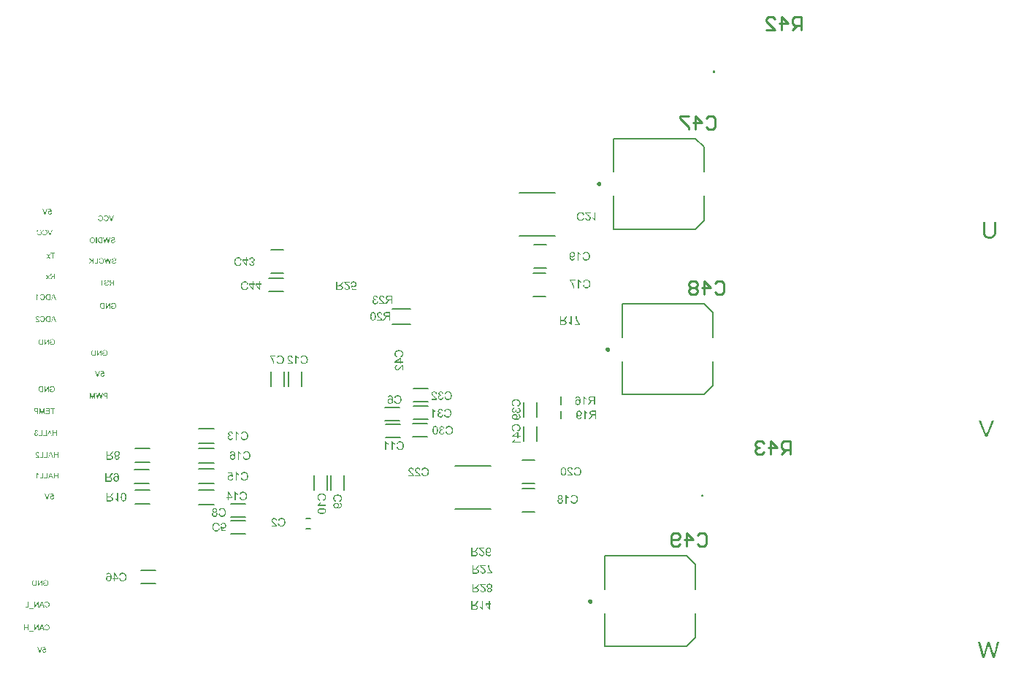
<source format=gbr>
%FSTAX23Y23*%
%MOIN*%
%SFA1B1*%

%IPPOS*%
%ADD11C,0.009840*%
%ADD14C,0.007870*%
%ADD16C,0.010000*%
%LNpcb_legend_bot-1*%
%LPD*%
G36*
X02718Y0274D02*
X02715D01*
Y02761*
X02707Y0274*
X02704*
X02697Y02761*
Y0274*
X02694*
Y02765*
X02698*
X02704Y02747*
X02705Y02746*
X02705Y02745*
X02705Y02745*
X02705Y02744*
X02706Y02744*
X02706Y02743*
X02706Y02743*
X02706Y02743*
X02706Y02744*
X02706Y02744*
X02706Y02745*
X02706Y02745*
X02707Y02746*
X02707Y02746*
X02707Y02747*
X02707Y02747*
X02707Y02747*
Y02747*
X02713Y02765*
X02718*
Y0274*
G37*
G36*
X02747D02*
X02743D01*
X02738Y02759*
X02738Y02759*
X02738Y0276*
X02738Y0276*
X02737Y02761*
X02737Y02761*
X02737Y02761*
X02737Y02762*
X02737Y02762*
Y02762*
X02737Y02762*
X02737Y02761*
X02737Y02761*
X02737Y0276*
X02737Y0276*
X02737Y02759*
X02737Y02759*
X02736Y02759*
X02736Y02759*
X02736Y02759*
Y02759*
X02731Y0274*
X02728*
X02721Y02765*
X02724*
X02728Y02748*
X02729Y02747*
X02729Y02746*
X02729Y02745*
X02729Y02745*
X02729Y02744*
X02729Y02744*
X02729Y02744*
X02729Y02743*
X02729Y02743*
Y02743*
X0273Y02743*
Y02743*
X0273Y02745*
X0273Y02746*
X0273Y02748*
X02731Y02748*
X02731Y02749*
X02731Y0275*
X02731Y0275*
X02731Y02751*
X02731Y02751*
X02731Y02751*
X02731Y02752*
X02732Y02752*
Y02752*
X02735Y02765*
X02739*
X02744Y02748*
X02744Y02748*
X02744Y02747*
X02744Y02747*
X02744Y02747*
X02744Y02746*
X02744Y02746*
X02745Y02745*
X02745Y02744*
X02745Y02744*
X02745Y02744*
X02745Y02743*
X02745Y02743*
X02745Y02743*
Y02743*
X02745Y02744*
X02745Y02745*
X02746Y02746*
X02746Y02747*
X02746Y02747*
X02746Y02747*
X02746Y02747*
X02746Y02748*
X02746Y02748*
X02746Y02748*
X02746Y02748*
Y02748*
X0275Y02765*
X02753*
X02747Y0274*
G37*
G36*
X02775D02*
X02771D01*
Y0275*
X02765*
X02764Y0275*
X02763Y0275*
X02762Y0275*
X02761Y0275*
X02761Y0275*
X0276Y0275*
X0276Y02751*
X02759Y02751*
X02759Y02751*
X02758Y02751*
X02758Y02751*
X02758Y02752*
X02758Y02752*
X02757Y02752*
X02757Y02752*
X02757Y02752*
X02757Y02752*
X02757Y02753*
X02756Y02753*
X02756Y02754*
X02756Y02754*
X02756Y02755*
X02756Y02755*
X02755Y02756*
X02755Y02756*
X02755Y02757*
X02755Y02757*
X02755Y02757*
Y02757*
Y02757*
Y02757*
X02755Y02758*
X02755Y02759*
X02756Y02759*
X02756Y0276*
X02756Y0276*
X02756Y02761*
X02756Y02761*
X02756Y02761*
X02756Y02761*
X02757Y02762*
X02757Y02762*
X02757Y02763*
X02758Y02763*
X02758Y02763*
X02758Y02763*
X02758Y02763*
X02759Y02764*
X02759Y02764*
X0276Y02764*
X0276Y02764*
X02761Y02764*
X02761Y02764*
X02761Y02764*
X02761*
X02762Y02765*
X02762Y02765*
X02763Y02765*
X02764Y02765*
X02764Y02765*
X02775*
Y0274*
G37*
G36*
X0246Y01786D02*
X02456D01*
Y01806*
X02443Y01786*
X0244*
Y01812*
X02443*
Y01792*
X02456Y01812*
X0246*
Y01786*
G37*
G36*
X02499Y01812D02*
X025Y01812D01*
X02501Y01812*
X02501Y01812*
X02502Y01811*
X02502Y01811*
X02503Y01811*
X02503Y01811*
X02503Y01811*
X02503Y01811*
X02504Y01811*
X02504Y01811*
X02504Y01811*
X02505Y0181*
X02506Y01809*
X02506Y01809*
X02507Y01808*
X02507Y01807*
X02508Y01807*
X02508Y01807*
X02508Y01806*
X02508Y01806*
X02508Y01806*
X02508Y01806*
X02509Y01805*
X02509Y01804*
X02509Y01803*
X02509Y01802*
X02509Y01801*
X02509Y01801*
X02509Y018*
Y018*
X0251Y018*
Y01799*
Y01799*
Y01799*
X02509Y01798*
X02509Y01797*
X02509Y01796*
X02509Y01795*
X02509Y01795*
X02509Y01794*
X02509Y01794*
X02508Y01793*
X02508Y01793*
X02508Y01793*
X02508Y01793*
X02508Y01793*
Y01792*
X02508Y01791*
X02507Y0179*
X02506Y0179*
X02506Y01789*
X02506Y01789*
X02505Y01789*
X02505Y01788*
X02505Y01788*
X02505Y01788*
X02505Y01788*
X02504Y01788*
X02504Y01788*
X02504Y01788*
X02504Y01787*
X02503Y01787*
X02502Y01787*
X02501Y01786*
X025Y01786*
X025Y01786*
X02499Y01786*
X02499Y01786*
X02498*
X02498Y01786*
X02498*
X02497Y01786*
X02496Y01786*
X02496Y01786*
X02495Y01786*
X02494Y01787*
X02494Y01787*
X02493Y01787*
X02493Y01787*
X02492Y01787*
X02492Y01788*
X02492Y01788*
X02491Y01788*
X02491Y01788*
X02491Y01788*
X02491Y01788*
X02491Y01788*
X02491Y01789*
X0249Y01789*
X0249Y0179*
X02489Y0179*
X02489Y01791*
X02488Y01792*
X02488Y01793*
X02488Y01793*
X02488Y01793*
X02487Y01794*
X02487Y01794*
X02487Y01794*
X02487Y01794*
Y01794*
X02491Y01795*
X02491Y01795*
X02491Y01794*
X02491Y01794*
X02491Y01793*
X02491Y01793*
X02492Y01792*
X02492Y01792*
X02492Y01792*
X02492Y01791*
X02493Y01791*
X02493Y01791*
X02493Y01791*
X02493Y01791*
X02493Y01791*
X02493Y01791*
X02493Y0179*
X02494Y0179*
X02494Y0179*
X02495Y0179*
X02496Y01789*
X02496Y01789*
X02497Y01789*
X02497Y01789*
X02497*
X02498Y01789*
X02498*
X02499Y01789*
X025Y01789*
X025Y01789*
X02501Y01789*
X02501Y0179*
X02502Y0179*
X02502Y0179*
X02502Y0179*
X02502Y0179*
X02502Y0179*
X02502*
X02503Y01791*
X02504Y01791*
X02504Y01792*
X02504Y01792*
X02505Y01793*
X02505Y01793*
X02505Y01793*
X02505Y01794*
X02505Y01794*
Y01794*
X02505Y01795*
X02506Y01796*
X02506Y01797*
X02506Y01797*
X02506Y01798*
X02506Y01798*
Y01798*
X02506Y01799*
Y01799*
Y01799*
Y01799*
Y01799*
X02506Y018*
X02506Y01801*
X02506Y01802*
X02506Y01803*
X02506Y01803*
X02506Y01803*
X02505Y01804*
X02505Y01804*
X02505Y01804*
X02505Y01804*
Y01804*
X02505Y01805*
X02505Y01806*
X02504Y01806*
X02504Y01807*
X02503Y01807*
X02503Y01808*
X02503Y01808*
X02503Y01808*
X02503*
X02502Y01808*
X02501Y01809*
X025Y01809*
X02499Y01809*
X02499Y01809*
X02498Y01809*
X02498*
X02498Y01809*
X02498*
X02497Y01809*
X02496Y01809*
X02495Y01809*
X02495Y01809*
X02494Y01808*
X02494Y01808*
X02494Y01808*
X02494Y01808*
X02493Y01807*
X02492Y01807*
X02492Y01806*
X02492Y01806*
X02491Y01805*
X02491Y01805*
X02491Y01804*
X02491Y01804*
X02491Y01804*
X02491Y01804*
Y01804*
X02488Y01805*
X02488Y01805*
X02488Y01806*
X02488Y01807*
X02489Y01807*
X02489Y01808*
X02489Y01808*
X0249Y01808*
X0249Y01809*
X0249Y01809*
X0249Y01809*
X02491Y0181*
X02491Y0181*
X02491Y0181*
X02491Y0181*
X02491Y0181*
X02491Y0181*
X02492Y01811*
X02492Y01811*
X02493Y01811*
X02493Y01811*
X02494Y01812*
X02495Y01812*
X02496Y01812*
X02496Y01812*
X02497Y01812*
X02497Y01812*
X02497Y01812*
X02498*
X02499Y01812*
G37*
G36*
X02486Y01786D02*
X02482D01*
X0248Y01794*
X02469*
X02466Y01786*
X02462*
X02473Y01812*
X02476*
X02486Y01786*
G37*
G36*
X02415D02*
X02399D01*
Y01789*
X02411*
Y01812*
X02415*
Y01786*
G37*
G36*
X02438Y0178D02*
X02417D01*
Y01782*
X02438*
Y0178*
G37*
G36*
X02415Y01681D02*
X02411D01*
Y01693*
X02398*
Y01681*
X02395*
Y01707*
X02398*
Y01696*
X02411*
Y01707*
X02415*
Y01681*
G37*
G36*
X0246D02*
X02456D01*
Y01701*
X02443Y01681*
X0244*
Y01707*
X02443*
Y01687*
X02456Y01707*
X0246*
Y01681*
G37*
G36*
X02499Y01707D02*
X025Y01707D01*
X02501Y01707*
X02501Y01707*
X02502Y01706*
X02502Y01706*
X02503Y01706*
X02503Y01706*
X02503Y01706*
X02503Y01706*
X02504Y01706*
X02504Y01706*
X02504Y01706*
X02505Y01705*
X02506Y01704*
X02506Y01704*
X02507Y01703*
X02507Y01702*
X02508Y01702*
X02508Y01702*
X02508Y01701*
X02508Y01701*
X02508Y01701*
X02508Y01701*
X02509Y017*
X02509Y01699*
X02509Y01698*
X02509Y01697*
X02509Y01696*
X02509Y01696*
X02509Y01695*
Y01695*
X0251Y01695*
Y01694*
Y01694*
Y01694*
X02509Y01693*
X02509Y01692*
X02509Y01691*
X02509Y0169*
X02509Y0169*
X02509Y01689*
X02509Y01689*
X02508Y01688*
X02508Y01688*
X02508Y01688*
X02508Y01688*
X02508Y01688*
Y01687*
X02508Y01686*
X02507Y01685*
X02506Y01685*
X02506Y01684*
X02506Y01684*
X02505Y01684*
X02505Y01683*
X02505Y01683*
X02505Y01683*
X02505Y01683*
X02504Y01683*
X02504Y01683*
X02504Y01683*
X02504Y01682*
X02503Y01682*
X02502Y01682*
X02501Y01681*
X025Y01681*
X025Y01681*
X02499Y01681*
X02499Y01681*
X02498*
X02498Y01681*
X02498*
X02497Y01681*
X02496Y01681*
X02496Y01681*
X02495Y01681*
X02494Y01682*
X02494Y01682*
X02493Y01682*
X02493Y01682*
X02492Y01682*
X02492Y01683*
X02492Y01683*
X02491Y01683*
X02491Y01683*
X02491Y01683*
X02491Y01683*
X02491Y01683*
X02491Y01684*
X0249Y01684*
X0249Y01685*
X02489Y01685*
X02489Y01686*
X02488Y01687*
X02488Y01688*
X02488Y01688*
X02488Y01688*
X02487Y01689*
X02487Y01689*
X02487Y01689*
X02487Y01689*
Y01689*
X02491Y0169*
X02491Y0169*
X02491Y01689*
X02491Y01689*
X02491Y01688*
X02491Y01688*
X02492Y01687*
X02492Y01687*
X02492Y01687*
X02492Y01686*
X02493Y01686*
X02493Y01686*
X02493Y01686*
X02493Y01686*
X02493Y01686*
X02493Y01686*
X02493Y01685*
X02494Y01685*
X02494Y01685*
X02495Y01685*
X02496Y01684*
X02496Y01684*
X02497Y01684*
X02497Y01684*
X02497*
X02498Y01684*
X02498*
X02499Y01684*
X025Y01684*
X025Y01684*
X02501Y01684*
X02501Y01685*
X02502Y01685*
X02502Y01685*
X02502Y01685*
X02502Y01685*
X02502Y01685*
X02502*
X02503Y01686*
X02504Y01686*
X02504Y01687*
X02504Y01687*
X02505Y01688*
X02505Y01688*
X02505Y01688*
X02505Y01689*
X02505Y01689*
Y01689*
X02505Y0169*
X02506Y01691*
X02506Y01692*
X02506Y01692*
X02506Y01693*
X02506Y01693*
Y01693*
X02506Y01694*
Y01694*
Y01694*
Y01694*
Y01694*
X02506Y01695*
X02506Y01696*
X02506Y01697*
X02506Y01698*
X02506Y01698*
X02506Y01698*
X02505Y01699*
X02505Y01699*
X02505Y01699*
X02505Y01699*
Y01699*
X02505Y017*
X02505Y01701*
X02504Y01701*
X02504Y01702*
X02503Y01702*
X02503Y01703*
X02503Y01703*
X02503Y01703*
X02503*
X02502Y01703*
X02501Y01704*
X025Y01704*
X02499Y01704*
X02499Y01704*
X02498Y01704*
X02498*
X02498Y01704*
X02498*
X02497Y01704*
X02496Y01704*
X02495Y01704*
X02495Y01704*
X02494Y01703*
X02494Y01703*
X02494Y01703*
X02494Y01703*
X02493Y01702*
X02492Y01702*
X02492Y01701*
X02492Y01701*
X02491Y017*
X02491Y017*
X02491Y01699*
X02491Y01699*
X02491Y01699*
X02491Y01699*
Y01699*
X02488Y017*
X02488Y017*
X02488Y01701*
X02488Y01702*
X02489Y01702*
X02489Y01703*
X02489Y01703*
X0249Y01703*
X0249Y01704*
X0249Y01704*
X0249Y01704*
X02491Y01705*
X02491Y01705*
X02491Y01705*
X02491Y01705*
X02491Y01705*
X02491Y01705*
X02492Y01706*
X02492Y01706*
X02493Y01706*
X02493Y01706*
X02494Y01707*
X02495Y01707*
X02496Y01707*
X02496Y01707*
X02497Y01707*
X02497Y01707*
X02497Y01707*
X02498*
X02499Y01707*
G37*
G36*
X02486Y01681D02*
X02482D01*
X0248Y01689*
X02469*
X02466Y01681*
X02462*
X02473Y01707*
X02476*
X02486Y01681*
G37*
G36*
X02438Y01675D02*
X02417D01*
Y01677*
X02438*
Y01675*
G37*
G36*
X06825Y01555D02*
X06814D01*
X06798Y01612*
X06798Y01614*
X06798Y01615*
X06797Y01617*
X06797Y01618*
X06796Y01619*
X06796Y0162*
X06796Y01621*
X06796Y01621*
Y01621*
X06796Y01621*
X06796Y0162*
X06795Y01619*
X06795Y01617*
X06795Y01616*
X06794Y01615*
X06794Y01613*
X06794Y01613*
X06794Y01612*
X06794Y01612*
Y01612*
X06778Y01555*
X06768*
X06747Y0163*
X06757*
X06769Y01582*
X0677Y01578*
X06771Y01575*
X06771Y01572*
X06772Y0157*
X06772Y01569*
X06772Y01568*
X06772Y01567*
X06773Y01566*
X06773Y01566*
Y01565*
X06773Y01565*
Y01565*
X06774Y0157*
X06775Y01575*
X06776Y01579*
X06776Y01581*
X06777Y01583*
X06777Y01585*
X06778Y01587*
X06778Y01588*
X06778Y01589*
X06778Y0159*
X06779Y01591*
X06779Y01592*
Y01592*
X0679Y0163*
X06802*
X06816Y01579*
X06816Y01579*
X06816Y01578*
X06817Y01577*
X06817Y01576*
X06817Y01575*
X06817Y01574*
X06818Y01571*
X06819Y01569*
X06819Y01568*
X06819Y01567*
X06819Y01566*
X06819Y01566*
X0682Y01565*
Y01565*
X0682Y01568*
X06821Y01571*
X06821Y01573*
X06822Y01576*
X06822Y01577*
X06822Y01578*
X06822Y01578*
X06823Y01579*
X06823Y0158*
X06823Y0158*
X06823Y0158*
Y01581*
X06834Y0163*
X06845*
X06825Y01555*
G37*
G36*
X0679Y02565D02*
X0678D01*
X0675Y0264*
X0676*
X06781Y02585*
X06782Y02583*
X06783Y02581*
X06783Y02579*
X06784Y02577*
X06784Y02575*
X06785Y02574*
X06785Y02573*
X06785Y02573*
X06785Y02573*
Y02573*
X06786Y02577*
X06787Y02579*
X06788Y02581*
X06788Y02583*
X06788Y02583*
X06788Y02584*
X06789Y02585*
X06789Y02585*
X06789Y02585*
Y02585*
X06809Y0264*
X0682*
X0679Y02565*
G37*
G36*
X0683Y03503D02*
Y03501D01*
X06829Y03498*
X06829Y03497*
X06829Y03495*
X06829Y03493*
X06829Y03491*
X06828Y0349*
X06828Y03489*
X06828Y03488*
X06828Y03487*
X06827Y03486*
X06827Y03485*
X06827Y03484*
X06827Y03484*
X06827Y03484*
Y03484*
X06825Y03481*
X06824Y03479*
X06822Y03477*
X06821Y03476*
X06819Y03475*
X06818Y03474*
X06818Y03474*
X06817Y03473*
X06817Y03473*
X06817*
X06814Y03472*
X06811Y03471*
X06809Y0347*
X06806Y0347*
X06805Y0347*
X06803Y0347*
X06802Y0347*
X06801*
X06801Y0347*
X068*
X06796Y0347*
X06794Y0347*
X06792Y0347*
X06791Y0347*
X06789Y03471*
X06788Y03471*
X06787Y03472*
X06786Y03472*
X06785Y03472*
X06784Y03473*
X06783Y03473*
X06783Y03473*
X06782Y03473*
X06782Y03474*
X06782*
X0678Y03475*
X06778Y03477*
X06776Y03479*
X06775Y03481*
X06774Y03482*
X06773Y03483*
X06773Y03484*
X06773Y03484*
X06773Y03484*
Y03484*
X06772Y03486*
X06772Y03487*
X06771Y0349*
X06771Y03493*
X0677Y03496*
X0677Y03497*
X0677Y03499*
Y035*
X0677Y03501*
Y03502*
Y03502*
Y03503*
Y03503*
Y03546*
X0678*
Y03503*
Y035*
X0678Y03498*
X06781Y03496*
X06781Y03494*
X06781Y03492*
X06782Y0349*
X06782Y03489*
X06782Y03488*
X06783Y03487*
X06783Y03486*
X06784Y03485*
X06784Y03484*
X06784Y03484*
X06785Y03484*
X06785Y03484*
X06785Y03483*
X06786Y03483*
X06787Y03482*
X06789Y03481*
X06792Y0348*
X06794Y03479*
X06797Y03479*
X06798Y03479*
X06799*
X06799Y03479*
X06801*
X06803Y03479*
X06805Y03479*
X06807Y03479*
X06808Y0348*
X0681Y0348*
X06811Y03481*
X06811Y03481*
X06811Y03481*
X06813Y03482*
X06814Y03483*
X06815Y03484*
X06816Y03486*
X06817Y03487*
X06817Y03487*
X06818Y03488*
X06818Y03488*
X06818Y03489*
X06818Y0349*
X06819Y03492*
X06819Y03495*
X06819Y03497*
X06819Y03499*
Y035*
X06819Y03501*
Y03502*
Y03502*
Y03503*
Y03503*
Y03546*
X0683*
Y03503*
G37*
G36*
X02488Y0267D02*
X02485D01*
Y02691*
X02477Y0267*
X02474*
X02467Y02691*
Y0267*
X02464*
Y02695*
X02468*
X02474Y02677*
X02475Y02676*
X02475Y02675*
X02475Y02675*
X02475Y02674*
X02475Y02674*
X02476Y02673*
X02476Y02673*
X02476Y02673*
X02476Y02674*
X02476Y02674*
X02476Y02675*
X02476Y02675*
X02476Y02676*
X02477Y02676*
X02477Y02677*
X02477Y02677*
X02477Y02677*
Y02677*
X02483Y02695*
X02488*
Y0267*
G37*
G36*
X02535Y02692D02*
X02526D01*
Y0267*
X02523*
Y02692*
X02515*
Y02695*
X02535*
Y02692*
G37*
G36*
X02511Y0267D02*
X02492D01*
Y02672*
X02508*
Y02681*
X02494*
Y02684*
X02508*
Y02692*
X02493*
Y02695*
X02511*
Y0267*
G37*
G36*
X02458D02*
X02455D01*
Y0268*
X02448*
X02448Y0268*
X02447Y0268*
X02446Y0268*
X02445Y0268*
X02444Y0268*
X02444Y0268*
X02443Y02681*
X02443Y02681*
X02442Y02681*
X02442Y02681*
X02442Y02681*
X02442Y02682*
X02441Y02682*
X02441Y02682*
X02441Y02682*
X02441Y02682*
X02441Y02682*
X0244Y02683*
X0244Y02683*
X0244Y02684*
X0244Y02684*
X0244Y02685*
X02439Y02685*
X02439Y02686*
X02439Y02686*
X02439Y02687*
X02439Y02687*
X02439Y02687*
Y02687*
Y02687*
Y02687*
X02439Y02688*
X02439Y02689*
X02439Y02689*
X02439Y0269*
X0244Y0269*
X0244Y02691*
X0244Y02691*
X0244Y02691*
X0244Y02691*
X0244Y02692*
X02441Y02692*
X02441Y02693*
X02441Y02693*
X02442Y02693*
X02442Y02693*
X02442Y02693*
X02442Y02694*
X02443Y02694*
X02443Y02694*
X02444Y02694*
X02444Y02694*
X02445Y02694*
X02445Y02694*
X02445*
X02446Y02695*
X02446Y02695*
X02447Y02695*
X02447Y02695*
X02448Y02695*
X02458*
Y0267*
G37*
G36*
X02451Y02595D02*
X02452Y02595D01*
X02453Y02595*
X02454Y02594*
X02454Y02594*
X02454Y02594*
X02454Y02594*
X02455Y02594*
X02455Y02594*
X02455Y02594*
X02455Y02594*
X02455Y02594*
X02456Y02593*
X02456Y02592*
X02457Y02591*
X02457Y0259*
X02457Y0259*
X02457Y02589*
X02457Y02589*
X02457Y02589*
X02457Y02589*
X02457Y02589*
Y02589*
X02454Y02588*
X02454Y02589*
X02454Y0259*
X02454Y0259*
X02454Y02591*
X02453Y02591*
X02453Y02591*
X02453Y02592*
X02453Y02592*
X02452Y02592*
X02452Y02592*
X02451Y02592*
X02451Y02593*
X0245Y02593*
X0245Y02593*
X0245*
X02449Y02593*
X02449Y02593*
X02448Y02592*
X02448Y02592*
X02447Y02592*
X02447Y02592*
X02447Y02592*
X02447Y02592*
X02446Y02591*
X02446Y02591*
X02446Y0259*
X02446Y0259*
X02446Y02589*
X02446Y02589*
Y02589*
Y02589*
Y02589*
Y02588*
X02446Y02588*
X02446Y02587*
X02446Y02587*
X02447Y02586*
X02447Y02586*
X02447Y02586*
X02447Y02586*
X02447Y02586*
X02447*
X02448Y02585*
X02449Y02585*
X02449Y02585*
X0245Y02585*
X0245Y02585*
X02451Y02585*
X02451*
X02451Y02585*
X02451*
X02452Y02582*
X02451Y02582*
X02451Y02582*
X0245Y02582*
X0245Y02582*
X0245Y02582*
X0245*
X02449Y02582*
X02448Y02582*
X02447Y02582*
X02447Y02582*
X02447Y02581*
X02446Y02581*
X02446Y02581*
X02446Y02581*
X02446Y0258*
X02445Y0258*
X02445Y02579*
X02445Y02579*
X02445Y02578*
X02445Y02578*
X02445Y02578*
Y02577*
Y02577*
Y02577*
X02445Y02576*
X02445Y02576*
X02445Y02575*
X02445Y02575*
X02446Y02574*
X02446Y02574*
X02446Y02574*
X02446Y02574*
X02447Y02573*
X02447Y02573*
X02448Y02572*
X02449Y02572*
X02449Y02572*
X02449Y02572*
X0245Y02572*
X0245*
X0245Y02572*
X02451Y02572*
X02452Y02572*
X02452Y02573*
X02452Y02573*
X02453Y02573*
X02453Y02573*
X02453Y02573*
X02453Y02574*
X02454Y02574*
X02454Y02575*
X02454Y02576*
X02454Y02576*
X02455Y02576*
X02455Y02577*
X02455Y02577*
X02455Y02577*
X02455Y02577*
Y02577*
X02458Y02577*
X02458Y02576*
X02458Y02575*
X02457Y02574*
X02457Y02574*
X02457Y02573*
X02456Y02573*
X02456Y02573*
X02456Y02572*
X02456Y02572*
X02456Y02572*
X02456Y02572*
X02455Y02572*
X02455Y02572*
X02455Y02571*
X02455Y02571*
X02454Y02571*
X02454Y02571*
X02454Y0257*
X02453Y0257*
X02452Y0257*
X02451Y0257*
X02451Y0257*
X02451Y0257*
X0245Y0257*
X0245Y0257*
X0245*
X02449Y0257*
X02449Y0257*
X02448Y0257*
X02447Y0257*
X02447Y0257*
X02446Y0257*
X02446Y0257*
X02445Y02571*
X02445Y02571*
X02445Y02571*
X02444Y02571*
X02444Y02571*
X02444Y02572*
X02444Y02572*
X02444Y02572*
X02444Y02572*
X02443Y02572*
X02443Y02573*
X02443Y02573*
X02442Y02574*
X02442Y02574*
X02442Y02575*
X02442Y02575*
X02442Y02576*
X02441Y02576*
X02441Y02577*
X02441Y02577*
X02441Y02577*
Y02577*
Y02577*
Y02577*
X02441Y02578*
X02441Y02579*
X02442Y0258*
X02442Y0258*
X02442Y02581*
X02442Y02581*
X02443Y02581*
X02443Y02581*
X02443Y02582*
X02444Y02582*
X02444Y02583*
X02445Y02583*
X02445Y02583*
X02446Y02583*
X02446Y02584*
X02446Y02584*
X02446Y02584*
X02446*
X02445Y02584*
X02445Y02584*
X02444Y02585*
X02444Y02585*
X02444Y02585*
X02444Y02585*
X02443Y02586*
X02443Y02586*
X02443Y02586*
X02443Y02587*
X02443Y02587*
X02443Y02588*
X02443Y02588*
X02443Y02588*
Y02589*
Y02589*
X02443Y02589*
X02443Y0259*
X02443Y0259*
X02443Y02591*
X02443Y02591*
X02443Y02592*
X02443Y02592*
X02443Y02592*
X02444Y02592*
X02444Y02593*
X02445Y02593*
X02445Y02594*
X02446Y02594*
X02446Y02594*
X02446Y02594*
X02446Y02594*
X02446*
X02447Y02595*
X02447Y02595*
X02448Y02595*
X02449Y02595*
X02449Y02595*
X0245Y02595*
X0245*
X02451Y02595*
G37*
G36*
X02545Y0257D02*
X02541D01*
Y02582*
X02528*
Y0257*
X02525*
Y02595*
X02528*
Y02585*
X02541*
Y02595*
X02545*
Y0257*
G37*
G36*
X02522D02*
X02518D01*
X02516Y02578*
X02505*
X02502Y0257*
X02498*
X02509Y02595*
X02512*
X02522Y0257*
G37*
G36*
X02496D02*
X0248D01*
Y02573*
X02493*
Y02595*
X02496*
Y0257*
G37*
G36*
X02476D02*
X02461D01*
Y02573*
X02473*
Y02595*
X02476*
Y0257*
G37*
G36*
X02455Y02495D02*
X02456Y02495D01*
X02456Y02495*
X02457Y02495*
X02457Y02494*
X02458Y02494*
X02458Y02494*
X02459Y02494*
X02459Y02494*
X02459Y02493*
X0246Y02493*
X0246Y02493*
X0246Y02493*
X0246Y02493*
X0246Y02493*
X0246Y02493*
X02461Y02493*
X02461Y02492*
X02461Y02492*
X02462Y02491*
X02462Y0249*
X02462Y0249*
X02462Y02489*
X02462Y02489*
X02463Y02488*
X02463Y02488*
X02463Y02488*
Y02488*
X02463Y02488*
Y02488*
X0246Y02487*
X02459Y02488*
X02459Y02489*
X02459Y02489*
X02459Y0249*
X02459Y0249*
X02458Y02491*
X02458Y02491*
X02458Y02491*
X02458Y02491*
X02457Y02492*
X02456Y02492*
X02456Y02492*
X02455Y02492*
X02455Y02492*
X02455Y02492*
X02455*
X02454Y02492*
X02453Y02492*
X02453Y02492*
X02452Y02492*
X02452Y02491*
X02451Y02491*
X02451Y02491*
X02451Y02491*
X02451Y0249*
X0245Y0249*
X0245Y02489*
X0245Y02489*
X0245Y02489*
X0245Y02488*
X0245Y02488*
Y02488*
Y02488*
X0245Y02487*
X0245Y02487*
X0245Y02486*
X0245Y02485*
X02451Y02485*
X02451Y02484*
X02451Y02484*
X02451Y02484*
X02451Y02484*
Y02484*
X02452Y02484*
X02452Y02483*
X02452Y02483*
X02453Y02482*
X02454Y02482*
X02455Y02481*
X02455Y0248*
X02455Y0248*
X02456Y0248*
X02456Y02479*
X02456Y02479*
X02457Y02479*
X02457Y02479*
X02457Y02479*
X02458Y02478*
X02459Y02477*
X02459Y02477*
X0246Y02476*
X0246Y02476*
X02461Y02475*
X02461Y02475*
X02461Y02475*
Y02475*
X02461Y02474*
X02462Y02474*
X02462Y02473*
X02462Y02473*
X02463Y02472*
X02463Y02472*
X02463Y02472*
X02463Y02472*
Y02472*
X02463Y02471*
X02463Y02471*
X02463Y02471*
X02463Y0247*
X02463Y0247*
Y0247*
Y0247*
Y0247*
X02447*
Y02472*
X02459*
X02459Y02473*
X02458Y02473*
X02458Y02474*
X02458Y02474*
X02458Y02474*
X02458Y02474*
X02458Y02474*
X02457Y02474*
X02457Y02474*
X02457Y02475*
X02456Y02476*
X02456Y02476*
X02455Y02477*
X02455Y02477*
X02455Y02477*
X02454Y02477*
X02454Y02477*
X02454Y02477*
X02454Y02477*
X02453Y02478*
X02453Y02478*
X02452Y02479*
X02452Y02479*
X02451Y0248*
X02451Y0248*
X02451Y0248*
X0245Y02481*
X0245Y02481*
X0245Y02481*
X0245Y02481*
X0245Y02481*
X02449Y02482*
X02449Y02482*
X02449Y02482*
X02448Y02483*
X02448Y02483*
X02448Y02484*
X02448Y02484*
X02447Y02485*
X02447Y02485*
X02447Y02485*
X02447Y02485*
X02447Y02486*
X02447Y02486*
X02447Y02487*
X02447Y02487*
X02447Y02488*
Y02488*
Y02488*
X02447Y02488*
X02447Y02489*
X02447Y02489*
X02447Y0249*
X02447Y02491*
X02448Y02491*
X02448Y02492*
X02448Y02492*
X02448Y02492*
X02448Y02492*
X02449Y02493*
X02449Y02493*
X02449Y02493*
X02449Y02493*
X02449Y02493*
X0245Y02493*
X0245Y02494*
X02451Y02494*
X02451Y02494*
X02452Y02495*
X02453Y02495*
X02453Y02495*
X02454Y02495*
X02454Y02495*
X02454Y02495*
X02455*
X02455Y02495*
G37*
G36*
X0255Y0247D02*
X02546D01*
Y02481*
X02533*
Y0247*
X0253*
Y02495*
X02533*
Y02484*
X02546*
Y02495*
X0255*
Y0247*
G37*
G36*
X02527D02*
X02523D01*
X02521Y02477*
X0251*
X02507Y0247*
X02503*
X02514Y02495*
X02517*
X02527Y0247*
G37*
G36*
X02501D02*
X02485D01*
Y02472*
X02498*
Y02495*
X02501*
Y0247*
G37*
G36*
X02481D02*
X02466D01*
Y02472*
X02478*
Y02495*
X02481*
Y0247*
G37*
G36*
X02454Y02399D02*
X02454Y02399D01*
X02454Y02398*
X02455Y02398*
X02455Y02397*
X02456Y02397*
X02456Y02397*
X02456Y02396*
X02456Y02396*
X02456Y02396*
X02457Y02396*
X02457Y02395*
X02458Y02395*
X02459Y02394*
X0246Y02394*
X0246Y02394*
X0246Y02394*
X0246Y02394*
X0246Y02394*
X0246Y02393*
X0246*
Y0239*
X0246Y02391*
X02459Y02391*
X02459Y02391*
X02458Y02391*
X02458Y02392*
X02458Y02392*
X02457Y02392*
X02457Y02392*
X02457*
X02457Y02392*
X02456Y02393*
X02455Y02393*
X02455Y02394*
X02455Y02394*
X02455Y02394*
X02454Y02394*
X02454Y02394*
Y02375*
X02451*
Y024*
X02453*
X02454Y02399*
G37*
G36*
X0255Y02375D02*
X02546D01*
Y02386*
X02533*
Y02375*
X0253*
Y024*
X02533*
Y02389*
X02546*
Y024*
X0255*
Y02375*
G37*
G36*
X02527D02*
X02523D01*
X02521Y02382*
X0251*
X02507Y02375*
X02503*
X02514Y024*
X02517*
X02527Y02375*
G37*
G36*
X02501D02*
X02485D01*
Y02377*
X02498*
Y024*
X02501*
Y02375*
G37*
G36*
X02481D02*
X02466D01*
Y02377*
X02478*
Y024*
X02481*
Y02375*
G37*
G36*
X02795Y0355D02*
X02791D01*
X02781Y03575*
X02785*
X02792Y03557*
X02792Y03556*
X02792Y03555*
X02792Y03555*
X02793Y03554*
X02793Y03553*
X02793Y03553*
X02793Y03553*
X02793Y03553*
X02793Y03553*
Y03553*
X02793Y03554*
X02794Y03555*
X02794Y03555*
X02794Y03556*
X02794Y03556*
X02794Y03556*
X02794Y03557*
X02794Y03557*
X02794Y03557*
Y03557*
X02801Y03575*
X02805*
X02795Y0355*
G37*
G36*
X02769Y03575D02*
X0277Y03575D01*
X02771Y03575*
X02771Y03575*
X02772Y03575*
X02772Y03575*
X02773Y03575*
X02773Y03574*
X02773Y03574*
X02773Y03574*
X02773Y03574*
X02774Y03574*
X02774Y03574*
X02775Y03573*
X02775Y03573*
X02776Y03572*
X02777Y03571*
X02777Y03571*
X02777Y0357*
X02778Y0357*
X02778Y0357*
X02778Y0357*
X02778Y0357*
X02778Y0357*
X02778Y03568*
X02779Y03567*
X02779Y03566*
X02779Y03565*
X02779Y03565*
X02779Y03564*
X02779Y03564*
Y03563*
X02779Y03563*
Y03563*
Y03563*
Y03563*
X02779Y03561*
X02779Y0356*
X02779Y03559*
X02779Y03558*
X02779Y03558*
X02779Y03558*
X02778Y03557*
X02778Y03557*
X02778Y03556*
X02778Y03556*
X02778Y03556*
X02778Y03556*
Y03556*
X02778Y03555*
X02777Y03554*
X02776Y03553*
X02776Y03553*
X02776Y03552*
X02775Y03552*
X02775Y03552*
X02775Y03552*
X02775Y03551*
X02774Y03551*
X02774Y03551*
X02774Y03551*
X02774Y03551*
X02774Y03551*
X02773Y03551*
X02772Y0355*
X02771Y0355*
X0277Y0355*
X02769Y0355*
X02769Y0355*
X02769Y0355*
X02768*
X02768Y0355*
X02768*
X02767Y0355*
X02766Y0355*
X02765Y0355*
X02765Y0355*
X02764Y0355*
X02764Y0355*
X02763Y0355*
X02763Y03551*
X02762Y03551*
X02762Y03551*
X02762Y03551*
X02761Y03551*
X02761Y03551*
X02761Y03552*
X02761Y03552*
X02761Y03552*
X0276Y03552*
X0276Y03553*
X0276Y03553*
X02759Y03554*
X02758Y03555*
X02758Y03556*
X02758Y03556*
X02758Y03556*
X02757Y03557*
X02757Y03557*
X02757Y03558*
X02757Y03558*
X02757Y03558*
Y03558*
X0276Y03559*
X02761Y03558*
X02761Y03558*
X02761Y03557*
X02761Y03557*
X02761Y03556*
X02762Y03556*
X02762Y03555*
X02762Y03555*
X02762Y03555*
X02762Y03555*
X02763Y03554*
X02763Y03554*
X02763Y03554*
X02763Y03554*
X02763Y03554*
X02763Y03554*
X02763Y03554*
X02764Y03553*
X02765Y03553*
X02765Y03553*
X02766Y03553*
X02767Y03552*
X02767Y03552*
X02767*
X02768Y03552*
X02768*
X02769Y03552*
X02769Y03553*
X0277Y03553*
X02771Y03553*
X02771Y03553*
X02772Y03553*
X02772Y03553*
X02772Y03553*
X02772Y03553*
X02772Y03554*
X02772*
X02773Y03554*
X02773Y03555*
X02774Y03555*
X02774Y03556*
X02775Y03556*
X02775Y03557*
X02775Y03557*
X02775Y03557*
X02775Y03557*
Y03557*
X02775Y03558*
X02776Y03559*
X02776Y0356*
X02776Y03561*
X02776Y03561*
X02776Y03562*
Y03562*
X02776Y03562*
Y03562*
Y03563*
Y03563*
Y03563*
X02776Y03564*
X02776Y03565*
X02776Y03565*
X02776Y03566*
X02775Y03567*
X02775Y03567*
X02775Y03567*
X02775Y03567*
X02775Y03567*
X02775Y03568*
Y03568*
X02775Y03568*
X02774Y03569*
X02774Y0357*
X02774Y0357*
X02773Y03571*
X02773Y03571*
X02773Y03571*
X02773Y03571*
X02772*
X02772Y03572*
X02771Y03572*
X0277Y03572*
X02769Y03573*
X02769Y03573*
X02768Y03573*
X02768*
X02768Y03573*
X02768*
X02767Y03573*
X02766Y03573*
X02765Y03572*
X02765Y03572*
X02764Y03572*
X02764Y03572*
X02763Y03572*
X02763Y03571*
X02763Y03571*
X02762Y0357*
X02762Y0357*
X02761Y03569*
X02761Y03568*
X02761Y03568*
X02761Y03568*
X02761Y03568*
X02761Y03568*
X02761Y03567*
Y03567*
X02758Y03568*
X02758Y03569*
X02758Y03569*
X02758Y0357*
X02759Y03571*
X02759Y03571*
X02759Y03571*
X02759Y03572*
X0276Y03572*
X0276Y03573*
X0276Y03573*
X02761Y03573*
X02761Y03573*
X02761Y03573*
X02761Y03574*
X02761Y03574*
X02761Y03574*
X02762Y03574*
X02762Y03574*
X02763Y03575*
X02763Y03575*
X02764Y03575*
X02765Y03575*
X02766Y03575*
X02766Y03575*
X02767Y03575*
X02767Y03576*
X02767Y03576*
X02768*
X02769Y03575*
G37*
G36*
X02743D02*
X02744Y03575D01*
X02746Y03575*
X02746Y03575*
X02746Y03575*
X02747Y03575*
X02747Y03575*
X02747Y03574*
X02748Y03574*
X02748Y03574*
X02748Y03574*
X02748Y03574*
X02748Y03574*
X02749Y03573*
X0275Y03573*
X02751Y03572*
X02751Y03571*
X02752Y03571*
X02752Y0357*
X02752Y0357*
X02752Y0357*
X02752Y0357*
X02752Y0357*
X02752Y0357*
X02753Y03568*
X02753Y03567*
X02754Y03566*
X02754Y03565*
X02754Y03565*
X02754Y03564*
X02754Y03564*
Y03563*
X02754Y03563*
Y03563*
Y03563*
Y03563*
X02754Y03561*
X02754Y0356*
X02754Y03559*
X02753Y03558*
X02753Y03558*
X02753Y03558*
X02753Y03557*
X02753Y03557*
X02753Y03556*
X02753Y03556*
X02753Y03556*
X02753Y03556*
Y03556*
X02752Y03555*
X02752Y03554*
X02751Y03553*
X02751Y03553*
X0275Y03552*
X0275Y03552*
X0275Y03552*
X02749Y03552*
X02749Y03551*
X02749Y03551*
X02749Y03551*
X02749Y03551*
X02749Y03551*
X02748Y03551*
X02748Y03551*
X02747Y0355*
X02746Y0355*
X02745Y0355*
X02744Y0355*
X02744Y0355*
X02743Y0355*
X02743*
X02743Y0355*
X02742*
X02741Y0355*
X02741Y0355*
X0274Y0355*
X02739Y0355*
X02739Y0355*
X02738Y0355*
X02738Y0355*
X02737Y03551*
X02737Y03551*
X02737Y03551*
X02736Y03551*
X02736Y03551*
X02736Y03551*
X02736Y03552*
X02736Y03552*
X02735Y03552*
X02735Y03552*
X02735Y03553*
X02734Y03553*
X02734Y03554*
X02733Y03555*
X02733Y03556*
X02732Y03556*
X02732Y03556*
X02732Y03557*
X02732Y03557*
X02732Y03558*
X02732Y03558*
X02732Y03558*
Y03558*
X02735Y03559*
X02735Y03558*
X02735Y03558*
X02736Y03557*
X02736Y03557*
X02736Y03556*
X02736Y03556*
X02736Y03555*
X02737Y03555*
X02737Y03555*
X02737Y03555*
X02737Y03554*
X02737Y03554*
X02738Y03554*
X02738Y03554*
X02738Y03554*
X02738Y03554*
X02738Y03554*
X02738Y03553*
X02739Y03553*
X0274Y03553*
X02741Y03553*
X02741Y03552*
X02742Y03552*
X02742*
X02742Y03552*
X02742*
X02743Y03552*
X02744Y03553*
X02745Y03553*
X02745Y03553*
X02746Y03553*
X02746Y03553*
X02746Y03553*
X02747Y03553*
X02747Y03553*
X02747Y03554*
X02747*
X02747Y03554*
X02748Y03555*
X02749Y03555*
X02749Y03556*
X02749Y03556*
X02749Y03557*
X0275Y03557*
X0275Y03557*
X0275Y03557*
Y03557*
X0275Y03558*
X0275Y03559*
X0275Y0356*
X0275Y03561*
X0275Y03561*
X02751Y03562*
Y03562*
X02751Y03562*
Y03562*
Y03563*
Y03563*
Y03563*
X02751Y03564*
X0275Y03565*
X0275Y03565*
X0275Y03566*
X0275Y03567*
X0275Y03567*
X0275Y03567*
X0275Y03567*
X0275Y03567*
X0275Y03568*
Y03568*
X02749Y03568*
X02749Y03569*
X02749Y0357*
X02748Y0357*
X02748Y03571*
X02747Y03571*
X02747Y03571*
X02747Y03571*
X02747*
X02746Y03572*
X02745Y03572*
X02745Y03572*
X02744Y03573*
X02743Y03573*
X02743Y03573*
X02743*
X02742Y03573*
X02742*
X02741Y03573*
X0274Y03573*
X0274Y03572*
X02739Y03572*
X02739Y03572*
X02738Y03572*
X02738Y03572*
X02738Y03571*
X02737Y03571*
X02737Y0357*
X02736Y0357*
X02736Y03569*
X02736Y03568*
X02736Y03568*
X02736Y03568*
X02736Y03568*
X02735Y03568*
X02735Y03567*
Y03567*
X02732Y03568*
X02732Y03569*
X02733Y03569*
X02733Y0357*
X02733Y03571*
X02733Y03571*
X02734Y03571*
X02734Y03572*
X02734Y03572*
X02735Y03573*
X02735Y03573*
X02735Y03573*
X02735Y03573*
X02735Y03573*
X02736Y03574*
X02736Y03574*
X02736Y03574*
X02736Y03574*
X02737Y03574*
X02737Y03575*
X02738Y03575*
X02739Y03575*
X0274Y03575*
X0274Y03575*
X02741Y03575*
X02741Y03575*
X02741Y03576*
X02742Y03576*
X02742*
X02743Y03575*
G37*
G36*
X02805Y03255D02*
X02801D01*
Y03266*
X02797*
X02796Y03266*
X02796*
X02796Y03266*
X02796Y03266*
X02796*
X02796Y03266*
X02795*
X02795Y03266*
X02795Y03266*
X02794Y03266*
X02794Y03265*
X02794Y03265*
X02794Y03265*
X02794Y03265*
X02794Y03265*
X02793Y03265*
X02793Y03264*
X02793Y03264*
X02792Y03264*
X02792Y03264*
X02792Y03264*
X02792Y03263*
X02791Y03263*
X02791Y03262*
X02791Y03261*
X0279Y03261*
X0279Y03261*
X0279Y0326*
X0279Y0326*
X0279Y0326*
Y0326*
X02787Y03255*
X02782*
X02787Y03262*
X02787Y03263*
X02788Y03263*
X02788Y03264*
X02789Y03264*
X02789Y03265*
X02789Y03265*
X02789Y03265*
X02789Y03265*
X0279Y03265*
X0279Y03266*
X02791Y03266*
X02791Y03266*
X02791Y03266*
X02791Y03266*
X02791Y03266*
X02791Y03267*
X0279Y03267*
X0279Y03267*
X02789Y03267*
X02789Y03267*
X02788Y03267*
X02788Y03268*
X02787Y03268*
X02787Y03268*
X02787Y03268*
X02787Y03268*
X02786Y03268*
X02786Y03269*
X02786Y03269*
X02786Y03269*
X02786Y03269*
X02786Y03269*
X02786Y03269*
X02785Y0327*
X02785Y03271*
X02785Y03272*
X02784Y03272*
X02784Y03273*
Y03273*
X02784Y03273*
Y03273*
Y03273*
Y03273*
X02784Y03274*
X02785Y03275*
X02785Y03275*
X02785Y03276*
X02785Y03276*
X02785Y03277*
X02785Y03277*
X02785Y03277*
Y03277*
X02786Y03278*
X02786Y03278*
X02787Y03279*
X02787Y03279*
X02788Y03279*
X02788Y03279*
X02788Y03279*
X02788Y03279*
X02788*
X02789Y0328*
X02789Y0328*
X0279Y0328*
X02791Y0328*
X02791Y0328*
X02792Y0328*
X02793*
X02793Y0328*
X02805*
Y03255*
G37*
G36*
X02758Y03277D02*
X02749D01*
Y03255*
X02746*
Y03277*
X02738*
Y0328*
X02758*
Y03277*
G37*
G36*
X02771Y03281D02*
X02772Y0328D01*
X02773Y0328*
X02774Y0328*
X02774Y0328*
X02775Y0328*
X02775Y0328*
X02775Y0328*
X02775Y0328*
X02775Y0328*
X02775*
X02776Y03279*
X02776Y03279*
X02777Y03278*
X02777Y03278*
X02778Y03278*
X02778Y03277*
X02778Y03277*
X02778Y03277*
Y03277*
X02779Y03277*
X02779Y03276*
X02779Y03275*
X02779Y03275*
X02779Y03274*
X02779Y03274*
Y03274*
Y03274*
Y03274*
Y03274*
X02779Y03273*
X02779Y03272*
X02779Y03272*
X02779Y03271*
X02779Y03271*
X02779Y03271*
X02778Y03271*
X02778Y0327*
X02778Y0327*
X02778Y03269*
X02777Y03269*
X02777Y03269*
X02776Y03268*
X02776Y03268*
X02776Y03268*
X02776Y03268*
X02776*
X02775Y03268*
X02775Y03268*
X02774Y03268*
X02774Y03267*
X02773Y03267*
X02772Y03267*
X02772Y03267*
X02771Y03267*
X02771Y03267*
X02771Y03267*
X02771Y03267*
X02771*
X0277Y03266*
X0277Y03266*
X02769Y03266*
X02769Y03266*
X02768Y03266*
X02768Y03266*
X02768Y03266*
X02767Y03266*
X02767Y03265*
X02767Y03265*
X02767Y03265*
X02766Y03265*
X02766Y03265*
X02766Y03265*
X02765Y03265*
X02765Y03265*
X02765Y03264*
X02764Y03264*
X02764Y03264*
X02764Y03264*
X02764Y03264*
X02764Y03263*
X02764Y03263*
X02764Y03263*
X02764Y03262*
X02763Y03262*
X02763Y03262*
Y03262*
Y03262*
X02763Y03261*
X02764Y03261*
X02764Y03261*
X02764Y0326*
X02764Y0326*
X02764Y0326*
X02764Y0326*
X02764Y0326*
X02764Y03259*
X02765Y03259*
X02765Y03259*
X02766Y03258*
X02766Y03258*
X02766Y03258*
X02766Y03258*
X02766Y03258*
X02767Y03258*
X02767Y03258*
X02768Y03258*
X02769Y03258*
X02769Y03258*
X02769Y03257*
X0277*
X02771Y03258*
X02771Y03258*
X02772Y03258*
X02772Y03258*
X02773Y03258*
X02773Y03258*
X02773Y03258*
X02774Y03258*
X02774Y03258*
X02774*
X02774Y03259*
X02775Y03259*
X02775Y03259*
X02775Y03259*
X02776Y0326*
X02776Y0326*
X02776Y0326*
X02776Y0326*
X02776Y03261*
X02777Y03261*
X02777Y03262*
X02777Y03262*
X02777Y03263*
X02777Y03263*
Y03263*
X02777Y03263*
Y03263*
Y03263*
X0278Y03263*
X0278Y03262*
X0278Y03261*
X0278Y0326*
X0278Y0326*
X02779Y03259*
X02779Y03259*
X02779Y03259*
X02779Y03259*
X02779Y03259*
X02779Y03259*
Y03258*
X02778Y03258*
X02778Y03257*
X02777Y03257*
X02777Y03256*
X02776Y03256*
X02776Y03256*
X02775Y03256*
X02775Y03256*
X02775Y03255*
X02775*
X02774Y03255*
X02773Y03255*
X02772Y03255*
X02772Y03255*
X02771Y03255*
X02771Y03255*
X0277*
X0277Y03255*
X0277*
X02769Y03255*
X02768Y03255*
X02767Y03255*
X02766Y03255*
X02766Y03255*
X02765Y03255*
X02765Y03255*
X02765Y03255*
X02765Y03255*
X02765Y03255*
X02765*
X02764Y03256*
X02763Y03256*
X02763Y03257*
X02762Y03257*
X02762Y03258*
X02762Y03258*
X02761Y03258*
X02761Y03258*
Y03258*
X02761Y03259*
X02761Y0326*
X02761Y0326*
X0276Y03261*
X0276Y03261*
X0276Y03262*
Y03262*
Y03262*
Y03262*
Y03262*
X0276Y03263*
X0276Y03263*
X02761Y03264*
X02761Y03265*
X02761Y03265*
X02761Y03265*
X02761Y03265*
X02761Y03266*
X02762Y03266*
X02762Y03267*
X02763Y03267*
X02763Y03267*
X02764Y03268*
X02764Y03268*
X02764Y03268*
X02764Y03268*
X02765Y03268*
X02765*
X02765Y03268*
X02765Y03268*
X02766Y03269*
X02766Y03269*
X02767Y03269*
X02768Y03269*
X02768Y03269*
X02769Y03269*
X02769Y0327*
X02769Y0327*
X0277Y0327*
X0277Y0327*
X0277Y0327*
X0277*
X02771Y0327*
X02772Y0327*
X02772Y0327*
X02773Y0327*
X02773Y03271*
X02773Y03271*
X02774Y03271*
X02774Y03271*
X02774Y03271*
X02775Y03271*
X02775Y03271*
X02775Y03271*
X02775Y03272*
X02775Y03272*
X02775Y03272*
X02776Y03272*
X02776Y03273*
X02776Y03273*
X02776Y03273*
X02776Y03274*
Y03274*
Y03274*
X02776Y03274*
X02776Y03275*
X02776Y03275*
X02775Y03276*
X02775Y03276*
X02775Y03276*
X02775Y03276*
X02775Y03276*
X02774Y03277*
X02774Y03277*
X02773Y03277*
X02773Y03277*
X02772Y03277*
X02771Y03278*
X02771Y03278*
X02771Y03278*
X0277*
X02769Y03278*
X02768Y03277*
X02768Y03277*
X02767Y03277*
X02767Y03277*
X02766Y03277*
X02766Y03276*
X02766Y03276*
X02765Y03276*
X02765Y03275*
X02765Y03275*
X02765Y03274*
X02764Y03274*
X02764Y03273*
X02764Y03273*
X02764Y03273*
Y03273*
Y03273*
X02761Y03273*
X02761Y03274*
X02761Y03275*
X02761Y03275*
X02762Y03276*
X02762Y03276*
X02762Y03277*
X02762Y03277*
X02762Y03277*
X02762Y03277*
Y03277*
X02763Y03278*
X02763Y03278*
X02764Y03279*
X02764Y03279*
X02765Y03279*
X02765Y03279*
X02765Y0328*
X02765Y0328*
X02766Y0328*
X02766*
X02766Y0328*
X02767Y0328*
X02768Y0328*
X02769Y0328*
X02769Y03281*
X0277*
X0277Y03281*
X0277*
X02771Y03281*
G37*
G36*
X02712Y03355D02*
X02708D01*
Y03364*
X02704Y03368*
X02695Y03355*
X02691*
X02702Y0337*
X02691Y0338*
X02696*
X02708Y03368*
Y0338*
X02712*
Y03355*
G37*
G36*
X02786D02*
X02782D01*
X02777Y03374*
X02777Y03375*
X02777Y03375*
X02776Y03376*
X02776Y03376*
X02776Y03376*
X02776Y03377*
X02776Y03377*
X02776Y03377*
Y03377*
X02776Y03377*
X02776Y03377*
X02776Y03376*
X02776Y03376*
X02776Y03375*
X02775Y03375*
X02775Y03375*
X02775Y03374*
X02775Y03374*
X02775Y03374*
Y03374*
X0277Y03355*
X02767*
X0276Y0338*
X02763*
X02767Y03364*
X02767Y03363*
X02768Y03362*
X02768Y03361*
X02768Y0336*
X02768Y0336*
X02768Y03359*
X02768Y03359*
X02768Y03359*
X02768Y03359*
Y03359*
X02768Y03358*
Y03358*
X02769Y0336*
X02769Y03362*
X02769Y03363*
X02769Y03364*
X0277Y03364*
X0277Y03365*
X0277Y03366*
X0277Y03366*
X0277Y03367*
X0277Y03367*
X0277Y03367*
X0277Y03367*
Y03367*
X02774Y0338*
X02778*
X02783Y03363*
X02783Y03363*
X02783Y03363*
X02783Y03362*
X02783Y03362*
X02783Y03362*
X02783Y03361*
X02783Y03361*
X02784Y0336*
X02784Y03359*
X02784Y03359*
X02784Y03359*
X02784Y03359*
X02784Y03358*
Y03358*
X02784Y03359*
X02784Y0336*
X02784Y03361*
X02785Y03362*
X02785Y03362*
X02785Y03363*
X02785Y03363*
X02785Y03363*
X02785Y03363*
X02785Y03363*
X02785Y03364*
Y03364*
X02789Y0338*
X02792*
X02786Y03355*
G37*
G36*
X02747Y0338D02*
X02748Y0338D01*
X02749Y0338*
X0275Y0338*
X0275Y0338*
X0275Y0338*
X02751Y0338*
X02751Y03379*
X02751Y03379*
X02752Y03379*
X02752Y03379*
X02752Y03379*
X02752Y03379*
X02753Y03378*
X02754Y03378*
X02754Y03377*
X02755Y03376*
X02756Y03376*
X02756Y03375*
X02756Y03375*
X02756Y03375*
X02756Y03375*
X02756Y03375*
X02756Y03375*
X02757Y03373*
X02757Y03372*
X02757Y03371*
X02757Y0337*
X02758Y0337*
X02758Y03369*
X02758Y03369*
Y03368*
X02758Y03368*
Y03368*
Y03368*
Y03368*
X02758Y03366*
X02757Y03365*
X02757Y03364*
X02757Y03363*
X02757Y03363*
X02757Y03363*
X02757Y03362*
X02757Y03362*
X02757Y03361*
X02756Y03361*
X02756Y03361*
X02756Y03361*
Y03361*
X02756Y0336*
X02755Y03359*
X02755Y03358*
X02754Y03358*
X02754Y03357*
X02754Y03357*
X02753Y03357*
X02753Y03357*
X02753Y03356*
X02753Y03356*
X02753Y03356*
X02752Y03356*
X02752Y03356*
X02752Y03356*
X02751Y03356*
X0275Y03355*
X02749Y03355*
X02748Y03355*
X02748Y03355*
X02747Y03355*
X02747Y03355*
X02747*
X02746Y03355*
X02746*
X02745Y03355*
X02744Y03355*
X02744Y03355*
X02743Y03355*
X02743Y03355*
X02742Y03355*
X02741Y03355*
X02741Y03356*
X02741Y03356*
X0274Y03356*
X0274Y03356*
X0274Y03356*
X02739Y03356*
X02739Y03357*
X02739Y03357*
X02739Y03357*
X02739Y03357*
X02738Y03358*
X02738Y03358*
X02737Y03359*
X02737Y0336*
X02736Y03361*
X02736Y03361*
X02736Y03361*
X02736Y03362*
X02736Y03362*
X02735Y03363*
X02735Y03363*
X02735Y03363*
Y03363*
X02739Y03364*
X02739Y03363*
X02739Y03363*
X02739Y03362*
X02739Y03362*
X0274Y03361*
X0274Y03361*
X0274Y0336*
X0274Y0336*
X02741Y0336*
X02741Y0336*
X02741Y03359*
X02741Y03359*
X02741Y03359*
X02741Y03359*
X02741Y03359*
X02741Y03359*
X02742Y03359*
X02742Y03358*
X02743Y03358*
X02744Y03358*
X02744Y03358*
X02745Y03357*
X02745Y03357*
X02746*
X02746Y03357*
X02746*
X02747Y03357*
X02748Y03358*
X02748Y03358*
X02749Y03358*
X0275Y03358*
X0275Y03358*
X0275Y03358*
X0275Y03358*
X0275Y03358*
X0275Y03359*
X0275*
X02751Y03359*
X02752Y0336*
X02752Y0336*
X02753Y03361*
X02753Y03361*
X02753Y03362*
X02753Y03362*
X02753Y03362*
X02753Y03362*
Y03362*
X02754Y03363*
X02754Y03364*
X02754Y03365*
X02754Y03366*
X02754Y03366*
X02754Y03367*
Y03367*
X02754Y03367*
Y03367*
Y03368*
Y03368*
Y03368*
X02754Y03369*
X02754Y0337*
X02754Y0337*
X02754Y03371*
X02754Y03372*
X02754Y03372*
X02754Y03372*
X02754Y03372*
X02753Y03372*
X02753Y03373*
Y03373*
X02753Y03373*
X02753Y03374*
X02752Y03375*
X02752Y03375*
X02751Y03376*
X02751Y03376*
X02751Y03376*
X02751Y03376*
X02751*
X0275Y03377*
X02749Y03377*
X02748Y03377*
X02748Y03378*
X02747Y03378*
X02747Y03378*
X02746*
X02746Y03378*
X02746*
X02745Y03378*
X02744Y03378*
X02743Y03377*
X02743Y03377*
X02742Y03377*
X02742Y03377*
X02742Y03377*
X02742Y03376*
X02741Y03376*
X02741Y03375*
X0274Y03375*
X0274Y03374*
X02739Y03373*
X02739Y03373*
X02739Y03373*
X02739Y03373*
X02739Y03373*
X02739Y03372*
Y03372*
X02736Y03373*
X02736Y03374*
X02736Y03374*
X02737Y03375*
X02737Y03376*
X02737Y03376*
X02737Y03376*
X02738Y03377*
X02738Y03377*
X02738Y03378*
X02739Y03378*
X02739Y03378*
X02739Y03378*
X02739Y03378*
X02739Y03379*
X02739Y03379*
X02739Y03379*
X0274Y03379*
X0274Y03379*
X02741Y0338*
X02741Y0338*
X02743Y0338*
X02744Y0338*
X02744Y0338*
X02744Y0338*
X02745Y0338*
X02745Y03381*
X02745Y03381*
X02746*
X02747Y0338*
G37*
G36*
X02731Y03355D02*
X02716D01*
Y03358*
X02728*
Y0338*
X02731*
Y03355*
G37*
G36*
X02806Y03381D02*
X02806Y0338D01*
X02807Y0338*
X02808Y0338*
X02809Y0338*
X02809Y0338*
X02809Y0338*
X02809Y0338*
X02809Y0338*
X02809Y0338*
X02809*
X0281Y03379*
X02811Y03379*
X02811Y03378*
X02812Y03378*
X02812Y03378*
X02812Y03377*
X02812Y03377*
X02813Y03377*
Y03377*
X02813Y03377*
X02813Y03376*
X02813Y03375*
X02813Y03375*
X02813Y03374*
X02814Y03374*
Y03374*
Y03374*
Y03374*
Y03374*
X02814Y03373*
X02813Y03372*
X02813Y03372*
X02813Y03371*
X02813Y03371*
X02813Y03371*
X02813Y03371*
X02813Y0337*
X02812Y0337*
X02812Y03369*
X02811Y03369*
X02811Y03369*
X02811Y03368*
X0281Y03368*
X0281Y03368*
X0281Y03368*
X0281*
X0281Y03368*
X02809Y03368*
X02809Y03368*
X02808Y03367*
X02807Y03367*
X02806Y03367*
X02806Y03367*
X02806Y03367*
X02805Y03367*
X02805Y03367*
X02805Y03367*
X02805*
X02805Y03366*
X02804Y03366*
X02803Y03366*
X02803Y03366*
X02803Y03366*
X02802Y03366*
X02802Y03366*
X02802Y03366*
X02801Y03365*
X02801Y03365*
X02801Y03365*
X02801Y03365*
X02801Y03365*
X028Y03365*
X028Y03365*
X02799Y03365*
X02799Y03364*
X02799Y03364*
X02799Y03364*
X02798Y03364*
X02798Y03364*
X02798Y03363*
X02798Y03363*
X02798Y03363*
X02798Y03362*
X02798Y03362*
X02798Y03362*
Y03362*
Y03362*
X02798Y03361*
X02798Y03361*
X02798Y03361*
X02798Y0336*
X02798Y0336*
X02798Y0336*
X02798Y0336*
X02798Y0336*
X02799Y03359*
X02799Y03359*
X02799Y03359*
X028Y03358*
X028Y03358*
X028Y03358*
X02801Y03358*
X02801Y03358*
X02801Y03358*
X02802Y03358*
X02802Y03358*
X02803Y03358*
X02803Y03358*
X02804Y03357*
X02804*
X02805Y03358*
X02805Y03358*
X02806Y03358*
X02807Y03358*
X02807Y03358*
X02808Y03358*
X02808Y03358*
X02808Y03358*
X02808Y03358*
X02808*
X02808Y03359*
X02809Y03359*
X02809Y03359*
X0281Y03359*
X0281Y0336*
X0281Y0336*
X0281Y0336*
X0281Y0336*
X02811Y03361*
X02811Y03361*
X02811Y03362*
X02811Y03362*
X02811Y03363*
X02811Y03363*
Y03363*
X02811Y03363*
Y03363*
Y03363*
X02815Y03363*
X02814Y03362*
X02814Y03361*
X02814Y0336*
X02814Y0336*
X02814Y03359*
X02813Y03359*
X02813Y03359*
X02813Y03359*
X02813Y03359*
X02813Y03359*
Y03358*
X02813Y03358*
X02812Y03357*
X02811Y03357*
X02811Y03356*
X0281Y03356*
X0281Y03356*
X0281Y03356*
X0281Y03356*
X0281Y03355*
X0281*
X02809Y03355*
X02808Y03355*
X02807Y03355*
X02806Y03355*
X02805Y03355*
X02805Y03355*
X02805*
X02804Y03355*
X02804*
X02803Y03355*
X02802Y03355*
X02801Y03355*
X028Y03355*
X028Y03355*
X028Y03355*
X02799Y03355*
X02799Y03355*
X02799Y03355*
X02799Y03355*
X02799*
X02798Y03356*
X02798Y03356*
X02797Y03357*
X02796Y03357*
X02796Y03358*
X02796Y03358*
X02796Y03358*
X02796Y03358*
Y03358*
X02795Y03359*
X02795Y0336*
X02795Y0336*
X02795Y03361*
X02795Y03361*
X02794Y03362*
Y03362*
Y03362*
Y03362*
Y03362*
X02795Y03363*
X02795Y03363*
X02795Y03364*
X02795Y03365*
X02795Y03365*
X02795Y03365*
X02796Y03365*
X02796Y03366*
X02796Y03366*
X02796Y03367*
X02797Y03367*
X02798Y03367*
X02798Y03368*
X02798Y03368*
X02799Y03368*
X02799Y03368*
X02799Y03368*
X02799*
X02799Y03368*
X02799Y03368*
X028Y03369*
X028Y03369*
X02801Y03369*
X02802Y03369*
X02803Y03369*
X02803Y03369*
X02803Y0337*
X02804Y0337*
X02804Y0337*
X02804Y0337*
X02804Y0337*
X02804*
X02805Y0337*
X02806Y0337*
X02806Y0337*
X02807Y0337*
X02807Y03371*
X02808Y03371*
X02808Y03371*
X02808Y03371*
X02809Y03371*
X02809Y03371*
X02809Y03371*
X02809Y03371*
X02809Y03372*
X02809Y03372*
X0281Y03372*
X0281Y03372*
X0281Y03373*
X0281Y03373*
X0281Y03373*
X0281Y03374*
Y03374*
Y03374*
X0281Y03374*
X0281Y03375*
X0281Y03375*
X0281Y03376*
X02809Y03376*
X02809Y03376*
X02809Y03376*
X02809Y03376*
X02809Y03377*
X02808Y03377*
X02808Y03377*
X02807Y03377*
X02806Y03377*
X02806Y03378*
X02805Y03378*
X02805Y03378*
X02805*
X02804Y03378*
X02803Y03377*
X02802Y03377*
X02801Y03377*
X02801Y03377*
X028Y03377*
X028Y03376*
X028Y03376*
X028Y03376*
X02799Y03375*
X02799Y03375*
X02799Y03374*
X02799Y03374*
X02799Y03373*
X02798Y03373*
X02798Y03373*
Y03373*
Y03373*
X02795Y03373*
X02795Y03374*
X02796Y03375*
X02796Y03375*
X02796Y03376*
X02796Y03376*
X02796Y03377*
X02796Y03377*
X02796Y03377*
X02797Y03377*
Y03377*
X02797Y03378*
X02798Y03378*
X02798Y03379*
X02799Y03379*
X02799Y03379*
X02799Y03379*
X028Y0338*
X028Y0338*
X028Y0338*
X028*
X02801Y0338*
X02801Y0338*
X02802Y0338*
X02803Y0338*
X02804Y03381*
X02804*
X02804Y03381*
X02805*
X02806Y03381*
G37*
G36*
X02781Y0345D02*
X02777D01*
X02772Y03469*
X02772Y0347*
X02772Y0347*
X02771Y03471*
X02771Y03471*
X02771Y03471*
X02771Y03472*
X02771Y03472*
X02771Y03472*
Y03472*
X02771Y03472*
X02771Y03472*
X02771Y03471*
X02771Y03471*
X02771Y0347*
X0277Y0347*
X0277Y0347*
X0277Y03469*
X0277Y03469*
X0277Y03469*
Y03469*
X02765Y0345*
X02762*
X02755Y03475*
X02758*
X02762Y03459*
X02762Y03458*
X02763Y03457*
X02763Y03456*
X02763Y03455*
X02763Y03455*
X02763Y03454*
X02763Y03454*
X02763Y03454*
X02763Y03454*
Y03454*
X02763Y03453*
Y03453*
X02764Y03455*
X02764Y03457*
X02764Y03458*
X02764Y03459*
X02765Y03459*
X02765Y0346*
X02765Y03461*
X02765Y03461*
X02765Y03462*
X02765Y03462*
X02765Y03462*
X02765Y03462*
Y03462*
X02769Y03475*
X02773*
X02778Y03458*
X02778Y03458*
X02778Y03458*
X02778Y03457*
X02778Y03457*
X02778Y03457*
X02778Y03456*
X02778Y03456*
X02779Y03455*
X02779Y03454*
X02779Y03454*
X02779Y03454*
X02779Y03454*
X02779Y03453*
Y03453*
X02779Y03454*
X02779Y03455*
X02779Y03456*
X0278Y03457*
X0278Y03457*
X0278Y03458*
X0278Y03458*
X0278Y03458*
X0278Y03458*
X0278Y03458*
X0278Y03459*
Y03459*
X02784Y03475*
X02787*
X02781Y0345*
G37*
G36*
X02752D02*
X02743D01*
X02742Y0345*
X02741Y0345*
X0274Y0345*
X0274Y0345*
X02739Y0345*
X02739Y0345*
X02739Y0345*
X02739Y0345*
X02739*
X02738Y03451*
X02737Y03451*
X02737Y03451*
X02736Y03451*
X02736Y03451*
X02736Y03451*
X02736Y03452*
X02736Y03452*
X02735Y03452*
X02735Y03452*
X02734Y03453*
X02734Y03453*
X02734Y03453*
X02733Y03454*
X02733Y03454*
X02733Y03454*
X02733Y03454*
X02733Y03455*
X02732Y03456*
X02732Y03456*
X02732Y03457*
X02732Y03457*
X02732Y03457*
X02732Y03457*
X02732Y03458*
Y03458*
X02731Y03458*
X02731Y03459*
X02731Y0346*
X02731Y03461*
X02731Y03462*
Y03462*
X02731Y03462*
Y03462*
Y03463*
Y03463*
Y03463*
X02731Y03464*
X02731Y03465*
X02731Y03466*
X02731Y03467*
X02731Y03467*
X02731Y03467*
X02732Y03468*
X02732Y03468*
X02732Y03468*
X02732Y03468*
X02732Y03469*
X02732Y03469*
Y03469*
X02732Y0347*
X02733Y0347*
X02733Y03471*
X02734Y03472*
X02734Y03472*
X02735Y03473*
X02735Y03473*
X02735Y03473*
X02735Y03473*
X02735Y03473*
X02735Y03473*
X02736Y03474*
X02737Y03474*
X02737Y03474*
X02738Y03475*
X02738Y03475*
X02738Y03475*
X02738*
X02738Y03475*
X02739*
X02739Y03475*
X0274Y03475*
X02741Y03475*
X02741Y03475*
X02742Y03475*
X02752*
Y0345*
G37*
G36*
X02726D02*
X02722D01*
Y03475*
X02726*
Y0345*
G37*
G36*
X02801Y03476D02*
X02801Y03475D01*
X02802Y03475*
X02803Y03475*
X02804Y03475*
X02804Y03475*
X02804Y03475*
X02804Y03475*
X02804Y03475*
X02804Y03475*
X02804*
X02805Y03474*
X02806Y03474*
X02806Y03473*
X02807Y03473*
X02807Y03473*
X02807Y03472*
X02807Y03472*
X02808Y03472*
Y03472*
X02808Y03472*
X02808Y03471*
X02808Y0347*
X02808Y0347*
X02808Y03469*
X02809Y03469*
Y03469*
Y03469*
Y03469*
Y03469*
X02809Y03468*
X02808Y03467*
X02808Y03467*
X02808Y03466*
X02808Y03466*
X02808Y03466*
X02808Y03466*
X02808Y03465*
X02807Y03465*
X02807Y03464*
X02806Y03464*
X02806Y03464*
X02806Y03463*
X02805Y03463*
X02805Y03463*
X02805Y03463*
X02805*
X02805Y03463*
X02804Y03463*
X02804Y03463*
X02803Y03462*
X02802Y03462*
X02801Y03462*
X02801Y03462*
X02801Y03462*
X028Y03462*
X028Y03462*
X028Y03462*
X028*
X028Y03461*
X02799Y03461*
X02798Y03461*
X02798Y03461*
X02798Y03461*
X02797Y03461*
X02797Y03461*
X02797Y03461*
X02796Y0346*
X02796Y0346*
X02796Y0346*
X02796Y0346*
X02796Y0346*
X02795Y0346*
X02795Y0346*
X02794Y0346*
X02794Y03459*
X02794Y03459*
X02794Y03459*
X02793Y03459*
X02793Y03459*
X02793Y03458*
X02793Y03458*
X02793Y03458*
X02793Y03457*
X02793Y03457*
X02793Y03457*
Y03457*
Y03457*
X02793Y03456*
X02793Y03456*
X02793Y03456*
X02793Y03455*
X02793Y03455*
X02793Y03455*
X02793Y03455*
X02793Y03455*
X02794Y03454*
X02794Y03454*
X02794Y03454*
X02795Y03453*
X02795Y03453*
X02795Y03453*
X02796Y03453*
X02796Y03453*
X02796Y03453*
X02797Y03453*
X02797Y03453*
X02798Y03453*
X02798Y03453*
X02799Y03452*
X02799*
X028Y03453*
X028Y03453*
X02801Y03453*
X02802Y03453*
X02802Y03453*
X02803Y03453*
X02803Y03453*
X02803Y03453*
X02803Y03453*
X02803*
X02803Y03454*
X02804Y03454*
X02804Y03454*
X02805Y03454*
X02805Y03455*
X02805Y03455*
X02805Y03455*
X02805Y03455*
X02806Y03456*
X02806Y03456*
X02806Y03457*
X02806Y03457*
X02806Y03458*
X02806Y03458*
Y03458*
X02806Y03458*
Y03458*
Y03458*
X0281Y03458*
X02809Y03457*
X02809Y03456*
X02809Y03455*
X02809Y03455*
X02809Y03454*
X02808Y03454*
X02808Y03454*
X02808Y03454*
X02808Y03454*
X02808Y03454*
Y03453*
X02808Y03453*
X02807Y03452*
X02806Y03452*
X02806Y03451*
X02805Y03451*
X02805Y03451*
X02805Y03451*
X02805Y03451*
X02805Y0345*
X02805*
X02804Y0345*
X02803Y0345*
X02802Y0345*
X02801Y0345*
X028Y0345*
X028Y0345*
X028*
X02799Y0345*
X02799*
X02798Y0345*
X02797Y0345*
X02796Y0345*
X02795Y0345*
X02795Y0345*
X02795Y0345*
X02794Y0345*
X02794Y0345*
X02794Y0345*
X02794Y0345*
X02794*
X02793Y03451*
X02793Y03451*
X02792Y03452*
X02791Y03452*
X02791Y03453*
X02791Y03453*
X02791Y03453*
X02791Y03453*
Y03453*
X0279Y03454*
X0279Y03455*
X0279Y03455*
X0279Y03456*
X0279Y03456*
X02789Y03457*
Y03457*
Y03457*
Y03457*
Y03457*
X0279Y03458*
X0279Y03458*
X0279Y03459*
X0279Y0346*
X0279Y0346*
X0279Y0346*
X02791Y0346*
X02791Y03461*
X02791Y03461*
X02791Y03462*
X02792Y03462*
X02793Y03462*
X02793Y03463*
X02793Y03463*
X02794Y03463*
X02794Y03463*
X02794Y03463*
X02794*
X02794Y03463*
X02794Y03463*
X02795Y03464*
X02795Y03464*
X02796Y03464*
X02797Y03464*
X02798Y03464*
X02798Y03464*
X02798Y03465*
X02799Y03465*
X02799Y03465*
X02799Y03465*
X02799Y03465*
X02799*
X028Y03465*
X02801Y03465*
X02801Y03465*
X02802Y03465*
X02802Y03466*
X02803Y03466*
X02803Y03466*
X02803Y03466*
X02804Y03466*
X02804Y03466*
X02804Y03466*
X02804Y03466*
X02804Y03467*
X02804Y03467*
X02805Y03467*
X02805Y03467*
X02805Y03468*
X02805Y03468*
X02805Y03468*
X02805Y03469*
Y03469*
Y03469*
X02805Y03469*
X02805Y0347*
X02805Y0347*
X02805Y03471*
X02804Y03471*
X02804Y03471*
X02804Y03471*
X02804Y03471*
X02804Y03472*
X02803Y03472*
X02803Y03472*
X02802Y03472*
X02801Y03472*
X02801Y03473*
X028Y03473*
X028Y03473*
X028*
X02799Y03473*
X02798Y03472*
X02797Y03472*
X02796Y03472*
X02796Y03472*
X02795Y03472*
X02795Y03471*
X02795Y03471*
X02795Y03471*
X02794Y0347*
X02794Y0347*
X02794Y03469*
X02794Y03469*
X02794Y03468*
X02793Y03468*
X02793Y03468*
Y03468*
Y03468*
X0279Y03468*
X0279Y03469*
X02791Y0347*
X02791Y0347*
X02791Y03471*
X02791Y03471*
X02791Y03472*
X02791Y03472*
X02791Y03472*
X02792Y03472*
Y03472*
X02792Y03473*
X02793Y03473*
X02793Y03474*
X02794Y03474*
X02794Y03474*
X02794Y03474*
X02795Y03475*
X02795Y03475*
X02795Y03475*
X02795*
X02796Y03475*
X02796Y03475*
X02797Y03475*
X02798Y03475*
X02799Y03476*
X02799*
X02799Y03476*
X028*
X02801Y03476*
G37*
G36*
X02706D02*
X02707Y03475D01*
X02708Y03475*
X02709Y03475*
X0271Y03475*
X02711Y03474*
X02711Y03474*
X02712Y03474*
X02712Y03473*
X02713Y03473*
X02713Y03473*
X02714Y03473*
X02714Y03472*
X02714Y03472*
X02714Y03472*
X02714Y03472*
X02715Y03471*
X02715Y03471*
X02716Y0347*
X02716Y03469*
X02716Y03468*
X02717Y03467*
X02717Y03467*
X02717Y03466*
X02717Y03465*
X02717Y03464*
X02717Y03464*
X02717Y03463*
Y03463*
X02717Y03462*
Y03462*
Y03462*
Y03462*
X02717Y03461*
X02717Y0346*
X02717Y03459*
X02717Y03458*
X02717Y03458*
X02717Y03457*
X02717Y03457*
X02716Y03457*
X02716Y03456*
X02716Y03456*
X02716Y03456*
X02716Y03456*
Y03456*
X02715Y03455*
X02715Y03454*
X02714Y03453*
X02713Y03452*
X02713Y03452*
X02712Y03452*
X02712Y03452*
X02712Y03451*
X02712Y03451*
X02712Y03451*
X02712Y03451*
X02711Y03451*
X02711Y03451*
X0271Y0345*
X02709Y0345*
X02708Y0345*
X02707Y0345*
X02707Y0345*
X02706Y0345*
X02706*
X02706Y0345*
X02705*
X02704Y0345*
X02703Y0345*
X02702Y0345*
X02702Y0345*
X02701Y0345*
X02701Y0345*
X027Y03451*
X027Y03451*
X027Y03451*
X027Y03451*
X02699Y03451*
X02699Y03451*
X02699*
X02698Y03452*
X02697Y03452*
X02697Y03453*
X02696Y03454*
X02696Y03455*
X02695Y03455*
X02695Y03455*
X02695Y03455*
X02695Y03455*
X02695Y03456*
Y03456*
X02695Y03456*
X02694Y03457*
X02694Y03458*
X02694Y03459*
X02694Y0346*
X02694Y03461*
X02693Y03461*
X02693Y03461*
Y03462*
X02693Y03462*
Y03462*
Y03462*
Y03462*
X02693Y03464*
X02694Y03465*
X02694Y03466*
X02694Y03466*
X02694Y03467*
X02694Y03467*
X02694Y03468*
X02694Y03468*
X02695Y03468*
X02695Y03469*
X02695Y03469*
X02695Y03469*
X02695Y03469*
Y03469*
X02695Y0347*
X02696Y03471*
X02697Y03472*
X02698Y03473*
X02698Y03473*
X02698Y03473*
X02699Y03474*
X02699Y03474*
X02699Y03474*
X02699Y03474*
X02699Y03474*
X027Y03474*
X027Y03474*
X02701Y03475*
X02702Y03475*
X02703Y03475*
X02704Y03475*
X02704Y03475*
X02705Y03476*
X02705*
X02705Y03476*
X02705*
X02706Y03476*
G37*
G36*
X02759Y02852D02*
X02756Y02851D01*
X02756Y02852*
X02755Y02852*
X02755Y02852*
X02755Y02853*
X02755Y02853*
X02754Y02853*
X02754Y02853*
X02754Y02853*
X02754Y02853*
X02753Y02854*
X02753Y02854*
X02752Y02854*
X02752Y02854*
X02752Y02854*
X02751*
X02751Y02854*
X0275Y02854*
X02749Y02853*
X02749Y02853*
X02748Y02853*
X02748Y02853*
X02748Y02852*
X02748Y02852*
Y02852*
X02747Y02852*
X02747Y02851*
X02746Y0285*
X02746Y0285*
X02746Y02849*
X02746Y02849*
Y02849*
X02746Y02848*
Y02848*
Y02848*
Y02848*
Y02848*
X02746Y02847*
X02746Y02846*
X02747Y02846*
X02747Y02845*
X02747Y02844*
X02747Y02844*
X02747Y02844*
X02748Y02844*
X02748Y02844*
X02748Y02844*
X02748Y02843*
X02748Y02843*
X02749Y02843*
X02749Y02842*
X0275Y02842*
X02751Y02842*
X02751Y02842*
X02751Y02842*
X02751*
X02752Y02842*
X02753Y02842*
X02753Y02842*
X02754Y02843*
X02754Y02843*
X02754Y02843*
X02755Y02843*
X02755Y02843*
X02755Y02844*
X02755Y02844*
X02756Y02845*
X02756Y02845*
X02756Y02846*
X02756Y02846*
X02756Y02847*
X02756Y02847*
Y02847*
Y02847*
X0276Y02847*
X02759Y02846*
X02759Y02845*
X02759Y02844*
X02759Y02844*
X02758Y02843*
X02758Y02843*
X02758Y02842*
X02758Y02842*
X02758Y02842*
X02757Y02842*
X02757Y02842*
X02757Y02841*
X02757Y02841*
X02757Y02841*
X02757Y02841*
X02756Y02841*
X02756Y02841*
X02755Y0284*
X02754Y0284*
X02753Y0284*
X02753Y0284*
X02753Y0284*
X02752Y0284*
X02752Y0284*
X02752Y0284*
X02751*
X02751Y0284*
X0275Y0284*
X02749Y0284*
X02749Y0284*
X02748Y0284*
X02747Y0284*
X02747Y02841*
X02747Y02841*
X02746Y02841*
X02746Y02842*
X02745Y02842*
X02745Y02842*
X02745Y02842*
X02745Y02842*
X02745Y02843*
X02745Y02843*
X02744Y02843*
X02744Y02844*
X02744Y02844*
X02744Y02845*
X02743Y02846*
X02743Y02846*
X02743Y02847*
X02743Y02847*
X02743Y02848*
X02743Y02848*
X02743Y02848*
Y02848*
Y02848*
Y02848*
X02743Y02849*
X02743Y0285*
X02743Y0285*
X02743Y02851*
X02743Y02851*
X02744Y02852*
X02744Y02852*
X02744Y02853*
X02744Y02853*
X02744Y02853*
X02745Y02854*
X02745Y02854*
X02745Y02854*
X02745Y02854*
X02745Y02854*
X02745Y02854*
X02746Y02855*
X02746Y02855*
X02746Y02855*
X02747Y02856*
X02747Y02856*
X02748Y02856*
X02749Y02856*
X02749Y02856*
X02749Y02857*
X0275Y02857*
X0275Y02857*
X0275Y02857*
X02751*
X02752Y02857*
X02752Y02856*
X02753Y02856*
X02754Y02856*
X02755Y02856*
X02755Y02855*
X02755Y02855*
X02755Y02855*
X02755Y02855*
X02755Y02855*
X02755Y02855*
X02754Y02862*
X02744*
Y02865*
X02757*
X02759Y02852*
G37*
G36*
X02732Y0284D02*
X02728D01*
X02718Y02865*
X02722*
X02728Y02847*
X02729Y02846*
X02729Y02845*
X02729Y02845*
X02729Y02844*
X0273Y02843*
X0273Y02843*
X0273Y02843*
X0273Y02843*
X0273Y02843*
Y02843*
X0273Y02844*
X0273Y02845*
X02731Y02845*
X02731Y02846*
X02731Y02846*
X02731Y02846*
X02731Y02847*
X02731Y02847*
X02731Y02847*
Y02847*
X02738Y02865*
X02741*
X02732Y0284*
G37*
G36*
X02529Y02292D02*
X02526Y02291D01*
X02526Y02292*
X02525Y02292*
X02525Y02292*
X02525Y02293*
X02525Y02293*
X02524Y02293*
X02524Y02293*
X02524Y02293*
X02524Y02293*
X02523Y02294*
X02523Y02294*
X02522Y02294*
X02522Y02294*
X02522Y02294*
X02521*
X02521Y02294*
X0252Y02294*
X02519Y02293*
X02519Y02293*
X02518Y02293*
X02518Y02293*
X02518Y02292*
X02518Y02292*
Y02292*
X02517Y02292*
X02517Y02291*
X02516Y0229*
X02516Y0229*
X02516Y02289*
X02516Y02289*
Y02289*
X02516Y02288*
Y02288*
Y02288*
Y02288*
Y02288*
X02516Y02287*
X02516Y02286*
X02517Y02286*
X02517Y02285*
X02517Y02284*
X02517Y02284*
X02517Y02284*
X02518Y02284*
X02518Y02284*
X02518Y02284*
X02518Y02283*
X02518Y02283*
X02519Y02283*
X02519Y02282*
X0252Y02282*
X02521Y02282*
X02521Y02282*
X02521Y02282*
X02521*
X02522Y02282*
X02523Y02282*
X02523Y02282*
X02524Y02283*
X02524Y02283*
X02524Y02283*
X02525Y02283*
X02525Y02283*
X02525Y02284*
X02525Y02284*
X02526Y02285*
X02526Y02285*
X02526Y02286*
X02526Y02286*
X02526Y02287*
X02526Y02287*
Y02287*
Y02287*
X0253Y02287*
X02529Y02286*
X02529Y02285*
X02529Y02284*
X02529Y02284*
X02528Y02283*
X02528Y02283*
X02528Y02282*
X02528Y02282*
X02528Y02282*
X02527Y02282*
X02527Y02282*
X02527Y02281*
X02527Y02281*
X02527Y02281*
X02527Y02281*
X02526Y02281*
X02526Y02281*
X02525Y0228*
X02524Y0228*
X02523Y0228*
X02523Y0228*
X02523Y0228*
X02522Y0228*
X02522Y0228*
X02522Y0228*
X02521*
X02521Y0228*
X0252Y0228*
X02519Y0228*
X02519Y0228*
X02518Y0228*
X02517Y0228*
X02517Y02281*
X02517Y02281*
X02516Y02281*
X02516Y02282*
X02515Y02282*
X02515Y02282*
X02515Y02282*
X02515Y02282*
X02515Y02283*
X02515Y02283*
X02514Y02283*
X02514Y02284*
X02514Y02284*
X02514Y02285*
X02513Y02286*
X02513Y02286*
X02513Y02287*
X02513Y02287*
X02513Y02288*
X02513Y02288*
X02513Y02288*
Y02288*
Y02288*
Y02288*
X02513Y02289*
X02513Y0229*
X02513Y0229*
X02513Y02291*
X02513Y02291*
X02514Y02292*
X02514Y02292*
X02514Y02293*
X02514Y02293*
X02514Y02293*
X02515Y02294*
X02515Y02294*
X02515Y02294*
X02515Y02294*
X02515Y02294*
X02515Y02294*
X02516Y02295*
X02516Y02295*
X02516Y02295*
X02517Y02296*
X02517Y02296*
X02518Y02296*
X02519Y02296*
X02519Y02296*
X02519Y02297*
X0252Y02297*
X0252Y02297*
X0252Y02297*
X02521*
X02522Y02297*
X02522Y02296*
X02523Y02296*
X02524Y02296*
X02525Y02296*
X02525Y02295*
X02525Y02295*
X02525Y02295*
X02525Y02295*
X02525Y02295*
X02525Y02295*
X02524Y02302*
X02514*
Y02305*
X02527*
X02529Y02292*
G37*
G36*
X02502Y0228D02*
X02498D01*
X02488Y02305*
X02492*
X02498Y02287*
X02499Y02286*
X02499Y02285*
X02499Y02285*
X02499Y02284*
X025Y02283*
X025Y02283*
X025Y02283*
X025Y02283*
X025Y02283*
Y02283*
X025Y02284*
X025Y02285*
X02501Y02285*
X02501Y02286*
X02501Y02286*
X02501Y02286*
X02501Y02287*
X02501Y02287*
X02501Y02287*
Y02287*
X02508Y02305*
X02511*
X02502Y0228*
G37*
G36*
X02494Y01592D02*
X02491Y01591D01*
X02491Y01592*
X0249Y01592*
X0249Y01593*
X0249Y01593*
X0249Y01593*
X02489Y01593*
X02489Y01593*
X02489Y01593*
X02489Y01593*
X02488Y01594*
X02488Y01594*
X02487Y01594*
X02487Y01594*
X02487Y01594*
X02486*
X02486Y01594*
X02485Y01594*
X02484Y01593*
X02484Y01593*
X02483Y01593*
X02483Y01593*
X02483Y01592*
X02483Y01592*
Y01592*
X02482Y01592*
X02482Y01591*
X02481Y0159*
X02481Y0159*
X02481Y01589*
X02481Y01589*
Y01589*
X02481Y01588*
Y01588*
Y01588*
Y01588*
Y01588*
X02481Y01587*
X02481Y01586*
X02482Y01586*
X02482Y01585*
X02482Y01584*
X02482Y01584*
X02482Y01584*
X02483Y01584*
X02483Y01584*
X02483Y01584*
X02483Y01583*
X02483Y01583*
X02484Y01583*
X02484Y01582*
X02485Y01582*
X02486Y01582*
X02486Y01582*
X02486Y01582*
X02486*
X02487Y01582*
X02488Y01582*
X02488Y01582*
X02489Y01583*
X02489Y01583*
X02489Y01583*
X0249Y01583*
X0249Y01583*
X0249Y01584*
X0249Y01584*
X02491Y01585*
X02491Y01585*
X02491Y01586*
X02491Y01586*
X02491Y01587*
X02491Y01587*
Y01587*
Y01587*
X02495Y01587*
X02494Y01586*
X02494Y01585*
X02494Y01584*
X02494Y01584*
X02493Y01583*
X02493Y01583*
X02493Y01582*
X02493Y01582*
X02493Y01582*
X02492Y01582*
X02492Y01582*
X02492Y01581*
X02492Y01581*
X02492Y01581*
X02492Y01581*
X02491Y01581*
X02491Y01581*
X0249Y0158*
X02489Y0158*
X02488Y0158*
X02488Y0158*
X02488Y0158*
X02487Y0158*
X02487Y0158*
X02487Y0158*
X02486*
X02486Y0158*
X02485Y0158*
X02484Y0158*
X02484Y0158*
X02483Y0158*
X02482Y0158*
X02482Y01581*
X02482Y01581*
X02481Y01581*
X02481Y01582*
X0248Y01582*
X0248Y01582*
X0248Y01582*
X0248Y01582*
X0248Y01583*
X0248Y01583*
X02479Y01583*
X02479Y01584*
X02479Y01584*
X02479Y01585*
X02478Y01586*
X02478Y01586*
X02478Y01587*
X02478Y01587*
X02478Y01588*
X02478Y01588*
X02478Y01588*
Y01588*
Y01588*
Y01588*
X02478Y01589*
X02478Y0159*
X02478Y0159*
X02478Y01591*
X02478Y01591*
X02479Y01592*
X02479Y01592*
X02479Y01593*
X02479Y01593*
X02479Y01593*
X0248Y01594*
X0248Y01594*
X0248Y01594*
X0248Y01594*
X0248Y01594*
X0248Y01594*
X02481Y01595*
X02481Y01595*
X02481Y01595*
X02482Y01596*
X02482Y01596*
X02483Y01596*
X02484Y01596*
X02484Y01596*
X02484Y01597*
X02485Y01597*
X02485Y01597*
X02485Y01597*
X02486*
X02487Y01597*
X02487Y01596*
X02488Y01596*
X02489Y01596*
X0249Y01596*
X0249Y01595*
X0249Y01595*
X0249Y01595*
X0249Y01595*
X0249Y01595*
X0249Y01595*
X02489Y01602*
X02479*
Y01605*
X02492*
X02494Y01592*
G37*
G36*
X02467Y0158D02*
X02463D01*
X02453Y01605*
X02457*
X02463Y01587*
X02464Y01586*
X02464Y01585*
X02464Y01585*
X02464Y01584*
X02465Y01583*
X02465Y01583*
X02465Y01583*
X02465Y01583*
X02465Y01583*
Y01583*
X02465Y01584*
X02465Y01585*
X02466Y01585*
X02466Y01586*
X02466Y01586*
X02466Y01586*
X02466Y01587*
X02466Y01587*
X02466Y01587*
Y01587*
X02473Y01605*
X02476*
X02467Y0158*
G37*
G36*
X02476Y01885D02*
X02473D01*
Y01905*
X0246Y01885*
X02456*
Y0191*
X0246*
Y0189*
X02473Y0191*
X02476*
Y01885*
G37*
G36*
X02493Y0191D02*
X02495Y0191D01*
X02495Y0191*
X02496Y0191*
X02496Y0191*
X02497Y0191*
X02497Y0191*
X02497Y0191*
X02498Y01909*
X02498Y01909*
X02498Y01909*
X02498Y01909*
X02499Y01909*
X02499Y01909*
X02499Y01909*
X025Y01908*
X025Y01908*
X02501Y01907*
X02502Y01906*
X02502Y01905*
X02503Y01905*
X02503Y01905*
X02503Y01905*
X02503Y01904*
X02503Y01904*
X02503Y01904*
X02503Y01903*
X02504Y01902*
X02504Y01901*
X02504Y019*
X02504Y019*
X02504Y01899*
X02504Y01899*
X02504Y01898*
Y01898*
X02505Y01898*
Y01898*
Y01897*
Y01897*
X02504Y01896*
X02504Y01895*
X02504Y01894*
X02504Y01894*
X02504Y01893*
X02504Y01893*
X02504Y01892*
X02503Y01892*
X02503Y01891*
X02503Y01891*
X02503Y01891*
X02503Y01891*
X02503Y01891*
Y01891*
X02502Y0189*
X02502Y01889*
X02501Y01888*
X025Y01887*
X02499Y01887*
X02499Y01887*
X02499Y01886*
X02499Y01886*
X02499Y01886*
X02498Y01886*
X02498Y01886*
X02498Y01886*
X02497Y01886*
X02496Y01885*
X02495Y01885*
X02494Y01885*
X02493Y01885*
X02493Y01885*
X02493Y01885*
X02492*
X02492Y01885*
X02492*
X02491Y01885*
X0249Y01885*
X02489Y01885*
X02488Y01885*
X02488Y01885*
X02487Y01885*
X02487Y01885*
X02487Y01885*
X02487Y01885*
X02486Y01885*
X02486Y01885*
X02486*
X02485Y01886*
X02484Y01886*
X02484Y01887*
X02483Y01887*
X02482Y01888*
X02482Y01888*
X02482Y01888*
X02482Y01888*
X02481Y01888*
X02481Y01888*
X02481Y01888*
X02481Y01888*
Y01898*
X02492*
Y01895*
X02484*
Y0189*
X02485Y0189*
X02485Y01889*
X02486Y01889*
X02486Y01889*
X02487Y01889*
X02487Y01888*
X02487Y01888*
X02488Y01888*
X02488Y01888*
X02488*
X02488Y01888*
X02489Y01888*
X0249Y01888*
X0249Y01888*
X02491Y01888*
X02491*
X02491Y01887*
X02492*
X02493Y01888*
X02494Y01888*
X02494Y01888*
X02495Y01888*
X02496Y01888*
X02496Y01888*
X02496Y01888*
X02496Y01888*
X02496Y01889*
X02497Y01889*
X02497*
X02497Y01889*
X02498Y0189*
X02499Y0189*
X02499Y01891*
X02499Y01891*
X025Y01892*
X025Y01892*
X025Y01892*
X025Y01892*
Y01892*
X025Y01893*
X02501Y01894*
X02501Y01895*
X02501Y01896*
X02501Y01896*
X02501Y01896*
X02501Y01897*
Y01897*
X02501Y01897*
Y01897*
Y01898*
Y01898*
X02501Y01899*
X02501Y019*
X02501Y019*
X02501Y01901*
X02501Y01902*
X025Y01902*
X025Y01902*
X025Y01902*
X025Y01902*
X025Y01903*
X025Y01903*
Y01903*
X025Y01903*
X025Y01904*
X02499Y01904*
X02499Y01904*
X02499Y01905*
X02499Y01905*
X02499Y01905*
X02499Y01905*
X02498Y01906*
X02498Y01906*
X02497Y01906*
X02497Y01907*
X02496Y01907*
X02496Y01907*
X02496Y01907*
X02496Y01907*
X02495Y01907*
X02495Y01907*
X02494Y01908*
X02493Y01908*
X02493Y01908*
X02492*
X02492Y01908*
X02492*
X02491Y01908*
X02491Y01908*
X0249Y01908*
X02489Y01907*
X02489Y01907*
X02489Y01907*
X02488Y01907*
X02488Y01907*
X02488Y01907*
X02487Y01906*
X02487Y01906*
X02487Y01906*
X02486Y01906*
X02486Y01905*
X02486Y01905*
X02486Y01905*
X02486Y01905*
X02485Y01904*
X02485Y01904*
X02485Y01903*
X02485Y01903*
X02485Y01903*
X02485Y01902*
X02485Y01902*
X02485Y01902*
Y01902*
X02482Y01903*
X02482Y01904*
X02482Y01905*
X02482Y01906*
X02483Y01906*
X02483Y01907*
X02483Y01907*
X02483Y01907*
X02484Y01907*
X02484Y01908*
X02485Y01908*
X02485Y01909*
X02486Y01909*
X02486Y01909*
X02487Y0191*
X02487Y0191*
X02487Y0191*
X02487Y0191*
X02487*
X02488Y0191*
X02489Y0191*
X02489Y0191*
X0249Y0191*
X02491Y01911*
X02491*
X02491Y01911*
X02493*
X02493Y0191*
G37*
G36*
X02451Y01885D02*
X02442D01*
X02441Y01885*
X0244Y01885*
X02439Y01885*
X02439Y01885*
X02438Y01885*
X02438Y01885*
X02438Y01885*
X02438Y01885*
X02438*
X02437Y01886*
X02437Y01886*
X02436Y01886*
X02436Y01886*
X02435Y01886*
X02435Y01886*
X02435Y01887*
X02435Y01887*
X02434Y01887*
X02434Y01887*
X02433Y01888*
X02433Y01888*
X02433Y01888*
X02433Y01889*
X02432Y01889*
X02432Y01889*
X02432Y01889*
X02432Y0189*
X02431Y01891*
X02431Y01891*
X02431Y01892*
X02431Y01892*
X02431Y01892*
X02431Y01892*
X02431Y01893*
Y01893*
X02431Y01893*
X0243Y01894*
X0243Y01895*
X0243Y01896*
X0243Y01897*
Y01897*
X0243Y01897*
Y01897*
Y01898*
Y01898*
Y01898*
X0243Y01899*
X0243Y019*
X0243Y01901*
X0243Y01902*
X02431Y01902*
X02431Y01902*
X02431Y01903*
X02431Y01903*
X02431Y01903*
X02431Y01903*
X02431Y01904*
X02431Y01904*
Y01904*
X02431Y01905*
X02432Y01905*
X02432Y01906*
X02433Y01907*
X02433Y01907*
X02434Y01908*
X02434Y01908*
X02434Y01908*
X02434Y01908*
X02434Y01908*
X02435Y01908*
X02435Y01909*
X02436Y01909*
X02436Y01909*
X02437Y0191*
X02437Y0191*
X02437Y0191*
X02438*
X02438Y0191*
X02438*
X02438Y0191*
X02439Y0191*
X0244Y0191*
X02441Y0191*
X02441Y0191*
X02451*
Y01885*
G37*
G36*
X02786Y0315D02*
X02783D01*
Y0317*
X0277Y0315*
X02766*
Y03175*
X0277*
Y03155*
X02783Y03175*
X02786*
Y0315*
G37*
G36*
X02803Y03175D02*
X02805Y03175D01*
X02805Y03175*
X02806Y03175*
X02806Y03175*
X02807Y03175*
X02807Y03175*
X02807Y03175*
X02808Y03174*
X02808Y03174*
X02808Y03174*
X02808Y03174*
X02809Y03174*
X02809Y03174*
X02809Y03174*
X0281Y03173*
X0281Y03173*
X02811Y03172*
X02812Y03171*
X02812Y0317*
X02813Y0317*
X02813Y0317*
X02813Y0317*
X02813Y03169*
X02813Y03169*
X02813Y03169*
X02813Y03168*
X02814Y03167*
X02814Y03166*
X02814Y03165*
X02814Y03165*
X02814Y03164*
X02814Y03164*
X02814Y03163*
Y03163*
X02815Y03163*
Y03163*
Y03162*
Y03162*
X02814Y03161*
X02814Y0316*
X02814Y03159*
X02814Y03159*
X02814Y03158*
X02814Y03158*
X02814Y03157*
X02813Y03157*
X02813Y03156*
X02813Y03156*
X02813Y03156*
X02813Y03156*
X02813Y03156*
Y03156*
X02812Y03155*
X02812Y03154*
X02811Y03153*
X0281Y03152*
X02809Y03152*
X02809Y03152*
X02809Y03151*
X02809Y03151*
X02809Y03151*
X02808Y03151*
X02808Y03151*
X02808Y03151*
X02807Y03151*
X02806Y0315*
X02805Y0315*
X02804Y0315*
X02803Y0315*
X02803Y0315*
X02803Y0315*
X02802*
X02802Y0315*
X02802*
X02801Y0315*
X028Y0315*
X02799Y0315*
X02798Y0315*
X02798Y0315*
X02797Y0315*
X02797Y0315*
X02797Y0315*
X02797Y0315*
X02796Y0315*
X02796Y0315*
X02796*
X02795Y03151*
X02794Y03151*
X02794Y03152*
X02793Y03152*
X02792Y03153*
X02792Y03153*
X02792Y03153*
X02792Y03153*
X02791Y03153*
X02791Y03153*
X02791Y03153*
X02791Y03153*
Y03163*
X02802*
Y0316*
X02794*
Y03155*
X02795Y03155*
X02795Y03154*
X02796Y03154*
X02796Y03154*
X02797Y03154*
X02797Y03153*
X02797Y03153*
X02798Y03153*
X02798Y03153*
X02798*
X02798Y03153*
X02799Y03153*
X028Y03153*
X028Y03153*
X02801Y03153*
X02801*
X02801Y03152*
X02802*
X02803Y03153*
X02804Y03153*
X02804Y03153*
X02805Y03153*
X02806Y03153*
X02806Y03153*
X02806Y03153*
X02806Y03153*
X02806Y03154*
X02807Y03154*
X02807*
X02807Y03154*
X02808Y03155*
X02809Y03155*
X02809Y03156*
X02809Y03156*
X0281Y03157*
X0281Y03157*
X0281Y03157*
X0281Y03157*
Y03157*
X0281Y03158*
X02811Y03159*
X02811Y0316*
X02811Y03161*
X02811Y03161*
X02811Y03161*
X02811Y03162*
Y03162*
X02811Y03162*
Y03162*
Y03163*
Y03163*
X02811Y03164*
X02811Y03165*
X02811Y03165*
X02811Y03166*
X02811Y03167*
X0281Y03167*
X0281Y03167*
X0281Y03167*
X0281Y03167*
X0281Y03168*
X0281Y03168*
Y03168*
X0281Y03168*
X0281Y03169*
X02809Y03169*
X02809Y03169*
X02809Y0317*
X02809Y0317*
X02809Y0317*
X02809Y0317*
X02808Y03171*
X02808Y03171*
X02807Y03171*
X02807Y03172*
X02806Y03172*
X02806Y03172*
X02806Y03172*
X02806Y03172*
X02805Y03172*
X02805Y03172*
X02804Y03173*
X02803Y03173*
X02803Y03173*
X02802*
X02802Y03173*
X02802*
X02801Y03173*
X02801Y03173*
X028Y03173*
X02799Y03172*
X02799Y03172*
X02799Y03172*
X02798Y03172*
X02798Y03172*
X02798Y03172*
X02797Y03171*
X02797Y03171*
X02797Y03171*
X02796Y03171*
X02796Y0317*
X02796Y0317*
X02796Y0317*
X02796Y0317*
X02795Y03169*
X02795Y03169*
X02795Y03168*
X02795Y03168*
X02795Y03168*
X02795Y03167*
X02795Y03167*
X02795Y03167*
Y03167*
X02792Y03168*
X02792Y03169*
X02792Y0317*
X02792Y03171*
X02793Y03171*
X02793Y03172*
X02793Y03172*
X02793Y03172*
X02794Y03172*
X02794Y03173*
X02795Y03173*
X02795Y03174*
X02796Y03174*
X02796Y03174*
X02797Y03175*
X02797Y03175*
X02797Y03175*
X02797Y03175*
X02797*
X02798Y03175*
X02799Y03175*
X02799Y03175*
X028Y03175*
X02801Y03176*
X02801*
X02801Y03176*
X02803*
X02803Y03175*
G37*
G36*
X02761Y0315D02*
X02752D01*
X02751Y0315*
X0275Y0315*
X02749Y0315*
X02749Y0315*
X02748Y0315*
X02748Y0315*
X02748Y0315*
X02748Y0315*
X02748*
X02747Y03151*
X02747Y03151*
X02746Y03151*
X02746Y03151*
X02745Y03151*
X02745Y03151*
X02745Y03152*
X02745Y03152*
X02744Y03152*
X02744Y03152*
X02743Y03153*
X02743Y03153*
X02743Y03153*
X02743Y03154*
X02742Y03154*
X02742Y03154*
X02742Y03154*
X02742Y03155*
X02741Y03156*
X02741Y03156*
X02741Y03157*
X02741Y03157*
X02741Y03157*
X02741Y03157*
X02741Y03158*
Y03158*
X02741Y03158*
X0274Y03159*
X0274Y0316*
X0274Y03161*
X0274Y03162*
Y03162*
X0274Y03162*
Y03162*
Y03163*
Y03163*
Y03163*
X0274Y03164*
X0274Y03165*
X0274Y03166*
X0274Y03167*
X02741Y03167*
X02741Y03167*
X02741Y03168*
X02741Y03168*
X02741Y03168*
X02741Y03168*
X02741Y03169*
X02741Y03169*
Y03169*
X02741Y0317*
X02742Y0317*
X02742Y03171*
X02743Y03172*
X02743Y03172*
X02744Y03173*
X02744Y03173*
X02744Y03173*
X02744Y03173*
X02744Y03173*
X02745Y03173*
X02745Y03174*
X02746Y03174*
X02746Y03174*
X02747Y03175*
X02747Y03175*
X02747Y03175*
X02748*
X02748Y03175*
X02748*
X02748Y03175*
X02749Y03175*
X0275Y03175*
X02751Y03175*
X02751Y03175*
X02761*
Y0315*
G37*
G36*
X02746Y02935D02*
X02743D01*
Y02955*
X0273Y02935*
X02726*
Y0296*
X0273*
Y0294*
X02743Y0296*
X02746*
Y02935*
G37*
G36*
X02763Y0296D02*
X02765Y0296D01*
X02765Y0296*
X02766Y0296*
X02766Y0296*
X02767Y0296*
X02767Y0296*
X02767Y0296*
X02768Y02959*
X02768Y02959*
X02768Y02959*
X02768Y02959*
X02769Y02959*
X02769Y02959*
X02769Y02959*
X0277Y02958*
X0277Y02958*
X02771Y02957*
X02772Y02956*
X02772Y02955*
X02773Y02955*
X02773Y02955*
X02773Y02955*
X02773Y02954*
X02773Y02954*
X02773Y02954*
X02773Y02953*
X02774Y02952*
X02774Y02951*
X02774Y0295*
X02774Y0295*
X02774Y02949*
X02774Y02949*
X02774Y02948*
Y02948*
X02775Y02948*
Y02948*
Y02947*
Y02947*
X02774Y02946*
X02774Y02945*
X02774Y02944*
X02774Y02944*
X02774Y02943*
X02774Y02943*
X02774Y02942*
X02773Y02942*
X02773Y02941*
X02773Y02941*
X02773Y02941*
X02773Y02941*
X02773Y02941*
Y02941*
X02772Y0294*
X02772Y02939*
X02771Y02938*
X0277Y02937*
X02769Y02937*
X02769Y02937*
X02769Y02936*
X02769Y02936*
X02769Y02936*
X02768Y02936*
X02768Y02936*
X02768Y02936*
X02767Y02936*
X02766Y02935*
X02765Y02935*
X02764Y02935*
X02763Y02935*
X02763Y02935*
X02763Y02935*
X02762*
X02762Y02935*
X02762*
X02761Y02935*
X0276Y02935*
X02759Y02935*
X02758Y02935*
X02758Y02935*
X02757Y02935*
X02757Y02935*
X02757Y02935*
X02757Y02935*
X02756Y02935*
X02756Y02935*
X02756*
X02755Y02936*
X02754Y02936*
X02754Y02937*
X02753Y02937*
X02752Y02938*
X02752Y02938*
X02752Y02938*
X02752Y02938*
X02751Y02938*
X02751Y02938*
X02751Y02938*
X02751Y02938*
Y02948*
X02762*
Y02945*
X02754*
Y0294*
X02755Y0294*
X02755Y02939*
X02756Y02939*
X02756Y02939*
X02757Y02939*
X02757Y02938*
X02757Y02938*
X02758Y02938*
X02758Y02938*
X02758*
X02758Y02938*
X02759Y02938*
X0276Y02938*
X0276Y02938*
X02761Y02938*
X02761*
X02761Y02937*
X02762*
X02763Y02938*
X02764Y02938*
X02764Y02938*
X02765Y02938*
X02766Y02938*
X02766Y02938*
X02766Y02938*
X02766Y02938*
X02766Y02939*
X02767Y02939*
X02767*
X02767Y02939*
X02768Y0294*
X02769Y0294*
X02769Y02941*
X02769Y02941*
X0277Y02942*
X0277Y02942*
X0277Y02942*
X0277Y02942*
Y02942*
X0277Y02943*
X02771Y02944*
X02771Y02945*
X02771Y02946*
X02771Y02946*
X02771Y02946*
X02771Y02947*
Y02947*
X02771Y02947*
Y02947*
Y02948*
Y02948*
X02771Y02949*
X02771Y0295*
X02771Y0295*
X02771Y02951*
X02771Y02952*
X0277Y02952*
X0277Y02952*
X0277Y02952*
X0277Y02952*
X0277Y02953*
X0277Y02953*
Y02953*
X0277Y02953*
X0277Y02954*
X02769Y02954*
X02769Y02954*
X02769Y02955*
X02769Y02955*
X02769Y02955*
X02769Y02955*
X02768Y02956*
X02768Y02956*
X02767Y02956*
X02767Y02957*
X02766Y02957*
X02766Y02957*
X02766Y02957*
X02766Y02957*
X02765Y02957*
X02765Y02957*
X02764Y02958*
X02763Y02958*
X02763Y02958*
X02762*
X02762Y02958*
X02762*
X02761Y02958*
X02761Y02958*
X0276Y02958*
X02759Y02957*
X02759Y02957*
X02759Y02957*
X02758Y02957*
X02758Y02957*
X02758Y02957*
X02757Y02956*
X02757Y02956*
X02757Y02956*
X02756Y02956*
X02756Y02955*
X02756Y02955*
X02756Y02955*
X02756Y02955*
X02755Y02954*
X02755Y02954*
X02755Y02953*
X02755Y02953*
X02755Y02953*
X02755Y02952*
X02755Y02952*
X02755Y02952*
Y02952*
X02752Y02953*
X02752Y02954*
X02752Y02955*
X02752Y02956*
X02753Y02956*
X02753Y02957*
X02753Y02957*
X02753Y02957*
X02754Y02957*
X02754Y02958*
X02755Y02958*
X02755Y02959*
X02756Y02959*
X02756Y02959*
X02757Y0296*
X02757Y0296*
X02757Y0296*
X02757Y0296*
X02757*
X02758Y0296*
X02759Y0296*
X02759Y0296*
X0276Y0296*
X02761Y02961*
X02761*
X02761Y02961*
X02763*
X02763Y0296*
G37*
G36*
X02721Y02935D02*
X02712D01*
X02711Y02935*
X0271Y02935*
X02709Y02935*
X02709Y02935*
X02708Y02935*
X02708Y02935*
X02708Y02935*
X02708Y02935*
X02708*
X02707Y02936*
X02707Y02936*
X02706Y02936*
X02706Y02936*
X02705Y02936*
X02705Y02936*
X02705Y02937*
X02705Y02937*
X02704Y02937*
X02704Y02937*
X02703Y02938*
X02703Y02938*
X02703Y02938*
X02703Y02939*
X02702Y02939*
X02702Y02939*
X02702Y02939*
X02702Y0294*
X02701Y02941*
X02701Y02941*
X02701Y02942*
X02701Y02942*
X02701Y02942*
X02701Y02942*
X02701Y02943*
Y02943*
X02701Y02943*
X027Y02944*
X027Y02945*
X027Y02946*
X027Y02947*
Y02947*
X027Y02947*
Y02947*
Y02948*
Y02948*
Y02948*
X027Y02949*
X027Y0295*
X027Y02951*
X027Y02952*
X02701Y02952*
X02701Y02952*
X02701Y02953*
X02701Y02953*
X02701Y02953*
X02701Y02953*
X02701Y02954*
X02701Y02954*
Y02954*
X02701Y02955*
X02702Y02955*
X02702Y02956*
X02703Y02957*
X02703Y02957*
X02704Y02958*
X02704Y02958*
X02704Y02958*
X02704Y02958*
X02704Y02958*
X02705Y02958*
X02705Y02959*
X02706Y02959*
X02706Y02959*
X02707Y0296*
X02707Y0296*
X02707Y0296*
X02708*
X02708Y0296*
X02708*
X02708Y0296*
X02709Y0296*
X0271Y0296*
X02711Y0296*
X02711Y0296*
X02721*
Y02935*
G37*
G36*
X02506Y0277D02*
X02503D01*
Y0279*
X0249Y0277*
X02486*
Y02795*
X0249*
Y02775*
X02503Y02795*
X02506*
Y0277*
G37*
G36*
X02523Y02795D02*
X02525Y02795D01*
X02525Y02795*
X02526Y02795*
X02526Y02795*
X02527Y02795*
X02527Y02795*
X02527Y02795*
X02528Y02794*
X02528Y02794*
X02528Y02794*
X02528Y02794*
X02529Y02794*
X02529Y02794*
X02529Y02794*
X0253Y02793*
X0253Y02793*
X02531Y02792*
X02532Y02791*
X02532Y0279*
X02533Y0279*
X02533Y0279*
X02533Y0279*
X02533Y02789*
X02533Y02789*
X02533Y02789*
X02533Y02788*
X02534Y02787*
X02534Y02786*
X02534Y02785*
X02534Y02785*
X02534Y02784*
X02534Y02784*
X02534Y02783*
Y02783*
X02535Y02783*
Y02783*
Y02782*
Y02782*
X02534Y02781*
X02534Y0278*
X02534Y02779*
X02534Y02779*
X02534Y02778*
X02534Y02778*
X02534Y02777*
X02533Y02777*
X02533Y02776*
X02533Y02776*
X02533Y02776*
X02533Y02776*
X02533Y02776*
Y02776*
X02532Y02775*
X02532Y02774*
X02531Y02773*
X0253Y02772*
X02529Y02772*
X02529Y02772*
X02529Y02771*
X02529Y02771*
X02529Y02771*
X02528Y02771*
X02528Y02771*
X02528Y02771*
X02527Y02771*
X02526Y0277*
X02525Y0277*
X02524Y0277*
X02523Y0277*
X02523Y0277*
X02523Y0277*
X02522*
X02522Y0277*
X02522*
X02521Y0277*
X0252Y0277*
X02519Y0277*
X02518Y0277*
X02518Y0277*
X02517Y0277*
X02517Y0277*
X02517Y0277*
X02517Y0277*
X02516Y0277*
X02516Y0277*
X02516*
X02515Y02771*
X02514Y02771*
X02514Y02772*
X02513Y02772*
X02512Y02773*
X02512Y02773*
X02512Y02773*
X02512Y02773*
X02511Y02773*
X02511Y02773*
X02511Y02773*
X02511Y02773*
Y02783*
X02522*
Y0278*
X02514*
Y02775*
X02515Y02775*
X02515Y02774*
X02516Y02774*
X02516Y02774*
X02517Y02774*
X02517Y02773*
X02517Y02773*
X02518Y02773*
X02518Y02773*
X02518*
X02518Y02773*
X02519Y02773*
X0252Y02773*
X0252Y02773*
X02521Y02773*
X02521*
X02521Y02772*
X02522*
X02523Y02773*
X02524Y02773*
X02524Y02773*
X02525Y02773*
X02526Y02773*
X02526Y02773*
X02526Y02773*
X02526Y02773*
X02526Y02774*
X02527Y02774*
X02527*
X02527Y02774*
X02528Y02775*
X02529Y02775*
X02529Y02776*
X02529Y02776*
X0253Y02777*
X0253Y02777*
X0253Y02777*
X0253Y02777*
Y02777*
X0253Y02778*
X02531Y02779*
X02531Y0278*
X02531Y02781*
X02531Y02781*
X02531Y02781*
X02531Y02782*
Y02782*
X02531Y02782*
Y02782*
Y02783*
Y02783*
X02531Y02784*
X02531Y02785*
X02531Y02785*
X02531Y02786*
X02531Y02787*
X0253Y02787*
X0253Y02787*
X0253Y02787*
X0253Y02787*
X0253Y02788*
X0253Y02788*
Y02788*
X0253Y02788*
X0253Y02789*
X02529Y02789*
X02529Y02789*
X02529Y0279*
X02529Y0279*
X02529Y0279*
X02529Y0279*
X02528Y02791*
X02528Y02791*
X02527Y02791*
X02527Y02792*
X02526Y02792*
X02526Y02792*
X02526Y02792*
X02526Y02792*
X02525Y02792*
X02525Y02792*
X02524Y02793*
X02523Y02793*
X02523Y02793*
X02522*
X02522Y02793*
X02522*
X02521Y02793*
X02521Y02793*
X0252Y02793*
X02519Y02792*
X02519Y02792*
X02519Y02792*
X02518Y02792*
X02518Y02792*
X02518Y02792*
X02517Y02791*
X02517Y02791*
X02517Y02791*
X02516Y02791*
X02516Y0279*
X02516Y0279*
X02516Y0279*
X02516Y0279*
X02515Y02789*
X02515Y02789*
X02515Y02788*
X02515Y02788*
X02515Y02788*
X02515Y02787*
X02515Y02787*
X02515Y02787*
Y02787*
X02512Y02788*
X02512Y02789*
X02512Y0279*
X02512Y02791*
X02513Y02791*
X02513Y02792*
X02513Y02792*
X02513Y02792*
X02514Y02792*
X02514Y02793*
X02515Y02793*
X02515Y02794*
X02516Y02794*
X02516Y02794*
X02517Y02795*
X02517Y02795*
X02517Y02795*
X02517Y02795*
X02517*
X02518Y02795*
X02519Y02795*
X02519Y02795*
X0252Y02795*
X02521Y02796*
X02521*
X02521Y02796*
X02523*
X02523Y02795*
G37*
G36*
X02481Y0277D02*
X02472D01*
X02471Y0277*
X0247Y0277*
X02469Y0277*
X02469Y0277*
X02468Y0277*
X02468Y0277*
X02468Y0277*
X02468Y0277*
X02468*
X02467Y02771*
X02467Y02771*
X02466Y02771*
X02466Y02771*
X02465Y02771*
X02465Y02771*
X02465Y02772*
X02465Y02772*
X02464Y02772*
X02464Y02772*
X02463Y02773*
X02463Y02773*
X02463Y02773*
X02463Y02774*
X02462Y02774*
X02462Y02774*
X02462Y02774*
X02462Y02775*
X02461Y02776*
X02461Y02776*
X02461Y02777*
X02461Y02777*
X02461Y02777*
X02461Y02777*
X02461Y02778*
Y02778*
X02461Y02778*
X0246Y02779*
X0246Y0278*
X0246Y02781*
X0246Y02782*
Y02782*
X0246Y02782*
Y02782*
Y02783*
Y02783*
Y02783*
X0246Y02784*
X0246Y02785*
X0246Y02786*
X0246Y02787*
X02461Y02787*
X02461Y02787*
X02461Y02788*
X02461Y02788*
X02461Y02788*
X02461Y02788*
X02461Y02789*
X02461Y02789*
Y02789*
X02461Y0279*
X02462Y0279*
X02462Y02791*
X02463Y02792*
X02463Y02792*
X02464Y02793*
X02464Y02793*
X02464Y02793*
X02464Y02793*
X02464Y02793*
X02465Y02793*
X02465Y02794*
X02466Y02794*
X02466Y02794*
X02467Y02795*
X02467Y02795*
X02467Y02795*
X02468*
X02468Y02795*
X02468*
X02468Y02795*
X02469Y02795*
X0247Y02795*
X02471Y02795*
X02471Y02795*
X02481*
Y0277*
G37*
G36*
X02506Y02985D02*
X02503D01*
Y03005*
X0249Y02985*
X02486*
Y0301*
X0249*
Y0299*
X02503Y0301*
X02506*
Y02985*
G37*
G36*
X02523Y0301D02*
X02525Y0301D01*
X02525Y0301*
X02526Y0301*
X02526Y0301*
X02527Y0301*
X02527Y0301*
X02527Y0301*
X02528Y03009*
X02528Y03009*
X02528Y03009*
X02528Y03009*
X02529Y03009*
X02529Y03009*
X02529Y03009*
X0253Y03008*
X0253Y03008*
X02531Y03007*
X02532Y03006*
X02532Y03005*
X02533Y03005*
X02533Y03005*
X02533Y03005*
X02533Y03004*
X02533Y03004*
X02533Y03004*
X02533Y03003*
X02534Y03002*
X02534Y03001*
X02534Y03*
X02534Y03*
X02534Y02999*
X02534Y02999*
X02534Y02998*
Y02998*
X02535Y02998*
Y02998*
Y02997*
Y02997*
X02534Y02996*
X02534Y02995*
X02534Y02994*
X02534Y02994*
X02534Y02993*
X02534Y02993*
X02534Y02992*
X02533Y02992*
X02533Y02991*
X02533Y02991*
X02533Y02991*
X02533Y02991*
X02533Y02991*
Y02991*
X02532Y0299*
X02532Y02989*
X02531Y02988*
X0253Y02987*
X02529Y02987*
X02529Y02987*
X02529Y02986*
X02529Y02986*
X02529Y02986*
X02528Y02986*
X02528Y02986*
X02528Y02986*
X02527Y02986*
X02526Y02985*
X02525Y02985*
X02524Y02985*
X02523Y02985*
X02523Y02985*
X02523Y02985*
X02522*
X02522Y02985*
X02522*
X02521Y02985*
X0252Y02985*
X02519Y02985*
X02518Y02985*
X02518Y02985*
X02517Y02985*
X02517Y02985*
X02517Y02985*
X02517Y02985*
X02516Y02985*
X02516Y02985*
X02516*
X02515Y02986*
X02514Y02986*
X02514Y02987*
X02513Y02987*
X02512Y02988*
X02512Y02988*
X02512Y02988*
X02512Y02988*
X02511Y02988*
X02511Y02988*
X02511Y02988*
X02511Y02988*
Y02998*
X02522*
Y02995*
X02514*
Y0299*
X02515Y0299*
X02515Y02989*
X02516Y02989*
X02516Y02989*
X02517Y02989*
X02517Y02988*
X02517Y02988*
X02518Y02988*
X02518Y02988*
X02518*
X02518Y02988*
X02519Y02988*
X0252Y02988*
X0252Y02988*
X02521Y02988*
X02521*
X02521Y02987*
X02522*
X02523Y02988*
X02524Y02988*
X02524Y02988*
X02525Y02988*
X02526Y02988*
X02526Y02988*
X02526Y02988*
X02526Y02988*
X02526Y02989*
X02527Y02989*
X02527*
X02527Y02989*
X02528Y0299*
X02529Y0299*
X02529Y02991*
X02529Y02991*
X0253Y02992*
X0253Y02992*
X0253Y02992*
X0253Y02992*
Y02992*
X0253Y02993*
X02531Y02994*
X02531Y02995*
X02531Y02996*
X02531Y02996*
X02531Y02996*
X02531Y02997*
Y02997*
X02531Y02997*
Y02997*
Y02998*
Y02998*
X02531Y02999*
X02531Y03*
X02531Y03*
X02531Y03001*
X02531Y03002*
X0253Y03002*
X0253Y03002*
X0253Y03002*
X0253Y03002*
X0253Y03003*
X0253Y03003*
Y03003*
X0253Y03003*
X0253Y03004*
X02529Y03004*
X02529Y03004*
X02529Y03005*
X02529Y03005*
X02529Y03005*
X02529Y03005*
X02528Y03006*
X02528Y03006*
X02527Y03006*
X02527Y03007*
X02526Y03007*
X02526Y03007*
X02526Y03007*
X02526Y03007*
X02525Y03007*
X02525Y03007*
X02524Y03008*
X02523Y03008*
X02523Y03008*
X02522*
X02522Y03008*
X02522*
X02521Y03008*
X02521Y03008*
X0252Y03008*
X02519Y03007*
X02519Y03007*
X02519Y03007*
X02518Y03007*
X02518Y03007*
X02518Y03007*
X02517Y03006*
X02517Y03006*
X02517Y03006*
X02516Y03006*
X02516Y03005*
X02516Y03005*
X02516Y03005*
X02516Y03005*
X02515Y03004*
X02515Y03004*
X02515Y03003*
X02515Y03003*
X02515Y03003*
X02515Y03002*
X02515Y03002*
X02515Y03002*
Y03002*
X02512Y03003*
X02512Y03004*
X02512Y03005*
X02512Y03006*
X02513Y03006*
X02513Y03007*
X02513Y03007*
X02513Y03007*
X02514Y03007*
X02514Y03008*
X02515Y03008*
X02515Y03009*
X02516Y03009*
X02516Y03009*
X02517Y0301*
X02517Y0301*
X02517Y0301*
X02517Y0301*
X02517*
X02518Y0301*
X02519Y0301*
X02519Y0301*
X0252Y0301*
X02521Y03011*
X02521*
X02521Y03011*
X02523*
X02523Y0301*
G37*
G36*
X02481Y02985D02*
X02472D01*
X02471Y02985*
X0247Y02985*
X02469Y02985*
X02469Y02985*
X02468Y02985*
X02468Y02985*
X02468Y02985*
X02468Y02985*
X02468*
X02467Y02986*
X02467Y02986*
X02466Y02986*
X02466Y02986*
X02465Y02986*
X02465Y02986*
X02465Y02987*
X02465Y02987*
X02464Y02987*
X02464Y02987*
X02463Y02988*
X02463Y02988*
X02463Y02988*
X02463Y02989*
X02462Y02989*
X02462Y02989*
X02462Y02989*
X02462Y0299*
X02461Y02991*
X02461Y02991*
X02461Y02992*
X02461Y02992*
X02461Y02992*
X02461Y02992*
X02461Y02993*
Y02993*
X02461Y02993*
X0246Y02994*
X0246Y02995*
X0246Y02996*
X0246Y02997*
Y02997*
X0246Y02997*
Y02997*
Y02998*
Y02998*
Y02998*
X0246Y02999*
X0246Y03*
X0246Y03001*
X0246Y03002*
X02461Y03002*
X02461Y03002*
X02461Y03003*
X02461Y03003*
X02461Y03003*
X02461Y03003*
X02461Y03004*
X02461Y03004*
Y03004*
X02461Y03005*
X02462Y03005*
X02462Y03006*
X02463Y03007*
X02463Y03007*
X02464Y03008*
X02464Y03008*
X02464Y03008*
X02464Y03008*
X02464Y03008*
X02465Y03008*
X02465Y03009*
X02466Y03009*
X02466Y03009*
X02467Y0301*
X02467Y0301*
X02467Y0301*
X02468*
X02468Y0301*
X02468*
X02468Y0301*
X02469Y0301*
X0247Y0301*
X02471Y0301*
X02471Y0301*
X02481*
Y02985*
G37*
G36*
X02456Y03115D02*
X02457Y03115D01*
X02457Y03115*
X02458Y03115*
X02458Y03115*
X02459Y03115*
X02459Y03114*
X0246Y03114*
X0246Y03114*
X0246Y03114*
X02461Y03114*
X02461Y03114*
X02461Y03114*
X02461Y03113*
X02461Y03113*
X02461Y03113*
X02461Y03113*
X02462Y03113*
X02462Y03112*
X02462Y03112*
X02463Y03111*
X02463Y0311*
X02463Y0311*
X02463Y03109*
X02463Y03109*
X02464Y03109*
X02464Y03108*
Y03108*
X02464Y03108*
Y03108*
X0246Y03108*
X0246Y03108*
X0246Y03109*
X0246Y0311*
X0246Y0311*
X02459Y03111*
X02459Y03111*
X02459Y03111*
X02459Y03111*
X02459Y03112*
X02458Y03112*
X02457Y03112*
X02457Y03113*
X02456Y03113*
X02456Y03113*
X02456Y03113*
X02455*
X02455Y03113*
X02454Y03113*
X02453Y03112*
X02453Y03112*
X02453Y03112*
X02452Y03112*
X02452Y03111*
X02452Y03111*
X02452Y03111*
X02451Y0311*
X02451Y0311*
X02451Y03109*
X02451Y03109*
X02451Y03109*
X02451Y03108*
Y03108*
Y03108*
X02451Y03108*
X02451Y03107*
X02451Y03106*
X02451Y03106*
X02452Y03105*
X02452Y03105*
X02452Y03105*
X02452Y03105*
X02452Y03105*
Y03105*
X02452Y03104*
X02453Y03104*
X02453Y03103*
X02454Y03103*
X02455Y03102*
X02455Y03101*
X02456Y03101*
X02456Y031*
X02457Y031*
X02457Y031*
X02457Y031*
X02458Y03099*
X02458Y03099*
X02458Y03099*
X02459Y03098*
X02459Y03098*
X0246Y03097*
X02461Y03097*
X02461Y03096*
X02461Y03096*
X02462Y03096*
X02462Y03095*
Y03095*
X02462Y03095*
X02463Y03094*
X02463Y03094*
X02463Y03093*
X02464Y03093*
X02464Y03092*
X02464Y03092*
X02464Y03092*
Y03092*
X02464Y03092*
X02464Y03091*
X02464Y03091*
X02464Y03091*
X02464Y0309*
Y0309*
Y0309*
Y0309*
X02447*
Y03093*
X0246*
X02459Y03094*
X02459Y03094*
X02459Y03094*
X02459Y03094*
X02459Y03094*
X02459Y03095*
X02459Y03095*
X02458Y03095*
X02458Y03095*
X02458Y03095*
X02457Y03096*
X02456Y03096*
X02456Y03097*
X02456Y03097*
X02455Y03097*
X02455Y03098*
X02455Y03098*
X02455Y03098*
X02455Y03098*
X02454Y03098*
X02454Y03099*
X02453Y03099*
X02453Y031*
X02452Y031*
X02452Y031*
X02452Y03101*
X02451Y03101*
X02451Y03101*
X02451Y03102*
X02451Y03102*
X0245Y03102*
X0245Y03102*
X0245Y03102*
X0245Y03103*
X02449Y03103*
X02449Y03104*
X02449Y03104*
X02448Y03105*
X02448Y03105*
X02448Y03105*
X02448Y03105*
X02448Y03106*
X02448Y03106*
X02448Y03107*
X02448Y03107*
X02448Y03108*
X02447Y03108*
Y03108*
Y03108*
X02448Y03109*
X02448Y03109*
X02448Y0311*
X02448Y0311*
X02448Y03111*
X02449Y03112*
X02449Y03112*
X02449Y03112*
X02449Y03113*
X02449Y03113*
X02449Y03113*
X0245Y03113*
X0245Y03113*
X0245Y03113*
X0245Y03114*
X0245Y03114*
X02451Y03114*
X02451Y03114*
X02452Y03115*
X02453Y03115*
X02454Y03115*
X02454Y03115*
X02454Y03115*
X02455Y03115*
X02455Y03115*
X02455*
X02456Y03115*
G37*
G36*
X02478Y03115D02*
X02479Y03115D01*
X0248Y03115*
X02481Y03115*
X02481Y03115*
X02482Y03115*
X02482Y03115*
X02482Y03114*
X02483Y03114*
X02483Y03114*
X02483Y03114*
X02483Y03114*
X02483Y03114*
X02484Y03113*
X02485Y03113*
X02486Y03112*
X02486Y03111*
X02487Y03111*
X02487Y0311*
X02487Y0311*
X02487Y0311*
X02487Y0311*
X02487Y0311*
X02487Y0311*
X02488Y03108*
X02488Y03107*
X02488Y03106*
X02489Y03105*
X02489Y03105*
X02489Y03104*
X02489Y03104*
Y03103*
X02489Y03103*
Y03103*
Y03103*
Y03103*
X02489Y03101*
X02489Y031*
X02488Y03099*
X02488Y03098*
X02488Y03098*
X02488Y03098*
X02488Y03097*
X02488Y03097*
X02488Y03096*
X02488Y03096*
X02488Y03096*
X02488Y03096*
Y03096*
X02487Y03095*
X02486Y03094*
X02486Y03093*
X02485Y03093*
X02485Y03092*
X02485Y03092*
X02485Y03092*
X02484Y03092*
X02484Y03091*
X02484Y03091*
X02484Y03091*
X02484Y03091*
X02484Y03091*
X02483Y03091*
X02483Y03091*
X02482Y0309*
X0248Y0309*
X02479Y0309*
X02479Y0309*
X02478Y0309*
X02478Y0309*
X02478*
X02477Y0309*
X02477*
X02476Y0309*
X02476Y0309*
X02475Y0309*
X02474Y0309*
X02474Y0309*
X02473Y0309*
X02473Y0309*
X02472Y03091*
X02472Y03091*
X02471Y03091*
X02471Y03091*
X02471Y03091*
X02471Y03091*
X0247Y03092*
X0247Y03092*
X0247Y03092*
X0247Y03092*
X02469Y03093*
X02469Y03093*
X02469Y03094*
X02468Y03095*
X02467Y03096*
X02467Y03096*
X02467Y03096*
X02467Y03097*
X02467Y03097*
X02467Y03098*
X02467Y03098*
X02467Y03098*
Y03098*
X0247Y03099*
X0247Y03098*
X0247Y03098*
X0247Y03097*
X02471Y03097*
X02471Y03096*
X02471Y03096*
X02471Y03095*
X02472Y03095*
X02472Y03095*
X02472Y03095*
X02472Y03094*
X02472Y03094*
X02472Y03094*
X02472Y03094*
X02473Y03094*
X02473Y03094*
X02473Y03094*
X02473Y03093*
X02474Y03093*
X02475Y03093*
X02476Y03093*
X02476Y03092*
X02477Y03092*
X02477*
X02477Y03092*
X02477*
X02478Y03092*
X02479Y03093*
X0248Y03093*
X0248Y03093*
X02481Y03093*
X02481Y03093*
X02481Y03093*
X02481Y03093*
X02481Y03093*
X02482Y03094*
X02482*
X02482Y03094*
X02483Y03095*
X02483Y03095*
X02484Y03096*
X02484Y03096*
X02484Y03097*
X02484Y03097*
X02484Y03097*
X02485Y03097*
Y03097*
X02485Y03098*
X02485Y03099*
X02485Y031*
X02485Y03101*
X02485Y03101*
X02485Y03102*
Y03102*
X02485Y03102*
Y03102*
Y03103*
Y03103*
Y03103*
X02485Y03104*
X02485Y03105*
X02485Y03105*
X02485Y03106*
X02485Y03107*
X02485Y03107*
X02485Y03107*
X02485Y03107*
X02485Y03107*
X02485Y03108*
Y03108*
X02484Y03108*
X02484Y03109*
X02483Y0311*
X02483Y0311*
X02483Y03111*
X02482Y03111*
X02482Y03111*
X02482Y03111*
X02482*
X02481Y03112*
X0248Y03112*
X0248Y03112*
X02479Y03113*
X02478Y03113*
X02478Y03113*
X02478*
X02477Y03113*
X02477*
X02476Y03113*
X02475Y03113*
X02475Y03112*
X02474Y03112*
X02474Y03112*
X02473Y03112*
X02473Y03112*
X02473Y03111*
X02472Y03111*
X02472Y0311*
X02471Y0311*
X02471Y03109*
X02471Y03108*
X02471Y03108*
X0247Y03108*
X0247Y03108*
X0247Y03108*
X0247Y03107*
Y03107*
X02467Y03108*
X02467Y03109*
X02467Y03109*
X02468Y0311*
X02468Y03111*
X02468Y03111*
X02469Y03111*
X02469Y03112*
X02469Y03112*
X02469Y03113*
X0247Y03113*
X0247Y03113*
X0247Y03113*
X0247Y03113*
X0247Y03114*
X02471Y03114*
X02471Y03114*
X02471Y03114*
X02472Y03114*
X02472Y03115*
X02473Y03115*
X02474Y03115*
X02475Y03115*
X02475Y03115*
X02476Y03115*
X02476Y03115*
X02476Y03116*
X02477Y03116*
X02477*
X02478Y03115*
G37*
G36*
X0254Y0309D02*
X02536D01*
X02533Y03098*
X02523*
X0252Y0309*
X02516*
X02526Y03115*
X0253*
X0254Y0309*
G37*
G36*
X02513D02*
X02504D01*
X02503Y0309*
X02503Y0309*
X02502Y0309*
X02501Y0309*
X02501Y0309*
X025Y0309*
X025Y0309*
X025Y0309*
X025*
X025Y03091*
X02499Y03091*
X02498Y03091*
X02498Y03091*
X02498Y03091*
X02497Y03091*
X02497Y03092*
X02497Y03092*
X02497Y03092*
X02496Y03092*
X02496Y03093*
X02496Y03093*
X02495Y03093*
X02495Y03094*
X02495Y03094*
X02495Y03094*
X02494Y03094*
X02494Y03095*
X02494Y03096*
X02494Y03096*
X02493Y03097*
X02493Y03097*
X02493Y03097*
X02493Y03097*
X02493Y03098*
Y03098*
X02493Y03098*
X02493Y03099*
X02493Y031*
X02493Y03101*
X02492Y03102*
Y03102*
X02492Y03102*
Y03102*
Y03103*
Y03103*
Y03103*
X02492Y03104*
X02493Y03105*
X02493Y03106*
X02493Y03107*
X02493Y03107*
X02493Y03107*
X02493Y03108*
X02493Y03108*
X02493Y03108*
X02493Y03108*
X02493Y03109*
X02493Y03109*
Y03109*
X02494Y0311*
X02494Y0311*
X02495Y03111*
X02495Y03112*
X02496Y03112*
X02496Y03113*
X02496Y03113*
X02496Y03113*
X02496Y03113*
X02496Y03113*
X02497Y03113*
X02498Y03114*
X02498Y03114*
X02499Y03114*
X02499Y03115*
X025Y03115*
X025Y03115*
X025*
X025Y03115*
X025*
X02501Y03115*
X02501Y03115*
X02502Y03115*
X02503Y03115*
X02504Y03115*
X02513*
Y0309*
G37*
G36*
X02454Y03215D02*
X02455Y03214D01*
X02455Y03213*
X02456Y03213*
X02456Y03213*
X02457Y03212*
X02457Y03212*
X02457Y03212*
X02457Y03212*
X02457Y03212*
X02458Y03211*
X02458Y03211*
X02459Y0321*
X0246Y0321*
X0246Y03209*
X02461Y03209*
X02461Y03209*
X02461Y03209*
X02461Y03209*
X02461Y03209*
X02461*
Y03206*
X02461Y03206*
X0246Y03206*
X0246Y03207*
X02459Y03207*
X02459Y03207*
X02458Y03207*
X02458Y03207*
X02458Y03207*
X02458*
X02457Y03208*
X02457Y03208*
X02456Y03209*
X02456Y03209*
X02456Y03209*
X02455Y03209*
X02455Y0321*
X02455Y0321*
Y0319*
X02452*
Y03215*
X02454*
X02454Y03215*
G37*
G36*
X02478Y03215D02*
X02479Y03215D01*
X0248Y03215*
X02481Y03215*
X02481Y03215*
X02482Y03215*
X02482Y03215*
X02482Y03214*
X02483Y03214*
X02483Y03214*
X02483Y03214*
X02483Y03214*
X02483Y03214*
X02484Y03213*
X02485Y03213*
X02486Y03212*
X02486Y03211*
X02487Y03211*
X02487Y0321*
X02487Y0321*
X02487Y0321*
X02487Y0321*
X02487Y0321*
X02487Y0321*
X02488Y03208*
X02488Y03207*
X02488Y03206*
X02489Y03205*
X02489Y03205*
X02489Y03204*
X02489Y03204*
Y03203*
X02489Y03203*
Y03203*
Y03203*
Y03203*
X02489Y03201*
X02489Y032*
X02488Y03199*
X02488Y03198*
X02488Y03198*
X02488Y03198*
X02488Y03197*
X02488Y03197*
X02488Y03196*
X02488Y03196*
X02488Y03196*
X02488Y03196*
Y03196*
X02487Y03195*
X02486Y03194*
X02486Y03193*
X02485Y03193*
X02485Y03192*
X02485Y03192*
X02485Y03192*
X02484Y03192*
X02484Y03191*
X02484Y03191*
X02484Y03191*
X02484Y03191*
X02484Y03191*
X02483Y03191*
X02483Y03191*
X02482Y0319*
X0248Y0319*
X02479Y0319*
X02479Y0319*
X02478Y0319*
X02478Y0319*
X02478*
X02477Y0319*
X02477*
X02476Y0319*
X02476Y0319*
X02475Y0319*
X02474Y0319*
X02474Y0319*
X02473Y0319*
X02473Y0319*
X02472Y03191*
X02472Y03191*
X02471Y03191*
X02471Y03191*
X02471Y03191*
X02471Y03191*
X0247Y03192*
X0247Y03192*
X0247Y03192*
X0247Y03192*
X02469Y03193*
X02469Y03193*
X02469Y03194*
X02468Y03195*
X02467Y03196*
X02467Y03196*
X02467Y03196*
X02467Y03197*
X02467Y03197*
X02467Y03198*
X02467Y03198*
X02467Y03198*
Y03198*
X0247Y03199*
X0247Y03198*
X0247Y03198*
X0247Y03197*
X02471Y03197*
X02471Y03196*
X02471Y03196*
X02471Y03195*
X02472Y03195*
X02472Y03195*
X02472Y03195*
X02472Y03194*
X02472Y03194*
X02472Y03194*
X02472Y03194*
X02473Y03194*
X02473Y03194*
X02473Y03194*
X02473Y03193*
X02474Y03193*
X02475Y03193*
X02476Y03193*
X02476Y03192*
X02477Y03192*
X02477*
X02477Y03192*
X02477*
X02478Y03192*
X02479Y03193*
X0248Y03193*
X0248Y03193*
X02481Y03193*
X02481Y03193*
X02481Y03193*
X02481Y03193*
X02481Y03193*
X02482Y03194*
X02482*
X02482Y03194*
X02483Y03195*
X02483Y03195*
X02484Y03196*
X02484Y03196*
X02484Y03197*
X02484Y03197*
X02484Y03197*
X02485Y03197*
Y03197*
X02485Y03198*
X02485Y03199*
X02485Y032*
X02485Y03201*
X02485Y03201*
X02485Y03202*
Y03202*
X02485Y03202*
Y03202*
Y03203*
Y03203*
Y03203*
X02485Y03204*
X02485Y03205*
X02485Y03205*
X02485Y03206*
X02485Y03207*
X02485Y03207*
X02485Y03207*
X02485Y03207*
X02485Y03207*
X02485Y03208*
Y03208*
X02484Y03208*
X02484Y03209*
X02483Y0321*
X02483Y0321*
X02483Y03211*
X02482Y03211*
X02482Y03211*
X02482Y03211*
X02482*
X02481Y03212*
X0248Y03212*
X0248Y03212*
X02479Y03213*
X02478Y03213*
X02478Y03213*
X02478*
X02477Y03213*
X02477*
X02476Y03213*
X02475Y03213*
X02475Y03212*
X02474Y03212*
X02474Y03212*
X02473Y03212*
X02473Y03212*
X02473Y03211*
X02472Y03211*
X02472Y0321*
X02471Y0321*
X02471Y03209*
X02471Y03208*
X02471Y03208*
X0247Y03208*
X0247Y03208*
X0247Y03208*
X0247Y03207*
Y03207*
X02467Y03208*
X02467Y03209*
X02467Y03209*
X02468Y0321*
X02468Y03211*
X02468Y03211*
X02469Y03211*
X02469Y03212*
X02469Y03212*
X02469Y03213*
X0247Y03213*
X0247Y03213*
X0247Y03213*
X0247Y03213*
X0247Y03214*
X02471Y03214*
X02471Y03214*
X02471Y03214*
X02472Y03214*
X02472Y03215*
X02473Y03215*
X02474Y03215*
X02475Y03215*
X02475Y03215*
X02476Y03215*
X02476Y03215*
X02476Y03216*
X02477Y03216*
X02477*
X02478Y03215*
G37*
G36*
X0254Y0319D02*
X02536D01*
X02533Y03198*
X02523*
X0252Y0319*
X02516*
X02526Y03215*
X0253*
X0254Y0319*
G37*
G36*
X02513D02*
X02504D01*
X02503Y0319*
X02503Y0319*
X02502Y0319*
X02501Y0319*
X02501Y0319*
X025Y0319*
X025Y0319*
X025Y0319*
X025*
X025Y03191*
X02499Y03191*
X02498Y03191*
X02498Y03191*
X02498Y03191*
X02497Y03191*
X02497Y03192*
X02497Y03192*
X02497Y03192*
X02496Y03192*
X02496Y03193*
X02496Y03193*
X02495Y03193*
X02495Y03194*
X02495Y03194*
X02495Y03194*
X02494Y03194*
X02494Y03195*
X02494Y03196*
X02494Y03196*
X02493Y03197*
X02493Y03197*
X02493Y03197*
X02493Y03197*
X02493Y03198*
Y03198*
X02493Y03198*
X02493Y03199*
X02493Y032*
X02493Y03201*
X02492Y03202*
Y03202*
X02492Y03202*
Y03202*
Y03203*
Y03203*
Y03203*
X02492Y03204*
X02493Y03205*
X02493Y03206*
X02493Y03207*
X02493Y03207*
X02493Y03207*
X02493Y03208*
X02493Y03208*
X02493Y03208*
X02493Y03208*
X02493Y03209*
X02493Y03209*
Y03209*
X02494Y0321*
X02494Y0321*
X02495Y03211*
X02495Y03212*
X02496Y03212*
X02496Y03213*
X02496Y03213*
X02496Y03213*
X02496Y03213*
X02496Y03213*
X02497Y03213*
X02498Y03214*
X02498Y03214*
X02499Y03214*
X02499Y03215*
X025Y03215*
X025Y03215*
X025*
X025Y03215*
X025*
X02501Y03215*
X02501Y03215*
X02502Y03215*
X02503Y03215*
X02504Y03215*
X02513*
Y0319*
G37*
G36*
X02505Y03294D02*
X02512Y03285D01*
X02508*
X02503Y03291*
X02502Y0329*
X02498Y03285*
X02495*
X02501Y03294*
X02495Y03303*
X02499*
X02502Y03298*
X02502Y03298*
X02503Y03297*
X02503Y03297*
X02503Y03297*
X02503Y03297*
X02503Y03296*
X02503Y03296*
X02503Y03297*
X02504Y03297*
X02504Y03297*
X02504Y03298*
X02504Y03298*
X02504Y03298*
X02504Y03298*
X02504Y03298*
X02507Y03303*
X02511*
X02505Y03294*
G37*
G36*
X02535Y03285D02*
X02531D01*
Y03296*
X02527*
X02526Y03296*
X02526*
X02526Y03296*
X02526Y03296*
X02526*
X02526Y03296*
X02525*
X02525Y03295*
X02525Y03295*
X02524Y03295*
X02524Y03295*
X02524Y03295*
X02524Y03295*
X02524Y03295*
X02524Y03295*
X02523Y03294*
X02523Y03294*
X02523Y03294*
X02522Y03293*
X02522Y03293*
X02522Y03293*
X02522Y03293*
X02521Y03292*
X02521Y03292*
X02521Y03291*
X0252Y03291*
X0252Y0329*
X0252Y0329*
X0252Y0329*
X0252Y0329*
Y0329*
X02517Y03285*
X02512*
X02517Y03291*
X02517Y03292*
X02518Y03293*
X02518Y03293*
X02519Y03294*
X02519Y03294*
X02519Y03294*
X02519Y03295*
X02519Y03295*
X0252Y03295*
X0252Y03295*
X02521Y03296*
X02521Y03296*
X02521Y03296*
X02521Y03296*
X02521Y03296*
X02521Y03296*
X0252Y03296*
X0252Y03296*
X02519Y03297*
X02519Y03297*
X02518Y03297*
X02518Y03297*
X02517Y03297*
X02517Y03298*
X02517Y03298*
X02517Y03298*
X02516Y03298*
X02516Y03298*
X02516Y03298*
X02516Y03298*
X02516Y03298*
X02516Y03299*
X02516Y03299*
X02515Y033*
X02515Y03301*
X02515Y03301*
X02514Y03302*
X02514Y03302*
Y03302*
X02514Y03303*
Y03303*
Y03303*
Y03303*
X02514Y03304*
X02515Y03304*
X02515Y03305*
X02515Y03305*
X02515Y03306*
X02515Y03306*
X02515Y03307*
X02515Y03307*
Y03307*
X02516Y03307*
X02516Y03308*
X02517Y03308*
X02517Y03308*
X02518Y03309*
X02518Y03309*
X02518Y03309*
X02518Y03309*
X02518*
X02519Y03309*
X02519Y03309*
X0252Y03309*
X02521Y0331*
X02521Y0331*
X02522Y0331*
X02523*
X02523Y0331*
X02535*
Y03285*
G37*
G36*
X02507Y03389D02*
X02514Y0338D01*
X0251*
X02505Y03386*
X02504Y03385*
X025Y0338*
X02497*
X02503Y03389*
X02497Y03398*
X02501*
X02504Y03393*
X02504Y03393*
X02504Y03392*
X02505Y03392*
X02505Y03392*
X02505Y03392*
X02505Y03391*
X02505Y03391*
X02505Y03392*
X02506Y03392*
X02506Y03392*
X02506Y03393*
X02506Y03393*
X02506Y03393*
X02506Y03393*
X02506Y03393*
X02509Y03398*
X02513*
X02507Y03389*
G37*
G36*
X02535Y03402D02*
X02526D01*
Y0338*
X02523*
Y03402*
X02515*
Y03405*
X02535*
Y03402*
G37*
G36*
X02515Y03485D02*
X02511D01*
X02501Y0351*
X02505*
X02512Y03492*
X02512Y03491*
X02512Y0349*
X02512Y0349*
X02513Y03489*
X02513Y03488*
X02513Y03488*
X02513Y03488*
X02513Y03488*
X02513Y03488*
Y03488*
X02513Y03489*
X02514Y0349*
X02514Y0349*
X02514Y03491*
X02514Y03491*
X02514Y03491*
X02514Y03492*
X02514Y03492*
X02514Y03492*
Y03492*
X02521Y0351*
X02525*
X02515Y03485*
G37*
G36*
X02489Y0351D02*
X0249Y0351D01*
X02491Y0351*
X02491Y0351*
X02492Y0351*
X02492Y0351*
X02493Y0351*
X02493Y03509*
X02493Y03509*
X02493Y03509*
X02493Y03509*
X02494Y03509*
X02494Y03509*
X02495Y03508*
X02495Y03508*
X02496Y03507*
X02497Y03506*
X02497Y03506*
X02497Y03505*
X02498Y03505*
X02498Y03505*
X02498Y03505*
X02498Y03505*
X02498Y03505*
X02498Y03503*
X02499Y03502*
X02499Y03501*
X02499Y035*
X02499Y035*
X02499Y03499*
X02499Y03499*
Y03498*
X02499Y03498*
Y03498*
Y03498*
Y03498*
X02499Y03496*
X02499Y03495*
X02499Y03494*
X02499Y03493*
X02499Y03493*
X02499Y03493*
X02498Y03492*
X02498Y03492*
X02498Y03491*
X02498Y03491*
X02498Y03491*
X02498Y03491*
Y03491*
X02498Y0349*
X02497Y03489*
X02496Y03488*
X02496Y03488*
X02496Y03487*
X02495Y03487*
X02495Y03487*
X02495Y03487*
X02495Y03486*
X02494Y03486*
X02494Y03486*
X02494Y03486*
X02494Y03486*
X02494Y03486*
X02493Y03486*
X02492Y03485*
X02491Y03485*
X0249Y03485*
X02489Y03485*
X02489Y03485*
X02489Y03485*
X02488*
X02488Y03485*
X02488*
X02487Y03485*
X02486Y03485*
X02485Y03485*
X02485Y03485*
X02484Y03485*
X02484Y03485*
X02483Y03485*
X02483Y03486*
X02482Y03486*
X02482Y03486*
X02482Y03486*
X02481Y03486*
X02481Y03486*
X02481Y03487*
X02481Y03487*
X02481Y03487*
X0248Y03487*
X0248Y03488*
X0248Y03488*
X02479Y03489*
X02478Y0349*
X02478Y03491*
X02478Y03491*
X02478Y03491*
X02477Y03492*
X02477Y03492*
X02477Y03493*
X02477Y03493*
X02477Y03493*
Y03493*
X0248Y03494*
X02481Y03493*
X02481Y03493*
X02481Y03492*
X02481Y03492*
X02481Y03491*
X02482Y03491*
X02482Y0349*
X02482Y0349*
X02482Y0349*
X02482Y0349*
X02483Y03489*
X02483Y03489*
X02483Y03489*
X02483Y03489*
X02483Y03489*
X02483Y03489*
X02483Y03489*
X02484Y03488*
X02485Y03488*
X02485Y03488*
X02486Y03488*
X02487Y03487*
X02487Y03487*
X02487*
X02488Y03487*
X02488*
X02489Y03487*
X02489Y03488*
X0249Y03488*
X02491Y03488*
X02491Y03488*
X02492Y03488*
X02492Y03488*
X02492Y03488*
X02492Y03488*
X02492Y03489*
X02492*
X02493Y03489*
X02493Y0349*
X02494Y0349*
X02494Y03491*
X02495Y03491*
X02495Y03492*
X02495Y03492*
X02495Y03492*
X02495Y03492*
Y03492*
X02495Y03493*
X02496Y03494*
X02496Y03495*
X02496Y03496*
X02496Y03496*
X02496Y03497*
Y03497*
X02496Y03497*
Y03497*
Y03498*
Y03498*
Y03498*
X02496Y03499*
X02496Y035*
X02496Y035*
X02496Y03501*
X02495Y03502*
X02495Y03502*
X02495Y03502*
X02495Y03502*
X02495Y03502*
X02495Y03503*
Y03503*
X02495Y03503*
X02494Y03504*
X02494Y03505*
X02494Y03505*
X02493Y03506*
X02493Y03506*
X02493Y03506*
X02493Y03506*
X02492*
X02492Y03507*
X02491Y03507*
X0249Y03507*
X02489Y03508*
X02489Y03508*
X02488Y03508*
X02488*
X02488Y03508*
X02488*
X02487Y03508*
X02486Y03508*
X02485Y03507*
X02485Y03507*
X02484Y03507*
X02484Y03507*
X02483Y03507*
X02483Y03506*
X02483Y03506*
X02482Y03505*
X02482Y03505*
X02481Y03504*
X02481Y03503*
X02481Y03503*
X02481Y03503*
X02481Y03503*
X02481Y03503*
X02481Y03502*
Y03502*
X02478Y03503*
X02478Y03504*
X02478Y03504*
X02478Y03505*
X02479Y03506*
X02479Y03506*
X02479Y03506*
X02479Y03507*
X0248Y03507*
X0248Y03508*
X0248Y03508*
X02481Y03508*
X02481Y03508*
X02481Y03508*
X02481Y03509*
X02481Y03509*
X02481Y03509*
X02482Y03509*
X02482Y03509*
X02483Y0351*
X02483Y0351*
X02484Y0351*
X02485Y0351*
X02486Y0351*
X02486Y0351*
X02487Y0351*
X02487Y03511*
X02487Y03511*
X02488*
X02489Y0351*
G37*
G36*
X02463D02*
X02464Y0351D01*
X02466Y0351*
X02466Y0351*
X02466Y0351*
X02467Y0351*
X02467Y0351*
X02467Y03509*
X02468Y03509*
X02468Y03509*
X02468Y03509*
X02468Y03509*
X02468Y03509*
X02469Y03508*
X0247Y03508*
X02471Y03507*
X02471Y03506*
X02472Y03506*
X02472Y03505*
X02472Y03505*
X02472Y03505*
X02472Y03505*
X02472Y03505*
X02472Y03505*
X02473Y03503*
X02473Y03502*
X02474Y03501*
X02474Y035*
X02474Y035*
X02474Y03499*
X02474Y03499*
Y03498*
X02474Y03498*
Y03498*
Y03498*
Y03498*
X02474Y03496*
X02474Y03495*
X02474Y03494*
X02473Y03493*
X02473Y03493*
X02473Y03493*
X02473Y03492*
X02473Y03492*
X02473Y03491*
X02473Y03491*
X02473Y03491*
X02473Y03491*
Y03491*
X02472Y0349*
X02472Y03489*
X02471Y03488*
X02471Y03488*
X0247Y03487*
X0247Y03487*
X0247Y03487*
X02469Y03487*
X02469Y03486*
X02469Y03486*
X02469Y03486*
X02469Y03486*
X02469Y03486*
X02468Y03486*
X02468Y03486*
X02467Y03485*
X02466Y03485*
X02465Y03485*
X02464Y03485*
X02464Y03485*
X02463Y03485*
X02463*
X02463Y03485*
X02462*
X02461Y03485*
X02461Y03485*
X0246Y03485*
X02459Y03485*
X02459Y03485*
X02458Y03485*
X02458Y03485*
X02457Y03486*
X02457Y03486*
X02457Y03486*
X02456Y03486*
X02456Y03486*
X02456Y03486*
X02456Y03487*
X02456Y03487*
X02455Y03487*
X02455Y03487*
X02455Y03488*
X02454Y03488*
X02454Y03489*
X02453Y0349*
X02453Y03491*
X02452Y03491*
X02452Y03491*
X02452Y03492*
X02452Y03492*
X02452Y03493*
X02452Y03493*
X02452Y03493*
Y03493*
X02455Y03494*
X02455Y03493*
X02455Y03493*
X02456Y03492*
X02456Y03492*
X02456Y03491*
X02456Y03491*
X02456Y0349*
X02457Y0349*
X02457Y0349*
X02457Y0349*
X02457Y03489*
X02457Y03489*
X02458Y03489*
X02458Y03489*
X02458Y03489*
X02458Y03489*
X02458Y03489*
X02458Y03488*
X02459Y03488*
X0246Y03488*
X02461Y03488*
X02461Y03487*
X02462Y03487*
X02462*
X02462Y03487*
X02462*
X02463Y03487*
X02464Y03488*
X02465Y03488*
X02465Y03488*
X02466Y03488*
X02466Y03488*
X02466Y03488*
X02467Y03488*
X02467Y03488*
X02467Y03489*
X02467*
X02467Y03489*
X02468Y0349*
X02469Y0349*
X02469Y03491*
X02469Y03491*
X02469Y03492*
X0247Y03492*
X0247Y03492*
X0247Y03492*
Y03492*
X0247Y03493*
X0247Y03494*
X0247Y03495*
X0247Y03496*
X0247Y03496*
X02471Y03497*
Y03497*
X02471Y03497*
Y03497*
Y03498*
Y03498*
Y03498*
X02471Y03499*
X0247Y035*
X0247Y035*
X0247Y03501*
X0247Y03502*
X0247Y03502*
X0247Y03502*
X0247Y03502*
X0247Y03502*
X0247Y03503*
Y03503*
X02469Y03503*
X02469Y03504*
X02469Y03505*
X02468Y03505*
X02468Y03506*
X02467Y03506*
X02467Y03506*
X02467Y03506*
X02467*
X02466Y03507*
X02465Y03507*
X02465Y03507*
X02464Y03508*
X02463Y03508*
X02463Y03508*
X02463*
X02462Y03508*
X02462*
X02461Y03508*
X0246Y03508*
X0246Y03507*
X02459Y03507*
X02459Y03507*
X02458Y03507*
X02458Y03507*
X02458Y03506*
X02457Y03506*
X02457Y03505*
X02456Y03505*
X02456Y03504*
X02456Y03503*
X02456Y03503*
X02456Y03503*
X02456Y03503*
X02455Y03503*
X02455Y03502*
Y03502*
X02452Y03503*
X02452Y03504*
X02453Y03504*
X02453Y03505*
X02453Y03506*
X02453Y03506*
X02454Y03506*
X02454Y03507*
X02454Y03507*
X02455Y03508*
X02455Y03508*
X02455Y03508*
X02455Y03508*
X02455Y03508*
X02456Y03509*
X02456Y03509*
X02456Y03509*
X02456Y03509*
X02457Y03509*
X02457Y0351*
X02458Y0351*
X02459Y0351*
X0246Y0351*
X0246Y0351*
X02461Y0351*
X02461Y0351*
X02461Y03511*
X02462Y03511*
X02462*
X02463Y0351*
G37*
G36*
X02519Y03592D02*
X02516Y03591D01*
X02516Y03592*
X02515Y03592*
X02515Y03592*
X02515Y03593*
X02515Y03593*
X02514Y03593*
X02514Y03593*
X02514Y03593*
X02514Y03593*
X02513Y03594*
X02513Y03594*
X02512Y03594*
X02512Y03594*
X02512Y03594*
X02511*
X02511Y03594*
X0251Y03594*
X02509Y03593*
X02509Y03593*
X02508Y03593*
X02508Y03593*
X02508Y03592*
X02508Y03592*
Y03592*
X02507Y03592*
X02507Y03591*
X02506Y0359*
X02506Y0359*
X02506Y03589*
X02506Y03589*
Y03589*
X02506Y03588*
Y03588*
Y03588*
Y03588*
Y03588*
X02506Y03587*
X02506Y03586*
X02507Y03586*
X02507Y03585*
X02507Y03584*
X02507Y03584*
X02507Y03584*
X02508Y03584*
X02508Y03584*
X02508Y03584*
X02508Y03583*
X02508Y03583*
X02509Y03583*
X02509Y03582*
X0251Y03582*
X02511Y03582*
X02511Y03582*
X02511Y03582*
X02511*
X02512Y03582*
X02513Y03582*
X02513Y03582*
X02514Y03583*
X02514Y03583*
X02514Y03583*
X02515Y03583*
X02515Y03583*
X02515Y03584*
X02515Y03584*
X02516Y03585*
X02516Y03585*
X02516Y03586*
X02516Y03586*
X02516Y03587*
X02516Y03587*
Y03587*
Y03587*
X0252Y03587*
X02519Y03586*
X02519Y03585*
X02519Y03584*
X02519Y03584*
X02518Y03583*
X02518Y03583*
X02518Y03582*
X02518Y03582*
X02518Y03582*
X02517Y03582*
X02517Y03582*
X02517Y03581*
X02517Y03581*
X02517Y03581*
X02517Y03581*
X02516Y03581*
X02516Y03581*
X02515Y0358*
X02514Y0358*
X02513Y0358*
X02513Y0358*
X02513Y0358*
X02512Y0358*
X02512Y0358*
X02512Y0358*
X02511*
X02511Y0358*
X0251Y0358*
X02509Y0358*
X02509Y0358*
X02508Y0358*
X02507Y0358*
X02507Y03581*
X02507Y03581*
X02506Y03581*
X02506Y03582*
X02505Y03582*
X02505Y03582*
X02505Y03582*
X02505Y03582*
X02505Y03583*
X02505Y03583*
X02504Y03583*
X02504Y03584*
X02504Y03584*
X02504Y03585*
X02503Y03586*
X02503Y03586*
X02503Y03587*
X02503Y03587*
X02503Y03588*
X02503Y03588*
X02503Y03588*
Y03588*
Y03588*
Y03588*
X02503Y03589*
X02503Y0359*
X02503Y0359*
X02503Y03591*
X02503Y03591*
X02504Y03592*
X02504Y03592*
X02504Y03593*
X02504Y03593*
X02504Y03593*
X02505Y03594*
X02505Y03594*
X02505Y03594*
X02505Y03594*
X02505Y03594*
X02505Y03594*
X02506Y03595*
X02506Y03595*
X02506Y03595*
X02507Y03596*
X02507Y03596*
X02508Y03596*
X02509Y03596*
X02509Y03596*
X02509Y03597*
X0251Y03597*
X0251Y03597*
X0251Y03597*
X02511*
X02512Y03597*
X02512Y03596*
X02513Y03596*
X02514Y03596*
X02515Y03596*
X02515Y03595*
X02515Y03595*
X02515Y03595*
X02515Y03595*
X02515Y03595*
X02515Y03595*
X02514Y03602*
X02504*
Y03605*
X02517*
X02519Y03592*
G37*
G36*
X02492Y0358D02*
X02488D01*
X02478Y03605*
X02482*
X02488Y03587*
X02489Y03586*
X02489Y03585*
X02489Y03585*
X02489Y03584*
X0249Y03583*
X0249Y03583*
X0249Y03583*
X0249Y03583*
X0249Y03583*
Y03583*
X0249Y03584*
X0249Y03585*
X02491Y03585*
X02491Y03586*
X02491Y03586*
X02491Y03586*
X02491Y03587*
X02491Y03587*
X02491Y03587*
Y03587*
X02498Y03605*
X02501*
X02492Y0358*
G37*
G36*
X04466Y01883D02*
X04465Y01882D01*
X04464Y01881*
X04463Y0188*
X04463Y01879*
X04462Y01879*
X04462Y01878*
X04462Y01878*
X04462Y01878*
X04461Y01878*
X04461Y01877*
X0446Y01877*
X04459Y01876*
X04459Y01876*
X04459Y01876*
X04458Y01876*
X04459Y01876*
X0446Y01876*
X04461Y01875*
X04462Y01875*
X04463Y01875*
X04463Y01875*
X04464Y01874*
X04465Y01874*
X04465Y01874*
X04465Y01873*
X04466Y01873*
X04466Y01873*
X04466Y01873*
X04466Y01873*
X04467Y01873*
X04467Y01872*
X04467Y01872*
X04467Y01871*
X04468Y0187*
X04469Y01869*
X04469Y01868*
X04469Y01867*
X04469Y01867*
Y01866*
X04469Y01866*
Y01866*
Y01866*
Y01866*
X04469Y01864*
X04469Y01863*
X04469Y01862*
X04468Y01861*
X04468Y01861*
X04468Y0186*
X04468Y0186*
X04468Y0186*
Y0186*
X04467Y01859*
X04466Y01858*
X04466Y01857*
X04465Y01857*
X04464Y01857*
X04464Y01856*
X04463Y01856*
X04463Y01856*
X04463*
X04463Y01856*
X04462Y01856*
X04461Y01855*
X0446Y01855*
X04459Y01855*
X04457Y01855*
X04457*
X04456Y01855*
X04439*
Y01893*
X04444*
Y01876*
X0445*
X04451Y01876*
X04451*
X04452Y01877*
X04452Y01877*
X04452*
X04452Y01877*
X04452*
X04453Y01877*
X04454Y01877*
X04454Y01877*
X04454Y01877*
X04455Y01878*
X04455Y01878*
X04455Y01878*
X04455Y01878*
X04456Y01878*
X04456Y01879*
X04457Y0188*
X04457Y0188*
X04457Y0188*
X04457Y0188*
X04458Y01881*
X04458Y01882*
X04459Y01883*
X0446Y01884*
X0446Y01884*
X04461Y01885*
X04461Y01885*
X04461Y01885*
X04461Y01885*
Y01885*
X04466Y01893*
X04472*
X04466Y01883*
G37*
G36*
X045Y01889D02*
X04481D01*
X04482Y01888*
X04482Y01888*
X04482Y01887*
X04483Y01887*
X04483Y01887*
X04483Y01886*
X04483Y01886*
X04483Y01886*
X04484Y01886*
X04485Y01885*
X04485Y01884*
X04486Y01883*
X04487Y01883*
X04488Y01882*
X04488Y01882*
X04488Y01882*
X04489Y01882*
X04489Y01882*
X04489Y01882*
X0449Y01881*
X0449Y0188*
X04491Y01879*
X04492Y01879*
X04493Y01878*
X04493Y01878*
X04494Y01877*
X04494Y01877*
X04495Y01876*
X04495Y01876*
X04495Y01876*
X04496Y01875*
X04496Y01875*
X04496Y01875*
X04497Y01874*
X04497Y01873*
X04498Y01872*
X04498Y01872*
X04499Y01871*
X04499Y0187*
X04499Y0187*
X04499Y0187*
X04499Y01869*
X045Y01868*
X045Y01868*
X045Y01867*
X045Y01866*
X045Y01866*
Y01866*
Y01866*
X045Y01865*
X045Y01864*
X045Y01863*
X045Y01862*
X04499Y01861*
X04498Y0186*
X04498Y0186*
X04498Y01859*
X04498Y01859*
X04497Y01859*
X04497Y01858*
X04497Y01858*
X04497Y01858*
X04497Y01858*
X04496Y01857*
X04496Y01857*
X04495Y01857*
X04494Y01856*
X04493Y01856*
X04491Y01855*
X04491Y01855*
X0449Y01855*
X04489Y01855*
X04489Y01855*
X04489Y01855*
X04488*
X04487Y01855*
X04486Y01855*
X04485Y01855*
X04484Y01855*
X04484Y01856*
X04483Y01856*
X04482Y01856*
X04482Y01856*
X04481Y01857*
X04481Y01857*
X0448Y01857*
X0448Y01857*
X0448Y01857*
X04479Y01858*
X04479Y01858*
X04479Y01858*
X04479Y01858*
X04478Y01859*
X04478Y0186*
X04477Y0186*
X04477Y01862*
X04476Y01863*
X04476Y01864*
X04476Y01864*
X04476Y01865*
X04476Y01865*
X04476Y01865*
Y01866*
X04476Y01866*
Y01866*
X0448Y01866*
X0448Y01865*
X04481Y01864*
X04481Y01863*
X04481Y01862*
X04482Y01862*
X04482Y01861*
X04482Y01861*
X04482Y01861*
X04483Y0186*
X04484Y0186*
X04485Y01859*
X04486Y01859*
X04487Y01859*
X04487Y01859*
X04488Y01859*
X04488*
X04489Y01859*
X0449Y01859*
X04491Y01859*
X04492Y0186*
X04492Y0186*
X04493Y0186*
X04493Y01861*
X04493Y01861*
X04494Y01861*
X04494Y01862*
X04495Y01863*
X04495Y01864*
X04495Y01864*
X04495Y01865*
X04495Y01865*
Y01865*
Y01865*
X04495Y01866*
X04495Y01867*
X04495Y01868*
X04494Y01869*
X04494Y0187*
X04493Y01871*
X04493Y01871*
X04493Y01871*
X04493Y01871*
Y01871*
X04493Y01872*
X04492Y01872*
X04491Y01873*
X04491Y01874*
X04489Y01875*
X04488Y01876*
X04487Y01877*
X04487Y01878*
X04486Y01878*
X04485Y01878*
X04485Y01879*
X04485Y01879*
X04485Y01879*
X04484Y01879*
X04483Y0188*
X04482Y01882*
X04481Y01883*
X0448Y01883*
X04479Y01884*
X04479Y01885*
X04478Y01885*
X04478Y01885*
Y01885*
X04478Y01886*
X04477Y01887*
X04476Y01888*
X04476Y01889*
X04476Y01889*
X04475Y0189*
X04475Y0189*
X04475Y0189*
Y0189*
X04475Y01891*
X04475Y01891*
X04475Y01892*
X04475Y01892*
X04475Y01893*
Y01893*
Y01893*
Y01893*
X045*
Y01889*
G37*
G36*
X04519Y01894D02*
X0452Y01894D01*
X04521Y01894*
X04522Y01894*
X04522Y01893*
X04523Y01893*
X04524Y01893*
X04524Y01892*
X04525Y01892*
X04526Y01892*
X04526Y01892*
X04526Y01891*
X04527Y01891*
X04527Y01891*
X04527Y01891*
X04527Y01891*
X04528Y0189*
X04528Y01889*
X04529Y01889*
X04529Y01888*
X04529Y01887*
X0453Y01887*
X0453Y01885*
X0453Y01885*
X0453Y01884*
X0453Y01884*
X0453Y01883*
X0453Y01883*
Y01883*
Y01883*
Y01883*
X0453Y01881*
X0453Y0188*
X0453Y01879*
X04529Y01878*
X04529Y01877*
X04529Y01877*
X04529Y01877*
X04529Y01876*
Y01876*
X04528Y01876*
X04527Y01875*
X04526Y01874*
X04525Y01874*
X04524Y01873*
X04524Y01873*
X04524Y01873*
X04523Y01873*
X04523Y01873*
X04523*
X04524Y01872*
X04525Y01872*
X04526Y01871*
X04526Y01871*
X04527Y0187*
X04527Y0187*
X04527Y0187*
X04527Y0187*
X04528Y01869*
X04528Y01868*
X04529Y01867*
X04529Y01867*
X04529Y01866*
X04529Y01865*
Y01865*
Y01865*
Y01865*
X04529Y01864*
X04529Y01863*
X04528Y01862*
X04528Y01861*
X04527Y0186*
X04527Y01859*
X04526Y01859*
X04526Y01858*
X04526Y01858*
X04526Y01858*
X04526Y01858*
X04526Y01858*
X04525Y01857*
X04525Y01857*
X04524Y01856*
X04523Y01856*
X04522Y01856*
X04521Y01855*
X0452Y01855*
X04519Y01855*
X04519Y01855*
X04518Y01855*
X04518Y01855*
X04518*
X04517Y01855*
X04516Y01855*
X04514Y01855*
X04514Y01856*
X04513Y01856*
X04512Y01856*
X04512Y01856*
X04511Y01857*
X04511Y01857*
X04511Y01857*
X0451Y01857*
X0451Y01857*
X0451Y01858*
X0451Y01858*
X0451Y01858*
X04509Y01858*
X04509Y01859*
X04508Y01859*
X04508Y0186*
X04507Y01861*
X04507Y01862*
X04507Y01863*
X04507Y01864*
X04507Y01864*
X04507Y01864*
Y01865*
Y01865*
Y01865*
X04507Y01866*
X04507Y01867*
X04507Y01868*
X04507Y01868*
X04508Y01869*
X04508Y01869*
X04508Y0187*
X04508Y0187*
X04509Y0187*
X04509Y01871*
X0451Y01871*
X04511Y01872*
X04511Y01872*
X04512Y01872*
X04512Y01873*
X04512Y01873*
X04512Y01873*
X04512*
X04511Y01873*
X0451Y01874*
X04509Y01874*
X04508Y01875*
X04508Y01875*
X04507Y01876*
X04507Y01876*
X04507Y01876*
Y01876*
X04506Y01877*
X04506Y01878*
X04506Y01879*
X04505Y0188*
X04505Y01881*
X04505Y01881*
Y01882*
X04505Y01882*
Y01882*
Y01882*
Y01882*
X04505Y01883*
X04505Y01884*
X04505Y01885*
X04506Y01886*
X04506Y01887*
X04507Y01888*
X04507Y01888*
X04507Y01889*
X04507Y01889*
X04508Y0189*
X04508Y0189*
X04508Y0189*
X04508Y01891*
X04509Y01891*
X04509Y01891*
X04509Y01891*
X0451Y01892*
X04511Y01892*
X04512Y01893*
X04512Y01893*
X04513Y01893*
X04515Y01894*
X04515Y01894*
X04516Y01894*
X04516Y01894*
X04517Y01894*
X04517Y01894*
X04518*
X04519Y01894*
G37*
G36*
X04466Y01968D02*
X04465Y01967D01*
X04464Y01966*
X04464Y01965*
X04463Y01965*
X04462Y01964*
X04462Y01964*
X04462Y01963*
X04462Y01963*
X04461Y01963*
X04461Y01963*
X0446Y01962*
X04459Y01962*
X04459Y01961*
X04459Y01961*
X04458Y01961*
X04459Y01961*
X0446Y01961*
X04461Y01961*
X04462Y0196*
X04463Y0196*
X04463Y0196*
X04464Y0196*
X04465Y01959*
X04465Y01959*
X04466Y01959*
X04466Y01958*
X04466Y01958*
X04466Y01958*
X04467Y01958*
X04467Y01958*
X04467Y01958*
X04467Y01957*
X04468Y01957*
X04468Y01956*
X04469Y01954*
X04469Y01953*
X04469Y01952*
X04469Y01952*
Y01952*
X04469Y01951*
Y01951*
Y01951*
Y01951*
X04469Y0195*
X04469Y01949*
X04469Y01948*
X04469Y01947*
X04468Y01946*
X04468Y01946*
X04468Y01945*
X04468Y01945*
Y01945*
X04467Y01944*
X04466Y01943*
X04466Y01943*
X04465Y01942*
X04464Y01942*
X04464Y01942*
X04464Y01941*
X04463Y01941*
X04463*
X04463Y01941*
X04462Y01941*
X04461Y01941*
X0446Y01941*
X04459Y0194*
X04457Y0194*
X04457*
X04456Y0194*
X04439*
Y01979*
X04444*
Y01962*
X0445*
X04451Y01962*
X04451*
X04452Y01962*
X04452Y01962*
X04452*
X04452Y01962*
X04452*
X04453Y01962*
X04454Y01962*
X04454Y01963*
X04454Y01963*
X04455Y01963*
X04455Y01963*
X04455Y01963*
X04455Y01963*
X04456Y01964*
X04456Y01965*
X04457Y01965*
X04457Y01965*
X04457Y01965*
X04457Y01966*
X04458Y01966*
X04458Y01967*
X04459Y01968*
X0446Y01969*
X0446Y0197*
X04461Y0197*
X04461Y0197*
X04461Y01971*
X04461Y01971*
Y01971*
X04466Y01979*
X04472*
X04466Y01968*
G37*
G36*
X045Y01974D02*
X04481D01*
X04482Y01973*
X04482Y01973*
X04483Y01973*
X04483Y01972*
X04483Y01972*
X04483Y01972*
X04483Y01972*
X04484Y01971*
X04484Y01971*
X04485Y0197*
X04486Y0197*
X04486Y01969*
X04487Y01968*
X04488Y01968*
X04488Y01967*
X04488Y01967*
X04489Y01967*
X04489Y01967*
X04489Y01967*
X0449Y01966*
X0449Y01965*
X04491Y01965*
X04492Y01964*
X04493Y01963*
X04493Y01963*
X04494Y01962*
X04494Y01962*
X04495Y01961*
X04495Y01961*
X04495Y01961*
X04496Y01961*
X04496Y0196*
X04496Y0196*
X04497Y01959*
X04497Y01958*
X04498Y01958*
X04498Y01957*
X04499Y01956*
X04499Y01956*
X04499Y01956*
X04499Y01955*
X04499Y01955*
X045Y01954*
X045Y01953*
X045Y01952*
X045Y01952*
X045Y01951*
Y01951*
Y01951*
X045Y0195*
X045Y01949*
X045Y01948*
X045Y01948*
X04499Y01946*
X04498Y01945*
X04498Y01945*
X04498Y01945*
X04498Y01944*
X04497Y01944*
X04497Y01944*
X04497Y01943*
X04497Y01943*
X04497Y01943*
X04496Y01943*
X04496Y01942*
X04495Y01942*
X04494Y01942*
X04493Y01941*
X04491Y01941*
X04491Y0194*
X0449Y0194*
X04489Y0194*
X04489Y0194*
X04489Y0194*
X04488*
X04487Y0194*
X04486Y0194*
X04485Y0194*
X04484Y01941*
X04484Y01941*
X04483Y01941*
X04482Y01941*
X04482Y01942*
X04481Y01942*
X04481Y01942*
X0448Y01942*
X0448Y01943*
X0448Y01943*
X04479Y01943*
X04479Y01943*
X04479Y01943*
X04479Y01944*
X04478Y01944*
X04478Y01945*
X04477Y01946*
X04477Y01947*
X04476Y01948*
X04476Y01949*
X04476Y01949*
X04476Y0195*
X04476Y0195*
X04476Y01951*
Y01951*
X04476Y01951*
Y01951*
X0448Y01952*
X04481Y01951*
X04481Y01949*
X04481Y01948*
X04481Y01948*
X04482Y01947*
X04482Y01947*
X04482Y01946*
X04482Y01946*
X04483Y01945*
X04484Y01945*
X04485Y01945*
X04486Y01944*
X04487Y01944*
X04487Y01944*
X04488Y01944*
X04488*
X04489Y01944*
X0449Y01944*
X04491Y01945*
X04492Y01945*
X04492Y01945*
X04493Y01946*
X04493Y01946*
X04493Y01946*
X04494Y01947*
X04494Y01948*
X04495Y01948*
X04495Y01949*
X04495Y0195*
X04495Y0195*
X04495Y01951*
Y01951*
Y01951*
X04495Y01952*
X04495Y01953*
X04495Y01954*
X04494Y01955*
X04494Y01955*
X04493Y01956*
X04493Y01956*
X04493Y01956*
X04493Y01956*
Y01956*
X04493Y01957*
X04492Y01958*
X04491Y01958*
X04491Y01959*
X04489Y0196*
X04488Y01962*
X04487Y01962*
X04487Y01963*
X04486Y01963*
X04486Y01964*
X04485Y01964*
X04485Y01964*
X04485Y01965*
X04485Y01965*
X04483Y01966*
X04482Y01967*
X04481Y01968*
X0448Y01969*
X04479Y01969*
X04479Y0197*
X04478Y0197*
X04478Y0197*
Y0197*
X04478Y01971*
X04477Y01972*
X04476Y01973*
X04476Y01974*
X04476Y01975*
X04475Y01975*
X04475Y01975*
X04475Y01975*
Y01976*
X04475Y01976*
X04475Y01977*
X04475Y01977*
X04475Y01978*
X04475Y01978*
Y01979*
Y01979*
Y01979*
X045*
Y01974*
G37*
G36*
X04516Y01977D02*
X04516Y01975D01*
X04516Y01973*
X04517Y01972*
X04517Y01971*
X04517Y01971*
X04517Y0197*
X04517Y0197*
X04517Y01969*
X04517Y01969*
X04517Y01968*
X04518Y01968*
Y01968*
X04518Y01966*
X04519Y01963*
X0452Y01962*
X0452Y01961*
X04521Y0196*
X04521Y01959*
X04521Y01958*
X04522Y01957*
X04522Y01957*
X04522Y01956*
X04523Y01956*
X04523Y01955*
X04523Y01955*
X04523Y01955*
X04524Y01954*
X04524Y01953*
X04525Y01952*
X04526Y01951*
X04526Y0195*
X04527Y01949*
X04528Y01948*
X04528Y01947*
X04529Y01947*
X04529Y01946*
X04529Y01946*
X0453Y01945*
X0453Y01945*
X0453Y01945*
X0453Y01945*
X0453Y01945*
Y01941*
X04506*
Y01945*
X04524*
X04523Y01947*
X04522Y01949*
X04521Y0195*
X0452Y01952*
X04519Y01953*
X04519Y01953*
X04518Y01954*
X04518Y01955*
X04518Y01955*
X04518Y01955*
X04518Y01955*
X04518Y01956*
X04516Y01958*
X04515Y0196*
X04515Y01962*
X04514Y01963*
X04514Y01964*
X04514Y01965*
X04513Y01966*
X04513Y01966*
X04513Y01967*
X04513Y01967*
X04513Y01968*
X04513Y01968*
Y01968*
X04512Y0197*
X04512Y01971*
X04512Y01972*
X04512Y01973*
X04511Y01974*
X04511Y01975*
X04511Y01976*
X04511Y01976*
X04511Y01977*
X04511Y01978*
Y01978*
X04511Y01978*
Y01979*
Y01979*
Y01979*
X04516*
X04516Y01977*
G37*
G36*
X04461Y02048D02*
X0446Y02047D01*
X04459Y02046*
X04459Y02045*
X04458Y02044*
X04457Y02044*
X04457Y02043*
X04457Y02043*
X04457Y02043*
X04456Y02043*
X04456Y02042*
X04455Y02042*
X04454Y02041*
X04454Y02041*
X04454Y02041*
X04453Y02041*
X04454Y02041*
X04455Y02041*
X04456Y0204*
X04457Y0204*
X04458Y0204*
X04458Y0204*
X04459Y02039*
X0446Y02039*
X0446Y02039*
X04461Y02038*
X04461Y02038*
X04461Y02038*
X04461Y02038*
X04462Y02038*
X04462Y02038*
X04462Y02037*
X04462Y02037*
X04463Y02036*
X04463Y02035*
X04464Y02034*
X04464Y02033*
X04464Y02032*
X04464Y02032*
Y02031*
X04464Y02031*
Y02031*
Y02031*
Y02031*
X04464Y02029*
X04464Y02028*
X04464Y02027*
X04464Y02026*
X04463Y02026*
X04463Y02025*
X04463Y02025*
X04463Y02025*
Y02025*
X04462Y02024*
X04461Y02023*
X04461Y02022*
X0446Y02022*
X04459Y02022*
X04459Y02021*
X04459Y02021*
X04458Y02021*
X04458*
X04458Y02021*
X04457Y02021*
X04456Y0202*
X04455Y0202*
X04454Y0202*
X04452Y0202*
X04452*
X04451Y0202*
X04434*
Y02058*
X04439*
Y02041*
X04445*
X04446Y02041*
X04446*
X04447Y02042*
X04447Y02042*
X04447*
X04447Y02042*
X04447*
X04448Y02042*
X04449Y02042*
X04449Y02042*
X04449Y02042*
X0445Y02043*
X0445Y02043*
X0445Y02043*
X0445Y02043*
X04451Y02043*
X04451Y02044*
X04452Y02045*
X04452Y02045*
X04452Y02045*
X04452Y02045*
X04453Y02046*
X04453Y02047*
X04454Y02048*
X04455Y02049*
X04455Y02049*
X04456Y0205*
X04456Y0205*
X04456Y0205*
X04456Y0205*
Y0205*
X04461Y02058*
X04467*
X04461Y02048*
G37*
G36*
X04515Y02059D02*
X04516Y02059D01*
X04517Y02059*
X04518Y02058*
X04518Y02058*
X04519Y02058*
X04519Y02058*
X04519Y02058*
X04519Y02058*
X0452*
X0452Y02057*
X04521Y02056*
X04522Y02055*
X04523Y02055*
X04523Y02054*
X04524Y02053*
X04524Y02053*
X04524Y02053*
X04524Y02053*
Y02053*
X04524Y02052*
X04525Y0205*
X04525Y02049*
X04525Y02048*
X04525Y02047*
Y02047*
X04525Y02047*
Y02046*
Y02046*
Y02046*
Y02046*
X04525Y02045*
X04525Y02044*
X04525Y02043*
X04525Y02042*
X04525Y02042*
X04524Y02041*
X04524Y0204*
X04524Y02039*
X04523Y02039*
X04523Y02038*
X04523Y02038*
X04523Y02038*
X04522Y02037*
X04522Y02037*
X04522Y02037*
X04522Y02037*
X04521Y02036*
X04521Y02036*
X0452Y02035*
X04519Y02035*
X04519Y02035*
X04518Y02034*
X04517Y02034*
X04516Y02034*
X04516Y02034*
X04515Y02034*
X04515Y02034*
X04514Y02034*
X04514*
X04513Y02034*
X04512Y02034*
X04511Y02034*
X0451Y02034*
X0451Y02034*
X04509Y02035*
X04509Y02035*
X04509Y02035*
X04509*
X04508Y02035*
X04507Y02036*
X04506Y02037*
X04506Y02037*
X04505Y02038*
X04505Y02038*
X04505Y02039*
X04505Y02039*
Y02038*
X04505Y02037*
X04505Y02036*
X04505Y02035*
X04505Y02034*
X04505Y02033*
X04505Y02033*
X04505Y02032*
X04505Y02032*
X04506Y02031*
X04506Y02031*
X04506Y0203*
X04506Y0203*
X04506Y0203*
X04506Y0203*
Y0203*
X04507Y02029*
X04507Y02028*
X04508Y02027*
X04508Y02026*
X04509Y02026*
X04509Y02025*
X04509Y02025*
X0451Y02025*
X0451Y02025*
X04511Y02024*
X04512Y02024*
X04512Y02024*
X04513Y02024*
X04513Y02024*
X04514*
X04515Y02024*
X04515Y02024*
X04516Y02024*
X04517Y02025*
X04518Y02025*
X04518Y02025*
X04518Y02026*
X04518Y02026*
X04519Y02026*
X04519Y02027*
X04519Y02028*
X0452Y02028*
X0452Y02029*
X0452Y02029*
X0452Y0203*
X0452Y0203*
Y0203*
X04525Y02029*
X04524Y02028*
X04524Y02026*
X04523Y02025*
X04523Y02024*
X04522Y02023*
X04522Y02023*
X04522Y02023*
X04522Y02023*
X04521Y02023*
X04521Y02022*
X04521Y02022*
X04521Y02022*
X0452Y02022*
X04519Y02021*
X04518Y0202*
X04516Y0202*
X04515Y0202*
X04515Y0202*
X04515*
X04514Y0202*
X04514*
X04513Y0202*
X04512Y0202*
X04511Y0202*
X0451Y02021*
X04509Y02021*
X04508Y02021*
X04507Y02022*
X04507Y02022*
X04506Y02022*
X04506Y02023*
X04505Y02023*
X04505Y02024*
X04504Y02024*
X04504Y02024*
X04504Y02024*
X04504Y02024*
X04503Y02025*
X04503Y02026*
X04502Y02028*
X04502Y02029*
X04501Y0203*
X04501Y02032*
X04501Y02033*
X045Y02034*
X045Y02036*
X045Y02037*
X045Y02038*
X045Y02039*
Y02039*
X045Y0204*
Y0204*
Y0204*
Y0204*
Y02041*
X045Y02042*
X045Y02044*
X045Y02046*
X04501Y02047*
X04501Y02048*
X04501Y02049*
X04501Y0205*
X04502Y02051*
X04502Y02052*
X04503Y02053*
X04503Y02053*
X04503Y02054*
X04503Y02054*
X04504Y02055*
X04504Y02055*
X04504Y02055*
X04504Y02056*
X04505Y02056*
X04506Y02057*
X04507Y02057*
X04508Y02058*
X04508Y02058*
X04509Y02058*
X0451Y02059*
X04511Y02059*
X04511Y02059*
X04512Y02059*
X04512Y02059*
X04513*
X04513Y02059*
X04513*
X04515Y02059*
G37*
G36*
X04495Y02054D02*
X04476D01*
X04477Y02053*
X04477Y02053*
X04478Y02052*
X04478Y02052*
X04478Y02052*
X04478Y02051*
X04478Y02051*
X04479Y02051*
X04479Y02051*
X0448Y0205*
X04481Y02049*
X04481Y02048*
X04482Y02048*
X04483Y02047*
X04483Y02047*
X04483Y02047*
X04484Y02047*
X04484Y02047*
X04484Y02047*
X04485Y02046*
X04485Y02045*
X04486Y02044*
X04487Y02044*
X04488Y02043*
X04488Y02043*
X04489Y02042*
X04489Y02042*
X0449Y02041*
X0449Y02041*
X0449Y02041*
X04491Y0204*
X04491Y0204*
X04491Y0204*
X04492Y02039*
X04492Y02038*
X04493Y02037*
X04493Y02037*
X04494Y02036*
X04494Y02035*
X04494Y02035*
X04494Y02035*
X04494Y02034*
X04495Y02033*
X04495Y02033*
X04495Y02032*
X04495Y02031*
X04495Y02031*
Y02031*
Y02031*
X04495Y0203*
X04495Y02029*
X04495Y02028*
X04495Y02027*
X04494Y02026*
X04493Y02025*
X04493Y02025*
X04493Y02024*
X04493Y02024*
X04492Y02024*
X04492Y02023*
X04492Y02023*
X04492Y02023*
X04492Y02023*
X04491Y02022*
X04491Y02022*
X0449Y02022*
X04489Y02021*
X04488Y02021*
X04486Y0202*
X04486Y0202*
X04485Y0202*
X04484Y0202*
X04484Y0202*
X04484Y0202*
X04483*
X04482Y0202*
X04481Y0202*
X0448Y0202*
X04479Y0202*
X04479Y02021*
X04478Y02021*
X04477Y02021*
X04477Y02021*
X04476Y02022*
X04476Y02022*
X04475Y02022*
X04475Y02022*
X04475Y02022*
X04474Y02023*
X04474Y02023*
X04474Y02023*
X04474Y02023*
X04473Y02024*
X04473Y02025*
X04472Y02025*
X04472Y02027*
X04471Y02028*
X04471Y02029*
X04471Y02029*
X04471Y0203*
X04471Y0203*
X04471Y0203*
Y02031*
X04471Y02031*
Y02031*
X04475Y02031*
X04476Y0203*
X04476Y02029*
X04476Y02028*
X04476Y02027*
X04477Y02027*
X04477Y02026*
X04477Y02026*
X04477Y02026*
X04478Y02025*
X04479Y02025*
X0448Y02024*
X04481Y02024*
X04482Y02024*
X04482Y02024*
X04483Y02024*
X04483*
X04484Y02024*
X04485Y02024*
X04486Y02024*
X04487Y02025*
X04487Y02025*
X04488Y02025*
X04488Y02026*
X04488Y02026*
X04489Y02026*
X04489Y02027*
X0449Y02028*
X0449Y02029*
X0449Y02029*
X0449Y0203*
X0449Y0203*
Y0203*
Y0203*
X0449Y02031*
X0449Y02032*
X0449Y02033*
X04489Y02034*
X04489Y02035*
X04488Y02036*
X04488Y02036*
X04488Y02036*
X04488Y02036*
Y02036*
X04488Y02037*
X04487Y02037*
X04486Y02038*
X04486Y02039*
X04484Y0204*
X04483Y02041*
X04482Y02042*
X04482Y02043*
X04481Y02043*
X04481Y02043*
X0448Y02044*
X0448Y02044*
X0448Y02044*
X0448Y02044*
X04478Y02045*
X04477Y02047*
X04476Y02048*
X04475Y02048*
X04474Y02049*
X04474Y0205*
X04473Y0205*
X04473Y0205*
Y0205*
X04473Y02051*
X04472Y02052*
X04471Y02053*
X04471Y02054*
X04471Y02054*
X0447Y02055*
X0447Y02055*
X0447Y02055*
Y02055*
X0447Y02056*
X0447Y02056*
X0447Y02057*
X0447Y02057*
X0447Y02058*
Y02058*
Y02058*
Y02058*
X04495*
Y02054*
G37*
G36*
X03846Y03263D02*
X03845Y03262D01*
X03844Y03261*
X03843Y0326*
X03843Y03259*
X03842Y03259*
X03842Y03258*
X03842Y03258*
X03841Y03258*
X03841Y03258*
X0384Y03257*
X03839Y03257*
X03839Y03256*
X03839Y03256*
X03838Y03256*
X03838Y03256*
X03839Y03256*
X0384Y03256*
X03841Y03255*
X03842Y03255*
X03843Y03255*
X03843Y03255*
X03844Y03254*
X03844Y03254*
X03845Y03254*
X03845Y03253*
X03846Y03253*
X03846Y03253*
X03846Y03253*
X03846Y03253*
X03846Y03253*
X03846Y03252*
X03847Y03252*
X03847Y03251*
X03848Y0325*
X03848Y03249*
X03849Y03248*
X03849Y03247*
X03849Y03247*
Y03246*
X03849Y03246*
Y03246*
Y03246*
Y03246*
X03849Y03244*
X03849Y03243*
X03849Y03242*
X03848Y03241*
X03848Y03241*
X03848Y0324*
X03848Y0324*
X03848Y0324*
Y0324*
X03847Y03239*
X03846Y03238*
X03845Y03237*
X03845Y03237*
X03844Y03237*
X03844Y03236*
X03843Y03236*
X03843Y03236*
X03843*
X03843Y03236*
X03842Y03236*
X03841Y03235*
X0384Y03235*
X03838Y03235*
X03837Y03235*
X03837*
X03836Y03235*
X03818*
Y03273*
X03824*
Y03256*
X0383*
X03831Y03256*
X03831*
X03832Y03257*
X03832Y03257*
X03832*
X03832Y03257*
X03832*
X03833Y03257*
X03834Y03257*
X03834Y03257*
X03834Y03257*
X03834Y03258*
X03835Y03258*
X03835Y03258*
X03835Y03258*
X03835Y03258*
X03836Y03259*
X03837Y0326*
X03837Y0326*
X03837Y0326*
X03837Y0326*
X03838Y03261*
X03838Y03262*
X03839Y03263*
X0384Y03264*
X0384Y03264*
X0384Y03265*
X03841Y03265*
X03841Y03265*
X03841Y03265*
Y03265*
X03846Y03273*
X03852*
X03846Y03263*
G37*
G36*
X03899Y03274D02*
X039Y03274D01*
X03901Y03274*
X03902Y03273*
X03903Y03273*
X03903Y03273*
X03904Y03272*
X03905Y03272*
X03905Y03271*
X03906Y03271*
X03906Y03271*
X03907Y0327*
X03907Y0327*
X03907Y0327*
X03907Y0327*
X03907Y03269*
X03908Y03269*
X03908Y03268*
X03909Y03267*
X03909Y03266*
X0391Y03265*
X0391Y03264*
X0391Y03263*
X0391Y03262*
X0391Y03262*
X0391Y03261*
X03911Y03261*
Y03261*
Y03261*
Y0326*
X0391Y03259*
X0391Y03259*
X0391Y03258*
X0391Y03257*
X0391Y03256*
X03909Y03255*
X03909Y03255*
X03909Y03254*
X03908Y03253*
X03908Y03253*
X03908Y03252*
X03908Y03252*
X03907Y03252*
X03907Y03252*
X03907Y03252*
X03907Y03251*
X03906Y03251*
X03906Y0325*
X03905Y0325*
X03904Y03249*
X03904Y03249*
X03903Y03249*
X03901Y03248*
X03901Y03248*
X039Y03248*
X039Y03248*
X03899Y03248*
X03899Y03248*
X03898*
X03897Y03248*
X03896Y03248*
X03895Y03249*
X03894Y03249*
X03893Y0325*
X03892Y0325*
X03892Y0325*
X03892Y0325*
X03891Y0325*
X03891Y0325*
X03891Y0325*
X03893Y0324*
X03909*
Y03236*
X0389*
X03886Y03255*
X0389Y03256*
X03891Y03255*
X03891Y03255*
X03892Y03254*
X03892Y03254*
X03893Y03254*
X03893Y03253*
X03893Y03253*
X03893Y03253*
X03894Y03253*
X03895Y03253*
X03895Y03252*
X03896Y03252*
X03897Y03252*
X03897Y03252*
X03898*
X03899Y03252*
X039Y03253*
X03901Y03253*
X03902Y03253*
X03902Y03254*
X03903Y03254*
X03903Y03254*
X03903Y03254*
Y03255*
X03904Y03255*
X03905Y03256*
X03905Y03258*
X03905Y03259*
X03905Y03259*
X03905Y0326*
Y0326*
X03906Y0326*
Y03261*
Y03261*
Y03261*
Y03262*
X03905Y03262*
X03905Y03264*
X03905Y03265*
X03904Y03266*
X03904Y03267*
X03904Y03267*
X03903Y03267*
X03903Y03268*
X03903Y03268*
X03903Y03268*
X03903Y03268*
X03902Y03269*
X03901Y03269*
X039Y0327*
X03899Y0327*
X03899Y0327*
X03898Y0327*
X03898Y0327*
X03897*
X03896Y0327*
X03895Y0327*
X03895Y0327*
X03894Y03269*
X03893Y03269*
X03893Y03269*
X03893Y03269*
X03893Y03268*
X03892Y03268*
X03891Y03267*
X03891Y03266*
X03891Y03265*
X0389Y03264*
X0389Y03264*
X0389Y03263*
X0389Y03263*
Y03263*
Y03263*
X03885Y03263*
X03885Y03264*
X03885Y03265*
X03886Y03267*
X03886Y03268*
X03887Y03269*
X03887Y03269*
X03887Y0327*
X03888Y0327*
X03888Y0327*
X03888Y03271*
X03889Y03271*
X03889Y03271*
X03889Y03271*
X03889Y03271*
X03889Y03272*
X0389Y03272*
X03891Y03273*
X03892Y03273*
X03893Y03273*
X03894Y03274*
X03895Y03274*
X03896Y03274*
X03896Y03274*
X03897Y03274*
X03897Y03274*
X03897*
X03899Y03274*
G37*
G36*
X0388Y03269D02*
X03861D01*
X03862Y03268*
X03862Y03268*
X03862Y03267*
X03863Y03267*
X03863Y03267*
X03863Y03266*
X03863Y03266*
X03863Y03266*
X03864Y03266*
X03864Y03265*
X03865Y03264*
X03866Y03263*
X03867Y03263*
X03868Y03262*
X03868Y03262*
X03868Y03262*
X03868Y03262*
X03869Y03262*
X03869Y03262*
X03869Y03261*
X0387Y0326*
X03871Y03259*
X03872Y03259*
X03873Y03258*
X03873Y03258*
X03874Y03257*
X03874Y03257*
X03875Y03256*
X03875Y03256*
X03875Y03256*
X03875Y03255*
X03876Y03255*
X03876Y03255*
X03877Y03254*
X03877Y03253*
X03878Y03252*
X03878Y03252*
X03879Y03251*
X03879Y0325*
X03879Y0325*
X03879Y0325*
X03879Y03249*
X0388Y03248*
X0388Y03248*
X0388Y03247*
X0388Y03246*
X0388Y03246*
Y03246*
Y03246*
X0388Y03245*
X0388Y03244*
X0388Y03243*
X03879Y03242*
X03879Y03241*
X03878Y0324*
X03878Y0324*
X03878Y03239*
X03877Y03239*
X03877Y03239*
X03877Y03238*
X03877Y03238*
X03877Y03238*
X03877Y03238*
X03876Y03237*
X03875Y03237*
X03875Y03237*
X03874Y03236*
X03873Y03236*
X03871Y03235*
X0387Y03235*
X0387Y03235*
X03869Y03235*
X03869Y03235*
X03868Y03235*
X03868*
X03867Y03235*
X03866Y03235*
X03865Y03235*
X03864Y03235*
X03863Y03236*
X03863Y03236*
X03862Y03236*
X03861Y03236*
X03861Y03237*
X0386Y03237*
X0386Y03237*
X0386Y03237*
X03859Y03237*
X03859Y03238*
X03859Y03238*
X03859Y03238*
X03859Y03238*
X03858Y03239*
X03858Y0324*
X03857Y0324*
X03857Y03242*
X03856Y03243*
X03856Y03244*
X03856Y03244*
X03856Y03245*
X03856Y03245*
X03855Y03245*
Y03246*
X03855Y03246*
Y03246*
X0386Y03246*
X0386Y03245*
X03861Y03244*
X03861Y03243*
X03861Y03242*
X03862Y03242*
X03862Y03241*
X03862Y03241*
X03862Y03241*
X03863Y0324*
X03864Y0324*
X03865Y03239*
X03866Y03239*
X03867Y03239*
X03867Y03239*
X03867Y03239*
X03868*
X03869Y03239*
X0387Y03239*
X03871Y03239*
X03872Y0324*
X03872Y0324*
X03873Y0324*
X03873Y03241*
X03873Y03241*
X03874Y03241*
X03874Y03242*
X03875Y03243*
X03875Y03244*
X03875Y03244*
X03875Y03245*
X03875Y03245*
Y03245*
Y03245*
X03875Y03246*
X03875Y03247*
X03874Y03248*
X03874Y03249*
X03874Y0325*
X03873Y03251*
X03873Y03251*
X03873Y03251*
X03873Y03251*
Y03251*
X03872Y03252*
X03872Y03252*
X03871Y03253*
X03871Y03254*
X03869Y03255*
X03868Y03256*
X03867Y03257*
X03866Y03258*
X03866Y03258*
X03865Y03258*
X03865Y03259*
X03865Y03259*
X03864Y03259*
X03864Y03259*
X03863Y0326*
X03862Y03262*
X03861Y03263*
X0386Y03263*
X03859Y03264*
X03859Y03265*
X03858Y03265*
X03858Y03265*
Y03265*
X03857Y03266*
X03857Y03267*
X03856Y03268*
X03856Y03269*
X03855Y03269*
X03855Y0327*
X03855Y0327*
X03855Y0327*
Y0327*
X03855Y03271*
X03855Y03271*
X03855Y03272*
X03855Y03272*
X03855Y03273*
Y03273*
Y03273*
Y03273*
X0388*
Y03269*
G37*
G36*
X03998Y03209D02*
X04Y03209D01*
X04001Y03208*
X04002Y03208*
X04003Y03208*
X04003Y03207*
X04004Y03207*
X04004Y03207*
X04004Y03207*
X04004Y03207*
X04004Y03207*
X04004Y03207*
X04005Y03205*
X04006Y03204*
X04007Y03203*
X04007Y03202*
X04008Y03201*
X04008Y032*
X04008Y032*
X04008Y032*
X04008Y03199*
X04008Y03199*
Y03199*
X04004Y03198*
X04003Y032*
X04003Y03201*
X04003Y03202*
X04002Y03202*
X04002Y03203*
X04001Y03203*
X04001Y03203*
X04001Y03204*
X04Y03204*
X04Y03205*
X03999Y03205*
X03998Y03205*
X03998Y03205*
X03997Y03205*
X03997*
X03996Y03205*
X03995Y03205*
X03994Y03205*
X03993Y03204*
X03993Y03204*
X03992Y03204*
X03992Y03204*
X03992Y03204*
X03991Y03203*
X03991Y03202*
X03991Y03201*
X03991Y03201*
X0399Y032*
X0399Y032*
Y03199*
Y03199*
Y03199*
Y03199*
X0399Y03198*
X03991Y03197*
X03991Y03196*
X03992Y03196*
X03992Y03195*
X03992Y03195*
X03993Y03194*
X03993Y03194*
X03993*
X03994Y03194*
X03995Y03194*
X03996Y03193*
X03996Y03193*
X03997Y03193*
X03998Y03193*
X03998*
X03999Y03193*
X03999*
X03999Y03189*
X03999Y03189*
X03998Y03189*
X03998Y03189*
X03997Y03189*
X03997Y03189*
X03996*
X03995Y03189*
X03994Y03189*
X03993Y03189*
X03992Y03188*
X03992Y03188*
X03991Y03187*
X03991Y03187*
X03991Y03187*
X0399Y03186*
X03989Y03185*
X03989Y03185*
X03989Y03184*
X03989Y03183*
X03989Y03182*
X03989Y03182*
Y03182*
Y03182*
Y03182*
X03989Y03181*
X03989Y03179*
X03989Y03178*
X0399Y03178*
X0399Y03177*
X03991Y03176*
X03991Y03176*
X03991Y03176*
X03992Y03175*
X03993Y03175*
X03994Y03174*
X03995Y03174*
X03995Y03174*
X03996Y03174*
X03996Y03174*
X03997*
X03998Y03174*
X03998Y03174*
X03999Y03174*
X04Y03175*
X04001Y03175*
X04001Y03175*
X04001Y03175*
X04001Y03175*
X04002Y03176*
X04003Y03177*
X04003Y03178*
X04003Y03179*
X04004Y0318*
X04004Y0318*
X04004Y03181*
X04004Y03181*
X04004Y03181*
X04004Y03181*
Y03181*
X04009Y03181*
X04009Y0318*
X04008Y03179*
X04008Y03177*
X04007Y03176*
X04007Y03176*
X04007Y03175*
X04006Y03174*
X04006Y03174*
X04006Y03174*
X04005Y03173*
X04005Y03173*
X04005Y03173*
X04005Y03173*
X04005Y03173*
X04004Y03172*
X04004Y03172*
X04003Y03171*
X04002Y03171*
X04001Y03171*
X04Y0317*
X03999Y0317*
X03998Y0317*
X03998Y0317*
X03997Y0317*
X03997Y0317*
X03997*
X03996Y0317*
X03995Y0317*
X03994Y0317*
X03993Y0317*
X03992Y03171*
X03991Y03171*
X0399Y03171*
X0399Y03172*
X03989Y03172*
X03989Y03172*
X03988Y03173*
X03988Y03173*
X03988Y03173*
X03987Y03173*
X03987Y03173*
X03987Y03173*
X03987Y03174*
X03986Y03175*
X03986Y03175*
X03985Y03176*
X03985Y03177*
X03984Y03178*
X03984Y03179*
X03984Y0318*
X03984Y0318*
X03984Y03181*
X03984Y03181*
X03984Y03181*
Y03182*
Y03182*
Y03182*
X03984Y03183*
X03984Y03184*
X03984Y03185*
X03985Y03186*
X03985Y03187*
X03985Y03188*
X03985Y03188*
X03985Y03188*
X03986Y03189*
X03987Y0319*
X03988Y0319*
X03989Y03191*
X0399Y03191*
X0399Y03191*
X0399Y03191*
X03991Y03191*
X03991Y03191*
X03991*
X0399Y03192*
X03989Y03192*
X03988Y03193*
X03988Y03193*
X03987Y03194*
X03987Y03194*
X03987Y03194*
X03987Y03195*
X03986Y03195*
X03986Y03196*
X03986Y03197*
X03986Y03198*
X03986Y03198*
X03985Y03199*
Y03199*
Y03199*
X03986Y032*
X03986Y03201*
X03986Y03202*
X03986Y03203*
X03986Y03203*
X03987Y03204*
X03987Y03204*
X03987Y03204*
X03987Y03205*
X03988Y03206*
X03989Y03206*
X03989Y03207*
X0399Y03207*
X03991Y03208*
X03991Y03208*
X03991Y03208*
X03991*
X03992Y03208*
X03993Y03209*
X03994Y03209*
X03995Y03209*
X03996Y03209*
X03996Y03209*
X03998*
X03998Y03209*
G37*
G36*
X04027Y03209D02*
X04028Y03209D01*
X04029Y03209*
X0403Y03209*
X0403Y03208*
X04031Y03208*
X04032Y03208*
X04032Y03208*
X04033Y03207*
X04033Y03207*
X04034Y03207*
X04034Y03207*
X04034Y03207*
X04035Y03206*
X04035Y03206*
X04035Y03206*
X04035Y03206*
X04036Y03205*
X04036Y03204*
X04037Y03204*
X04037Y03202*
X04038Y03201*
X04038Y032*
X04038Y032*
X04038Y03199*
X04038Y03199*
X04038Y03199*
Y03198*
X04038Y03198*
Y03198*
X04034Y03198*
X04034Y03199*
X04033Y032*
X04033Y03201*
X04033Y03202*
X04032Y03202*
X04032Y03203*
X04032Y03203*
X04032Y03203*
X04031Y03204*
X0403Y03204*
X04029Y03205*
X04028Y03205*
X04027Y03205*
X04027Y03205*
X04026Y03205*
X04026*
X04025Y03205*
X04024Y03205*
X04023Y03205*
X04022Y03204*
X04022Y03204*
X04021Y03204*
X04021Y03203*
X04021Y03203*
X0402Y03203*
X0402Y03202*
X04019Y03201*
X04019Y032*
X04019Y032*
X04019Y03199*
X04019Y03199*
Y03199*
Y03199*
X04019Y03198*
X04019Y03197*
X04019Y03196*
X0402Y03195*
X0402Y03194*
X04021Y03193*
X04021Y03193*
X04021Y03193*
X04021Y03193*
Y03193*
X04021Y03192*
X04022Y03192*
X04023Y03191*
X04023Y0319*
X04025Y03189*
X04026Y03188*
X04027Y03187*
X04027Y03186*
X04028Y03186*
X04029Y03186*
X04029Y03185*
X04029Y03185*
X04029Y03185*
X0403Y03185*
X04031Y03184*
X04032Y03182*
X04033Y03181*
X04034Y03181*
X04035Y0318*
X04035Y03179*
X04036Y03179*
X04036Y03179*
Y03179*
X04036Y03178*
X04037Y03177*
X04038Y03176*
X04038Y03175*
X04038Y03175*
X04039Y03174*
X04039Y03174*
X04039Y03174*
Y03174*
X04039Y03173*
X04039Y03173*
X04039Y03172*
X04039Y03172*
X04039Y03171*
Y03171*
Y03171*
Y03171*
X04014*
Y03175*
X04033*
X04032Y03176*
X04032Y03176*
X04032Y03177*
X04031Y03177*
X04031Y03177*
X04031Y03178*
X04031Y03178*
X04031Y03178*
X0403Y03178*
X04029Y03179*
X04029Y0318*
X04028Y03181*
X04027Y03181*
X04026Y03182*
X04026Y03182*
X04026Y03182*
X04025Y03182*
X04025Y03182*
X04025Y03182*
X04024Y03183*
X04024Y03184*
X04023Y03185*
X04022Y03185*
X04021Y03186*
X04021Y03186*
X0402Y03187*
X0402Y03187*
X04019Y03188*
X04019Y03188*
X04019Y03188*
X04018Y03189*
X04018Y03189*
X04018Y03189*
X04017Y0319*
X04017Y03191*
X04016Y03192*
X04016Y03192*
X04015Y03193*
X04015Y03194*
X04015Y03194*
X04015Y03194*
X04015Y03195*
X04014Y03196*
X04014Y03196*
X04014Y03197*
X04014Y03198*
X04014Y03198*
Y03198*
Y03198*
X04014Y03199*
X04014Y032*
X04014Y03201*
X04014Y03202*
X04015Y03203*
X04016Y03204*
X04016Y03204*
X04016Y03205*
X04016Y03205*
X04017Y03205*
X04017Y03206*
X04017Y03206*
X04017Y03206*
X04017Y03206*
X04018Y03207*
X04018Y03207*
X04019Y03207*
X0402Y03208*
X04021Y03208*
X04023Y03209*
X04023Y03209*
X04024Y03209*
X04025Y03209*
X04025Y03209*
X04025Y03209*
X04026*
X04027Y03209*
G37*
G36*
X04075Y03171D02*
X0407D01*
Y03188*
X04064*
X04063Y03188*
X04063*
X04062Y03187*
X04062Y03187*
X04062*
X04062Y03187*
X04062*
X04061Y03187*
X0406Y03187*
X0406Y03187*
X0406Y03187*
X04059Y03186*
X04059Y03186*
X04059Y03186*
X04059Y03186*
X04058Y03186*
X04058Y03185*
X04057Y03184*
X04057Y03184*
X04057Y03184*
X04057Y03184*
X04056Y03183*
X04056Y03182*
X04055Y03181*
X04054Y0318*
X04054Y0318*
X04053Y03179*
X04053Y03179*
X04053Y03179*
X04053Y03179*
Y03179*
X04048Y03171*
X04042*
X04048Y03181*
X04049Y03182*
X0405Y03183*
X0405Y03184*
X04051Y03185*
X04052Y03185*
X04052Y03186*
X04052Y03186*
X04052Y03186*
X04053Y03186*
X04053Y03187*
X04054Y03187*
X04055Y03188*
X04055Y03188*
X04055Y03188*
X04056Y03188*
X04055Y03188*
X04054Y03188*
X04053Y03189*
X04052Y03189*
X04051Y03189*
X04051Y03189*
X0405Y0319*
X04049Y0319*
X04049Y0319*
X04048Y03191*
X04048Y03191*
X04048Y03191*
X04048Y03191*
X04047Y03191*
X04047Y03191*
X04047Y03192*
X04047Y03192*
X04046Y03193*
X04046Y03194*
X04045Y03195*
X04045Y03196*
X04045Y03197*
X04045Y03197*
Y03198*
X04045Y03198*
Y03198*
Y03198*
Y03198*
X04045Y032*
X04045Y03201*
X04045Y03202*
X04045Y03203*
X04046Y03203*
X04046Y03204*
X04046Y03204*
X04046Y03204*
Y03204*
X04047Y03205*
X04048Y03206*
X04048Y03207*
X04049Y03207*
X0405Y03207*
X0405Y03208*
X0405Y03208*
X04051Y03208*
X04051*
X04051Y03208*
X04052Y03208*
X04053Y03209*
X04054Y03209*
X04055Y03209*
X04057Y03209*
X04057*
X04058Y03209*
X04075*
Y03171*
G37*
G36*
X04017Y03134D02*
X04018Y03134D01*
X04019Y03134*
X0402Y03134*
X0402Y03133*
X04021Y03133*
X04022Y03133*
X04022Y03133*
X04023Y03132*
X04023Y03132*
X04024Y03132*
X04024Y03132*
X04024Y03132*
X04024Y03131*
X04025Y03131*
X04025Y03131*
X04025Y03131*
X04026Y0313*
X04026Y03129*
X04027Y03129*
X04027Y03127*
X04028Y03126*
X04028Y03125*
X04028Y03125*
X04028Y03124*
X04028Y03124*
X04028Y03124*
Y03123*
X04028Y03123*
Y03123*
X04024Y03123*
X04023Y03124*
X04023Y03125*
X04023Y03126*
X04023Y03127*
X04022Y03127*
X04022Y03128*
X04022Y03128*
X04022Y03128*
X04021Y03129*
X0402Y03129*
X04019Y0313*
X04018Y0313*
X04017Y0313*
X04017Y0313*
X04016Y0313*
X04016*
X04015Y0313*
X04014Y0313*
X04013Y0313*
X04012Y03129*
X04012Y03129*
X04011Y03129*
X04011Y03128*
X04011Y03128*
X0401Y03128*
X0401Y03127*
X04009Y03126*
X04009Y03125*
X04009Y03125*
X04009Y03124*
X04009Y03124*
Y03124*
Y03124*
X04009Y03123*
X04009Y03122*
X04009Y03121*
X0401Y0312*
X0401Y03119*
X04011Y03118*
X04011Y03118*
X04011Y03118*
X04011Y03118*
Y03118*
X04011Y03117*
X04012Y03117*
X04013Y03116*
X04013Y03115*
X04015Y03114*
X04016Y03113*
X04017Y03112*
X04017Y03111*
X04018Y03111*
X04018Y03111*
X04019Y0311*
X04019Y0311*
X04019Y0311*
X04019Y0311*
X04021Y03109*
X04022Y03107*
X04023Y03106*
X04024Y03106*
X04025Y03105*
X04025Y03104*
X04025Y03104*
X04026Y03104*
Y03104*
X04026Y03103*
X04027Y03102*
X04028Y03101*
X04028Y031*
X04028Y031*
X04029Y03099*
X04029Y03099*
X04029Y03099*
Y03099*
X04029Y03098*
X04029Y03098*
X04029Y03097*
X04029Y03097*
X04029Y03096*
Y03096*
Y03096*
Y03096*
X04004*
Y031*
X04023*
X04022Y03101*
X04022Y03101*
X04021Y03102*
X04021Y03102*
X04021Y03102*
X04021Y03103*
X04021Y03103*
X0402Y03103*
X0402Y03103*
X04019Y03104*
X04018Y03105*
X04018Y03106*
X04017Y03106*
X04016Y03107*
X04016Y03107*
X04016Y03107*
X04015Y03107*
X04015Y03107*
X04015Y03107*
X04014Y03108*
X04013Y03109*
X04013Y0311*
X04012Y0311*
X04011Y03111*
X04011Y03111*
X0401Y03112*
X0401Y03112*
X04009Y03113*
X04009Y03113*
X04009Y03113*
X04008Y03114*
X04008Y03114*
X04008Y03114*
X04007Y03115*
X04007Y03116*
X04006Y03117*
X04006Y03117*
X04005Y03118*
X04005Y03119*
X04005Y03119*
X04005Y03119*
X04005Y0312*
X04004Y03121*
X04004Y03121*
X04004Y03122*
X04004Y03123*
X04004Y03123*
Y03123*
Y03123*
X04004Y03124*
X04004Y03125*
X04004Y03126*
X04004Y03127*
X04005Y03128*
X04005Y03129*
X04006Y03129*
X04006Y0313*
X04006Y0313*
X04007Y0313*
X04007Y03131*
X04007Y03131*
X04007Y03131*
X04007Y03131*
X04008Y03132*
X04008Y03132*
X04009Y03132*
X0401Y03133*
X04011Y03133*
X04013Y03134*
X04013Y03134*
X04014Y03134*
X04015Y03134*
X04015Y03134*
X04015Y03134*
X04016*
X04017Y03134*
G37*
G36*
X04065Y03096D02*
X0406D01*
Y03113*
X04054*
X04053Y03113*
X04053*
X04052Y03112*
X04052Y03112*
X04052*
X04052Y03112*
X04052*
X04051Y03112*
X0405Y03112*
X0405Y03112*
X0405Y03112*
X04049Y03111*
X04049Y03111*
X04049Y03111*
X04049Y03111*
X04048Y03111*
X04048Y0311*
X04047Y03109*
X04047Y03109*
X04047Y03109*
X04047Y03109*
X04046Y03108*
X04045Y03107*
X04045Y03106*
X04044Y03105*
X04044Y03105*
X04043Y03104*
X04043Y03104*
X04043Y03104*
X04043Y03104*
Y03104*
X04038Y03096*
X04032*
X04038Y03106*
X04039Y03107*
X0404Y03108*
X0404Y03109*
X04041Y0311*
X04042Y0311*
X04042Y03111*
X04042Y03111*
X04042Y03111*
X04043Y03111*
X04043Y03112*
X04044Y03112*
X04045Y03113*
X04045Y03113*
X04045Y03113*
X04045Y03113*
X04044Y03113*
X04044Y03113*
X04043Y03114*
X04042Y03114*
X04041Y03114*
X0404Y03114*
X0404Y03115*
X04039Y03115*
X04039Y03115*
X04038Y03116*
X04038Y03116*
X04038Y03116*
X04038Y03116*
X04037Y03116*
X04037Y03116*
X04037Y03117*
X04037Y03117*
X04036Y03118*
X04036Y03119*
X04035Y0312*
X04035Y03121*
X04035Y03122*
X04035Y03122*
Y03123*
X04035Y03123*
Y03123*
Y03123*
Y03123*
X04035Y03125*
X04035Y03126*
X04035Y03127*
X04035Y03128*
X04036Y03128*
X04036Y03129*
X04036Y03129*
X04036Y03129*
Y03129*
X04037Y0313*
X04038Y03131*
X04038Y03132*
X04039Y03132*
X0404Y03132*
X0404Y03133*
X0404Y03133*
X0404Y03133*
X04041*
X04041Y03133*
X04042Y03133*
X04043Y03134*
X04044Y03134*
X04045Y03134*
X04047Y03134*
X04047*
X04048Y03134*
X04065*
Y03096*
G37*
G36*
X03988Y03134D02*
X03989Y03134D01*
X0399Y03133*
X03991Y03133*
X03992Y03133*
X03992Y03132*
X03993Y03132*
X03993Y03132*
X03993Y03132*
X03993Y03132*
X03993*
X03994Y03131*
X03995Y0313*
X03996Y03129*
X03996Y03128*
X03997Y03127*
X03997Y03127*
X03997Y03126*
X03997Y03126*
X03997Y03126*
X03997Y03126*
Y03125*
X03998Y03125*
X03998Y03124*
X03998Y03122*
X03998Y0312*
X03999Y03118*
X03999Y03118*
X03999Y03117*
Y03116*
X03999Y03116*
Y03115*
Y03115*
Y03115*
Y03114*
X03999Y03113*
X03999Y03111*
X03998Y03109*
X03998Y03107*
X03998Y03106*
X03998Y03105*
X03997Y03104*
X03997Y03103*
X03997Y03102*
X03996Y03101*
X03996Y031*
X03996Y031*
X03995Y03099*
X03995Y03099*
X03995Y03099*
X03995Y03099*
X03994Y03098*
X03994Y03098*
X03993Y03097*
X03992Y03097*
X03992Y03096*
X03991Y03096*
X0399Y03096*
X03989Y03095*
X03989Y03095*
X03988Y03095*
X03988Y03095*
X03987Y03095*
X03987Y03095*
X03986*
X03985Y03095*
X03983Y03095*
X03982Y03096*
X03981Y03096*
X0398Y03096*
X0398Y03097*
X0398Y03097*
X0398Y03097*
X03979Y03097*
X03979Y03097*
X03979*
X03978Y03098*
X03977Y03099*
X03977Y031*
X03976Y03101*
X03976Y03102*
X03975Y03102*
X03975Y03103*
X03975Y03103*
X03975Y03103*
X03975Y03103*
Y03104*
X03975Y03104*
X03975Y03105*
X03974Y03107*
X03974Y03109*
X03974Y03111*
X03974Y03111*
X03974Y03112*
Y03113*
X03974Y03113*
Y03114*
Y03114*
Y03114*
Y03114*
Y03116*
X03974Y03117*
Y03117*
X03974Y03118*
X03974Y03119*
X03974Y0312*
X03974Y03121*
X03974Y03121*
X03974Y03122*
X03974Y03122*
X03974Y03123*
X03974Y03123*
X03974Y03123*
X03974Y03123*
X03975Y03123*
Y03124*
X03975Y03125*
X03975Y03126*
X03976Y03127*
X03976Y03128*
X03976Y03128*
X03977Y03129*
X03977Y03129*
X03977Y03129*
X03978Y0313*
X03978Y03131*
X03979Y03131*
X03979Y03132*
X0398Y03132*
X0398Y03133*
X03981Y03133*
X03981Y03133*
X03981*
X03982Y03133*
X03983Y03134*
X03984Y03134*
X03984Y03134*
X03985Y03134*
X03986Y03134*
X03986*
X03988Y03134*
G37*
G36*
X04955Y02683D02*
X04955Y02682D01*
X04956Y02681*
X04957Y02681*
X04957Y0268*
X04958Y02679*
X04958Y02679*
X04958Y02679*
X04958Y02679*
X04958Y02679*
X04959Y02678*
X04961Y02677*
X04962Y02676*
X04963Y02676*
X04964Y02675*
X04964Y02675*
X04964Y02675*
X04965Y02675*
X04965Y02675*
X04965Y02674*
X04965*
Y0267*
X04964Y0267*
X04963Y02671*
X04963Y02671*
X04962Y02671*
X04961Y02672*
X04961Y02672*
X0496Y02672*
X0496Y02672*
X0496*
X04959Y02673*
X04958Y02674*
X04957Y02674*
X04957Y02675*
X04956Y02675*
X04956Y02675*
X04956Y02676*
X04956Y02676*
Y02646*
X04951*
Y02684*
X04954*
X04955Y02683*
G37*
G36*
X04928Y02684D02*
X04929Y02684D01*
X0493Y02684*
X0493Y02684*
X04932Y02683*
X04932Y02683*
X04933Y02682*
X04934Y02682*
X04934Y02682*
X04934Y02681*
X04935Y02681*
X04935Y02681*
X04935Y02681*
X04935Y02681*
X04935Y02681*
X04936Y0268*
X04937Y02679*
X04937Y02678*
X04937Y02678*
X04938Y02677*
X04938Y02676*
X04938Y02675*
X04939Y02674*
X04939Y02673*
X04939Y02673*
X04939Y02672*
X04939Y02672*
Y02671*
Y02671*
Y02671*
X04939Y0267*
X04939Y02669*
X04939Y02668*
X04938Y02667*
X04938Y02667*
X04938Y02666*
X04937Y02665*
X04937Y02664*
X04937Y02664*
X04937Y02663*
X04936Y02663*
X04936Y02663*
X04936Y02662*
X04936Y02662*
X04936Y02662*
X04936Y02662*
X04935Y02661*
X04934Y02661*
X04934Y0266*
X04933Y0266*
X04932Y0266*
X04932Y02659*
X0493Y02659*
X0493Y02659*
X04929Y02659*
X04929Y02659*
X04928Y02659*
X04928Y02659*
X04928*
X04926Y02659*
X04925Y02659*
X04925Y02659*
X04924Y02659*
X04923Y0266*
X04923Y0266*
X04922Y0266*
X04922Y0266*
X04921Y02661*
X04921Y02661*
X0492Y02662*
X04919Y02662*
X04919Y02663*
X04919Y02663*
X04918Y02664*
X04918Y02664*
Y02663*
Y02663*
Y02663*
Y02663*
X04918Y02662*
X04918Y02661*
X04919Y0266*
X04919Y02659*
X04919Y02658*
X04919Y02657*
X04919Y02657*
Y02657*
X04919Y02657*
Y02657*
X04919Y02656*
X0492Y02655*
X0492Y02654*
X0492Y02654*
X0492Y02653*
X04921Y02653*
X04921Y02652*
X04921Y02652*
X04921Y02652*
X04922Y02651*
X04922Y02651*
X04923Y0265*
X04923Y0265*
X04923Y0265*
X04923Y0265*
X04923Y0265*
X04924Y02649*
X04925Y02649*
X04925Y02649*
X04926Y02649*
X04926Y02649*
X04927Y02649*
X04927*
X04928Y02649*
X04929Y02649*
X0493Y02649*
X0493Y02649*
X04931Y0265*
X04931Y0265*
X04931Y0265*
X04931Y0265*
X04932Y02651*
X04932Y02651*
X04933Y02652*
X04933Y02653*
X04933Y02654*
X04933Y02654*
X04934Y02655*
Y02655*
X04934Y02655*
Y02655*
X04938Y02654*
X04938Y02653*
X04937Y02651*
X04937Y0265*
X04936Y02649*
X04936Y02648*
X04935Y02648*
X04935Y02648*
X04935Y02648*
X04935Y02647*
X04935Y02647*
X04935Y02647*
X04934Y02647*
X04934Y02647*
X04932Y02646*
X04931Y02645*
X0493Y02645*
X04929Y02645*
X04928Y02645*
X04928*
X04928Y02645*
X04927*
X04926Y02645*
X04924Y02645*
X04923Y02646*
X04922Y02646*
X04922Y02646*
X04921Y02646*
X04921Y02647*
X04921Y02647*
X0492Y02647*
X0492Y02647*
X0492Y02647*
X0492*
X04919Y02648*
X04918Y02649*
X04917Y0265*
X04916Y02651*
X04916Y02652*
X04916Y02653*
X04915Y02653*
X04915Y02653*
X04915Y02654*
X04915Y02654*
Y02654*
X04915Y02655*
X04915Y02656*
X04914Y02657*
X04914Y02659*
X04914Y02661*
X04914Y02662*
X04914Y02663*
Y02664*
X04914Y02664*
Y02665*
Y02665*
Y02665*
Y02666*
Y02667*
X04914Y02668*
X04914Y02669*
X04914Y0267*
X04914Y02671*
X04914Y02672*
X04914Y02673*
X04914Y02674*
X04915Y02674*
X04915Y02675*
X04915Y02675*
X04915Y02676*
X04915Y02676*
X04915Y02676*
X04915Y02676*
Y02676*
X04916Y02678*
X04917Y02679*
X04917Y0268*
X04918Y02681*
X04919Y02681*
X04919Y02682*
X0492Y02682*
X0492Y02682*
X0492Y02682*
X0492*
X04921Y02683*
X04922Y02683*
X04923Y02684*
X04925Y02684*
X04925Y02684*
X04926Y02684*
X04926*
X04926Y02684*
X04927*
X04928Y02684*
G37*
G36*
X05005Y02646D02*
X05D01*
Y02663*
X04994*
X04993Y02663*
X04993*
X04992Y02662*
X04992Y02662*
X04992*
X04992Y02662*
X04992*
X04991Y02662*
X0499Y02662*
X0499Y02662*
X0499Y02662*
X0499Y02661*
X04989Y02661*
X04989Y02661*
X04989Y02661*
X04988Y02661*
X04988Y0266*
X04987Y02659*
X04987Y02659*
X04987Y02659*
X04987Y02659*
X04986Y02658*
X04986Y02657*
X04985Y02656*
X04984Y02655*
X04984Y02655*
X04983Y02654*
X04983Y02654*
X04983Y02654*
X04983Y02654*
Y02654*
X04978Y02646*
X04972*
X04978Y02656*
X04979Y02657*
X0498Y02658*
X04981Y02659*
X04981Y0266*
X04982Y0266*
X04982Y02661*
X04982Y02661*
X04983Y02661*
X04983Y02661*
X04983Y02662*
X04984Y02662*
X04985Y02663*
X04985Y02663*
X04985Y02663*
X04986Y02663*
X04985Y02663*
X04984Y02663*
X04983Y02664*
X04982Y02664*
X04981Y02664*
X04981Y02664*
X0498Y02665*
X04979Y02665*
X04979Y02665*
X04979Y02666*
X04978Y02666*
X04978Y02666*
X04978Y02666*
X04978Y02666*
X04977Y02666*
X04977Y02667*
X04977Y02667*
X04977Y02668*
X04976Y02669*
X04975Y0267*
X04975Y02671*
X04975Y02672*
X04975Y02672*
Y02673*
X04975Y02673*
Y02673*
Y02673*
Y02673*
X04975Y02675*
X04975Y02676*
X04975Y02677*
X04976Y02678*
X04976Y02678*
X04976Y02679*
X04976Y02679*
X04976Y02679*
Y02679*
X04977Y0268*
X04978Y02681*
X04978Y02682*
X04979Y02682*
X0498Y02682*
X0498Y02683*
X04981Y02683*
X04981Y02683*
X04981*
X04981Y02683*
X04982Y02683*
X04983Y02684*
X04984Y02684*
X04986Y02684*
X04987Y02684*
X04987*
X04988Y02684*
X05005*
Y02646*
G37*
G36*
X04866Y03103D02*
X04865Y03102D01*
X04864Y03101*
X04864Y031*
X04863Y031*
X04862Y03099*
X04862Y03099*
X04862Y03098*
X04862Y03098*
X04861Y03098*
X04861Y03098*
X0486Y03097*
X04859Y03097*
X04859Y03096*
X04859Y03096*
X04858Y03096*
X04859Y03096*
X0486Y03096*
X04861Y03096*
X04862Y03095*
X04863Y03095*
X04863Y03095*
X04864Y03095*
X04865Y03094*
X04865Y03094*
X04866Y03094*
X04866Y03093*
X04866Y03093*
X04866Y03093*
X04867Y03093*
X04867Y03093*
X04867Y03093*
X04867Y03092*
X04868Y03092*
X04868Y03091*
X04869Y03089*
X04869Y03088*
X04869Y03087*
X04869Y03087*
Y03087*
X04869Y03086*
Y03086*
Y03086*
Y03086*
X04869Y03085*
X04869Y03084*
X04869Y03083*
X04869Y03082*
X04868Y03081*
X04868Y03081*
X04868Y0308*
X04868Y0308*
Y0308*
X04867Y03079*
X04866Y03078*
X04866Y03078*
X04865Y03077*
X04864Y03077*
X04864Y03077*
X04864Y03076*
X04863Y03076*
X04863*
X04863Y03076*
X04862Y03076*
X04861Y03076*
X0486Y03076*
X04859Y03075*
X04857Y03075*
X04857*
X04856Y03075*
X04839*
Y03114*
X04844*
Y03097*
X0485*
X04851Y03097*
X04851*
X04852Y03097*
X04852Y03097*
X04852*
X04852Y03097*
X04852*
X04853Y03097*
X04854Y03097*
X04854Y03098*
X04854Y03098*
X04855Y03098*
X04855Y03098*
X04855Y03098*
X04855Y03098*
X04856Y03099*
X04856Y031*
X04857Y031*
X04857Y031*
X04857Y031*
X04857Y03101*
X04858Y03101*
X04858Y03102*
X04859Y03103*
X0486Y03104*
X0486Y03105*
X04861Y03105*
X04861Y03105*
X04861Y03106*
X04861Y03106*
Y03106*
X04866Y03114*
X04872*
X04866Y03103*
G37*
G36*
X04893Y03075D02*
X0489D01*
X0489Y03076*
X04889Y03077*
X04888Y03078*
X04888Y03079*
X04887Y03079*
X04886Y0308*
X04886Y0308*
X04886Y0308*
X04886Y0308*
X04886Y0308*
X04885Y03081*
X04884Y03082*
X04882Y03083*
X04881Y03084*
X0488Y03084*
X0488Y03084*
X0488Y03085*
X04879Y03085*
X04879Y03085*
X04879Y03085*
X04879*
Y03089*
X0488Y03089*
X04881Y03089*
X04881Y03088*
X04882Y03088*
X04883Y03088*
X04883Y03087*
X04884Y03087*
X04884Y03087*
X04884*
X04885Y03086*
X04886Y03086*
X04887Y03085*
X04887Y03085*
X04888Y03084*
X04888Y03084*
X04888Y03084*
X04888Y03084*
Y03114*
X04893*
Y03075*
G37*
G36*
X04916Y03112D02*
X04916Y0311D01*
X04916Y03108*
X04917Y03107*
X04917Y03106*
X04917Y03106*
X04917Y03105*
X04917Y03105*
X04917Y03104*
X04917Y03104*
X04917Y03103*
X04918Y03103*
Y03103*
X04918Y03101*
X04919Y03098*
X0492Y03097*
X0492Y03096*
X04921Y03095*
X04921Y03094*
X04921Y03093*
X04922Y03092*
X04922Y03092*
X04922Y03091*
X04923Y03091*
X04923Y0309*
X04923Y0309*
X04923Y0309*
X04924Y03089*
X04924Y03088*
X04925Y03087*
X04926Y03086*
X04926Y03085*
X04927Y03084*
X04928Y03083*
X04928Y03082*
X04929Y03082*
X04929Y03081*
X04929Y03081*
X0493Y0308*
X0493Y0308*
X0493Y0308*
X0493Y0308*
X0493Y0308*
Y03076*
X04906*
Y0308*
X04924*
X04923Y03082*
X04922Y03084*
X04921Y03085*
X0492Y03087*
X04919Y03088*
X04919Y03088*
X04918Y03089*
X04918Y0309*
X04918Y0309*
X04918Y0309*
X04918Y0309*
X04918Y03091*
X04916Y03093*
X04915Y03095*
X04915Y03097*
X04914Y03098*
X04914Y03099*
X04914Y031*
X04913Y03101*
X04913Y03101*
X04913Y03102*
X04913Y03102*
X04913Y03103*
X04913Y03103*
Y03103*
X04912Y03105*
X04912Y03106*
X04912Y03107*
X04912Y03108*
X04911Y03109*
X04911Y0311*
X04911Y03111*
X04911Y03111*
X04911Y03112*
X04911Y03113*
Y03113*
X04911Y03113*
Y03114*
Y03114*
Y03114*
X04916*
X04916Y03112*
G37*
G36*
X0495Y02748D02*
X0495Y02747D01*
X04951Y02746*
X04952Y02746*
X04952Y02745*
X04953Y02744*
X04953Y02744*
X04953Y02744*
X04953Y02744*
X04953Y02744*
X04954Y02743*
X04956Y02742*
X04957Y02741*
X04958Y02741*
X04959Y0274*
X04959Y0274*
X04959Y0274*
X0496Y0274*
X0496Y0274*
X0496Y02739*
X0496*
Y02735*
X04959Y02735*
X04958Y02736*
X04958Y02736*
X04957Y02736*
X04956Y02737*
X04956Y02737*
X04955Y02737*
X04955Y02737*
X04955*
X04954Y02738*
X04953Y02739*
X04952Y02739*
X04952Y0274*
X04951Y0274*
X04951Y0274*
X04951Y02741*
X04951Y02741*
Y02711*
X04946*
Y02749*
X04949*
X0495Y02748*
G37*
G36*
X04921Y02749D02*
X04922Y02749D01*
X04923Y02749*
X04924Y02748*
X04925Y02748*
X04926Y02748*
X04927Y02747*
X04927Y02747*
X04928Y02747*
X04928Y02746*
X04929Y02746*
X04929Y02745*
X0493Y02745*
X0493Y02745*
X0493Y02745*
X0493Y02745*
X04931Y02744*
X04931Y02743*
X04932Y02741*
X04932Y0274*
X04933Y02739*
X04933Y02737*
X04933Y02736*
X04934Y02735*
X04934Y02733*
X04934Y02732*
X04934Y02731*
X04934Y0273*
Y0273*
X04934Y02729*
Y02729*
Y02729*
Y02729*
Y02728*
X04934Y02727*
X04934Y02725*
X04934Y02723*
X04933Y02722*
X04933Y02721*
X04933Y0272*
X04933Y02719*
X04932Y02718*
X04932Y02717*
X04931Y02716*
X04931Y02716*
X04931Y02715*
X04931Y02715*
X0493Y02714*
X0493Y02714*
X0493Y02714*
X0493Y02713*
X04929Y02713*
X04928Y02712*
X04927Y02712*
X04926Y02711*
X04926Y02711*
X04925Y02711*
X04924Y0271*
X04923Y0271*
X04923Y0271*
X04922Y0271*
X04922Y0271*
X04921*
X04921Y0271*
X04921*
X04919Y0271*
X04918Y0271*
X04917Y0271*
X04916Y02711*
X04916Y02711*
X04915Y02711*
X04915Y02711*
X04915Y02711*
X04915Y02711*
X04914*
X04914Y02712*
X04913Y02713*
X04912Y02714*
X04911Y02714*
X04911Y02715*
X0491Y02716*
X0491Y02716*
X0491Y02716*
X0491Y02716*
Y02716*
X0491Y02717*
X04909Y02719*
X04909Y0272*
X04909Y02721*
X04909Y02722*
Y02722*
X04909Y02722*
Y02723*
Y02723*
Y02723*
Y02723*
X04909Y02724*
X04909Y02725*
X04909Y02726*
X04909Y02727*
X04909Y02727*
X0491Y02728*
X0491Y02729*
X0491Y0273*
X04911Y0273*
X04911Y02731*
X04911Y02731*
X04911Y02731*
X04912Y02732*
X04912Y02732*
X04912Y02732*
X04912Y02732*
X04913Y02733*
X04913Y02733*
X04914Y02734*
X04915Y02734*
X04915Y02734*
X04916Y02735*
X04917Y02735*
X04918Y02735*
X04918Y02735*
X04919Y02735*
X04919Y02735*
X0492Y02735*
X0492*
X04921Y02735*
X04922Y02735*
X04923Y02735*
X04924Y02735*
X04924Y02735*
X04925Y02734*
X04925Y02734*
X04925Y02734*
X04925*
X04926Y02734*
X04927Y02733*
X04928Y02732*
X04928Y02732*
X04929Y02731*
X04929Y02731*
X04929Y0273*
X04929Y0273*
Y02731*
X04929Y02732*
X04929Y02733*
X04929Y02734*
X04929Y02735*
X04929Y02736*
X04929Y02736*
X04929Y02737*
X04929Y02737*
X04928Y02738*
X04928Y02738*
X04928Y02739*
X04928Y02739*
X04928Y02739*
X04928Y02739*
Y02739*
X04927Y0274*
X04927Y02741*
X04926Y02742*
X04926Y02743*
X04925Y02743*
X04925Y02744*
X04925Y02744*
X04924Y02744*
X04924Y02744*
X04923Y02745*
X04922Y02745*
X04922Y02745*
X04921Y02745*
X04921Y02745*
X0492*
X04919Y02745*
X04919Y02745*
X04918Y02745*
X04917Y02744*
X04916Y02744*
X04916Y02744*
X04916Y02743*
X04916Y02743*
X04915Y02743*
X04915Y02742*
X04915Y02741*
X04914Y02741*
X04914Y0274*
X04914Y0274*
X04914Y02739*
X04914Y02739*
Y02739*
X04909Y0274*
X0491Y02741*
X0491Y02743*
X04911Y02744*
X04911Y02745*
X04912Y02746*
X04912Y02746*
X04912Y02746*
X04912Y02746*
X04913Y02746*
X04913Y02747*
X04913Y02747*
X04913Y02747*
X04914Y02747*
X04915Y02748*
X04916Y02749*
X04918Y02749*
X04919Y02749*
X04919Y02749*
X04919*
X0492Y02749*
X0492*
X04921Y02749*
G37*
G36*
X05Y02711D02*
X04995D01*
Y02728*
X04989*
X04988Y02728*
X04988*
X04987Y02727*
X04987Y02727*
X04987*
X04987Y02727*
X04987*
X04986Y02727*
X04985Y02727*
X04985Y02727*
X04985Y02727*
X04984Y02726*
X04984Y02726*
X04984Y02726*
X04984Y02726*
X04983Y02726*
X04983Y02725*
X04982Y02724*
X04982Y02724*
X04982Y02724*
X04982Y02724*
X04981Y02723*
X04981Y02722*
X0498Y02721*
X04979Y0272*
X04979Y0272*
X04978Y02719*
X04978Y02719*
X04978Y02719*
X04978Y02719*
Y02719*
X04973Y02711*
X04967*
X04973Y02721*
X04974Y02722*
X04975Y02723*
X04975Y02724*
X04976Y02725*
X04977Y02725*
X04977Y02726*
X04977Y02726*
X04977Y02726*
X04978Y02726*
X04978Y02727*
X04979Y02727*
X0498Y02728*
X0498Y02728*
X0498Y02728*
X04981Y02728*
X0498Y02728*
X04979Y02728*
X04978Y02729*
X04977Y02729*
X04976Y02729*
X04976Y02729*
X04975Y0273*
X04974Y0273*
X04974Y0273*
X04973Y02731*
X04973Y02731*
X04973Y02731*
X04973Y02731*
X04972Y02731*
X04972Y02731*
X04972Y02732*
X04972Y02732*
X04971Y02733*
X04971Y02734*
X0497Y02735*
X0497Y02736*
X0497Y02737*
X0497Y02737*
Y02738*
X0497Y02738*
Y02738*
Y02738*
Y02738*
X0497Y0274*
X0497Y02741*
X0497Y02742*
X0497Y02743*
X04971Y02743*
X04971Y02744*
X04971Y02744*
X04971Y02744*
Y02744*
X04972Y02745*
X04973Y02746*
X04973Y02747*
X04974Y02747*
X04975Y02747*
X04975Y02748*
X04975Y02748*
X04976Y02748*
X04976*
X04976Y02748*
X04977Y02748*
X04978Y02749*
X04979Y02749*
X0498Y02749*
X04982Y02749*
X04982*
X04983Y02749*
X05*
Y02711*
G37*
G36*
X04461Y01803D02*
X0446Y01802D01*
X04459Y01801*
X04459Y018*
X04458Y018*
X04457Y01799*
X04457Y01799*
X04457Y01798*
X04457Y01798*
X04456Y01798*
X04456Y01798*
X04455Y01797*
X04454Y01797*
X04454Y01796*
X04454Y01796*
X04454Y01796*
X04455Y01796*
X04456Y01796*
X04456Y01796*
X04457Y01795*
X04458Y01795*
X04459Y01795*
X04459Y01795*
X0446Y01794*
X0446Y01794*
X04461Y01794*
X04461Y01793*
X04461Y01793*
X04461Y01793*
X04462Y01793*
X04462Y01793*
X04462Y01793*
X04462Y01792*
X04463Y01792*
X04463Y01791*
X04464Y01789*
X04464Y01788*
X04464Y01787*
X04464Y01787*
Y01787*
X04464Y01786*
Y01786*
Y01786*
Y01786*
X04464Y01785*
X04464Y01784*
X04464Y01783*
X04464Y01782*
X04463Y01781*
X04463Y01781*
X04463Y0178*
X04463Y0178*
Y0178*
X04462Y01779*
X04461Y01778*
X04461Y01778*
X0446Y01777*
X04459Y01777*
X04459Y01777*
X04459Y01776*
X04459Y01776*
X04458*
X04458Y01776*
X04457Y01776*
X04456Y01776*
X04455Y01776*
X04454Y01775*
X04452Y01775*
X04452*
X04452Y01775*
X04434*
Y01814*
X04439*
Y01797*
X04445*
X04446Y01797*
X04446*
X04447Y01797*
X04447Y01797*
X04447*
X04447Y01797*
X04447*
X04448Y01797*
X04449Y01797*
X04449Y01798*
X04449Y01798*
X0445Y01798*
X0445Y01798*
X0445Y01798*
X0445Y01798*
X04451Y01799*
X04452Y018*
X04452Y018*
X04452Y018*
X04452Y018*
X04452Y01801*
X04453Y01801*
X04454Y01802*
X04454Y01803*
X04455Y01804*
X04455Y01805*
X04456Y01805*
X04456Y01805*
X04456Y01806*
X04456Y01806*
Y01806*
X04461Y01814*
X04467*
X04461Y01803*
G37*
G36*
X04488Y01775D02*
X04485D01*
X04485Y01776*
X04484Y01777*
X04483Y01778*
X04483Y01779*
X04482Y01779*
X04481Y0178*
X04481Y0178*
X04481Y0178*
X04481Y0178*
X04481Y0178*
X0448Y01781*
X04479Y01782*
X04477Y01783*
X04476Y01784*
X04475Y01784*
X04475Y01784*
X04475Y01785*
X04474Y01785*
X04474Y01785*
X04474Y01785*
X04474*
Y01789*
X04475Y01789*
X04476Y01789*
X04477Y01788*
X04477Y01788*
X04478Y01788*
X04479Y01787*
X04479Y01787*
X04479Y01787*
X04479*
X0448Y01786*
X04481Y01786*
X04482Y01785*
X04482Y01785*
X04483Y01784*
X04483Y01784*
X04483Y01784*
X04483Y01784*
Y01814*
X04488*
Y01775*
G37*
G36*
X0452Y01805D02*
X04525D01*
Y018*
X0452*
Y01775*
X04516*
X04499Y018*
Y01805*
X04515*
Y01814*
X0452*
Y01805*
G37*
G36*
X02796Y02298D02*
X02795Y02297D01*
X02794Y02296*
X02794Y02295*
X02793Y02294*
X02792Y02294*
X02792Y02293*
X02792Y02293*
X02792Y02293*
X02791Y02293*
X02791Y02292*
X0279Y02292*
X02789Y02291*
X02789Y02291*
X02789Y02291*
X02789Y02291*
X0279Y02291*
X0279Y02291*
X02791Y0229*
X02792Y0229*
X02793Y0229*
X02794Y0229*
X02794Y02289*
X02795Y02289*
X02795Y02289*
X02796Y02288*
X02796Y02288*
X02796Y02288*
X02796Y02288*
X02797Y02288*
X02797Y02288*
X02797Y02287*
X02797Y02287*
X02798Y02286*
X02798Y02285*
X02799Y02284*
X02799Y02283*
X02799Y02282*
X02799Y02282*
Y02281*
X02799Y02281*
Y02281*
Y02281*
Y02281*
X02799Y02279*
X02799Y02278*
X02799Y02277*
X02799Y02276*
X02798Y02276*
X02798Y02275*
X02798Y02275*
X02798Y02275*
Y02275*
X02797Y02274*
X02796Y02273*
X02796Y02272*
X02795Y02272*
X02794Y02272*
X02794Y02271*
X02794Y02271*
X02794Y02271*
X02793*
X02793Y02271*
X02792Y02271*
X02791Y0227*
X0279Y0227*
X02789Y0227*
X02787Y0227*
X02787*
X02786Y0227*
X02769*
Y02308*
X02774*
Y02291*
X0278*
X02781Y02291*
X02781*
X02782Y02292*
X02782Y02292*
X02782*
X02782Y02292*
X02782*
X02783Y02292*
X02784Y02292*
X02784Y02292*
X02784Y02292*
X02785Y02293*
X02785Y02293*
X02785Y02293*
X02785Y02293*
X02786Y02293*
X02786Y02294*
X02787Y02295*
X02787Y02295*
X02787Y02295*
X02787Y02295*
X02788Y02296*
X02789Y02297*
X02789Y02298*
X0279Y02299*
X0279Y02299*
X02791Y023*
X02791Y023*
X02791Y023*
X02791Y023*
Y023*
X02796Y02308*
X02802*
X02796Y02298*
G37*
G36*
X02823Y0227D02*
X0282D01*
X0282Y02271*
X02819Y02272*
X02818Y02273*
X02818Y02273*
X02817Y02274*
X02816Y02275*
X02816Y02275*
X02816Y02275*
X02816Y02275*
X02816Y02275*
X02815Y02276*
X02814Y02277*
X02812Y02278*
X02811Y02278*
X0281Y02279*
X0281Y02279*
X0281Y02279*
X02809Y02279*
X02809Y02279*
X02809Y0228*
X02809*
Y02284*
X0281Y02284*
X02811Y02283*
X02812Y02283*
X02812Y02283*
X02813Y02282*
X02814Y02282*
X02814Y02282*
X02814Y02282*
X02814*
X02815Y02281*
X02816Y0228*
X02817Y0228*
X02817Y02279*
X02818Y02279*
X02818Y02279*
X02818Y02278*
X02818Y02278*
Y02308*
X02823*
Y0227*
G37*
G36*
X02849Y02309D02*
X02851Y02309D01*
X02852Y02308*
X02853Y02308*
X02854Y02308*
X02854Y02307*
X02854Y02307*
X02854Y02307*
X02855Y02307*
X02855Y02307*
X02855*
X02856Y02306*
X02857Y02305*
X02857Y02304*
X02858Y02303*
X02858Y02302*
X02859Y02302*
X02859Y02301*
X02859Y02301*
X02859Y02301*
X02859Y02301*
Y023*
X02859Y023*
X02859Y02299*
X0286Y02297*
X0286Y02295*
X0286Y02293*
X0286Y02293*
X0286Y02292*
Y02291*
X0286Y02291*
Y0229*
Y0229*
Y0229*
Y0229*
Y02288*
X0286Y02287*
Y02287*
X0286Y02286*
X0286Y02285*
X0286Y02284*
X0286Y02283*
X0286Y02283*
X0286Y02282*
X0286Y02282*
X0286Y02281*
X0286Y02281*
X0286Y02281*
X0286Y02281*
X02859Y02281*
Y0228*
X02859Y02279*
X02859Y02278*
X02858Y02277*
X02858Y02276*
X02858Y02276*
X02857Y02275*
X02857Y02275*
X02857Y02275*
X02856Y02274*
X02856Y02273*
X02855Y02273*
X02855Y02272*
X02854Y02272*
X02854Y02271*
X02853Y02271*
X02853Y02271*
X02853*
X02852Y02271*
X02851Y0227*
X0285Y0227*
X0285Y0227*
X02849Y0227*
X02848Y0227*
X02848*
X02846Y0227*
X02845Y0227*
X02844Y02271*
X02843Y02271*
X02842Y02271*
X02842Y02272*
X02841Y02272*
X02841Y02272*
X02841Y02272*
X02841Y02272*
X02841*
X0284Y02273*
X02839Y02274*
X02838Y02275*
X02838Y02276*
X02837Y02277*
X02837Y02277*
X02837Y02278*
X02837Y02278*
X02837Y02278*
X02837Y02278*
Y02279*
X02836Y02279*
X02836Y0228*
X02836Y02282*
X02836Y02284*
X02835Y02286*
X02835Y02286*
X02835Y02287*
Y02288*
X02835Y02288*
Y02289*
Y02289*
Y02289*
Y0229*
X02835Y02291*
X02835Y02293*
X02836Y02295*
X02836Y02297*
X02836Y02298*
X02836Y02299*
X02837Y023*
X02837Y02301*
X02837Y02302*
X02838Y02303*
X02838Y02304*
X02838Y02304*
X02839Y02305*
X02839Y02305*
X02839Y02305*
X02839Y02305*
X0284Y02306*
X0284Y02306*
X02841Y02307*
X02842Y02307*
X02842Y02308*
X02843Y02308*
X02844Y02308*
X02845Y02309*
X02845Y02309*
X02846Y02309*
X02846Y02309*
X02847Y02309*
X02847Y02309*
X02848*
X02849Y02309*
G37*
G36*
X02792Y02388D02*
X02791Y02387D01*
X02791Y02386*
X0279Y02385*
X02789Y02384*
X02789Y02384*
X02788Y02383*
X02788Y02383*
X02788Y02383*
X02788Y02383*
X02787Y02382*
X02786Y02382*
X02786Y02381*
X02785Y02381*
X02785Y02381*
X02785Y02381*
X02786Y02381*
X02787Y02381*
X02788Y0238*
X02789Y0238*
X02789Y0238*
X0279Y0238*
X02791Y02379*
X02791Y02379*
X02792Y02379*
X02792Y02378*
X02792Y02378*
X02793Y02378*
X02793Y02378*
X02793Y02378*
X02793Y02378*
X02793Y02377*
X02794Y02377*
X02794Y02376*
X02795Y02375*
X02795Y02374*
X02795Y02373*
X02796Y02372*
X02796Y02372*
Y02371*
X02796Y02371*
Y02371*
Y02371*
Y02371*
X02796Y02369*
X02796Y02368*
X02795Y02367*
X02795Y02366*
X02795Y02366*
X02794Y02365*
X02794Y02365*
X02794Y02365*
Y02365*
X02793Y02364*
X02793Y02363*
X02792Y02362*
X02791Y02362*
X02791Y02362*
X0279Y02361*
X0279Y02361*
X0279Y02361*
X0279*
X02789Y02361*
X02789Y02361*
X02788Y0236*
X02786Y0236*
X02785Y0236*
X02784Y0236*
X02783*
X02783Y0236*
X02765*
Y02398*
X0277*
Y02381*
X02777*
X02777Y02381*
X02778*
X02778Y02382*
X02778Y02382*
X02779*
X02779Y02382*
X02779*
X0278Y02382*
X0278Y02382*
X0278Y02382*
X02781Y02382*
X02781Y02383*
X02781Y02383*
X02781Y02383*
X02782Y02383*
X02782Y02383*
X02783Y02384*
X02783Y02385*
X02784Y02385*
X02784Y02385*
X02784Y02385*
X02784Y02386*
X02785Y02387*
X02786Y02388*
X02786Y02389*
X02787Y02389*
X02787Y0239*
X02787Y0239*
X02787Y0239*
X02787Y0239*
Y0239*
X02792Y02398*
X02799*
X02792Y02388*
G37*
G36*
X02815Y02399D02*
X02816Y02399D01*
X02817Y02398*
X02819Y02398*
X02819Y02398*
X02819Y02398*
X0282Y02397*
X0282Y02397*
X0282Y02397*
X0282Y02397*
X02821Y02397*
X02821*
X02822Y02396*
X02823Y02395*
X02824Y02394*
X02824Y02393*
X02825Y02392*
X02825Y02391*
X02825Y02391*
X02825Y02391*
X02825Y0239*
X02825Y0239*
Y0239*
X02826Y02389*
X02826Y02388*
X02826Y02387*
X02827Y02385*
X02827Y02383*
X02827Y02382*
X02827Y02381*
Y0238*
X02827Y0238*
Y02379*
Y02379*
Y02379*
Y02378*
Y02377*
X02827Y02376*
X02827Y02375*
X02827Y02374*
X02827Y02373*
X02827Y02372*
X02826Y02371*
X02826Y0237*
X02826Y0237*
X02826Y02369*
X02826Y02369*
X02826Y02368*
X02826Y02368*
X02825Y02368*
X02825Y02368*
Y02368*
X02825Y02366*
X02824Y02365*
X02823Y02364*
X02822Y02363*
X02822Y02363*
X02821Y02362*
X02821Y02362*
X02821Y02362*
X02821Y02362*
X02821*
X02819Y02361*
X02818Y02361*
X02817Y0236*
X02816Y0236*
X02815Y0236*
X02815Y0236*
X02814*
X02814Y0236*
X02814*
X02813Y0236*
X02812Y0236*
X02811Y0236*
X0281Y0236*
X02809Y02361*
X02808Y02361*
X02808Y02362*
X02807Y02362*
X02807Y02362*
X02806Y02363*
X02806Y02363*
X02806Y02363*
X02805Y02363*
X02805Y02363*
X02805Y02363*
X02805Y02364*
X02804Y02365*
X02804Y02366*
X02803Y02366*
X02803Y02367*
X02803Y02368*
X02802Y02369*
X02802Y0237*
X02802Y02371*
X02802Y02371*
X02802Y02372*
X02802Y02372*
Y02373*
Y02373*
Y02373*
X02802Y02374*
X02802Y02375*
X02802Y02376*
X02802Y02377*
X02803Y02377*
X02803Y02378*
X02803Y02379*
X02803Y0238*
X02804Y0238*
X02804Y02381*
X02804Y02381*
X02805Y02381*
X02805Y02382*
X02805Y02382*
X02805Y02382*
X02805Y02382*
X02806Y02383*
X02806Y02383*
X02807Y02384*
X02808Y02384*
X02808Y02384*
X02809Y02385*
X0281Y02385*
X02811Y02385*
X02811Y02385*
X02812Y02385*
X02812Y02385*
X02813Y02385*
X02813*
X02814Y02385*
X02815Y02385*
X02816Y02385*
X02817Y02385*
X02817Y02384*
X02818Y02384*
X02818Y02384*
X02818Y02384*
X02819Y02383*
X0282Y02383*
X02821Y02382*
X02821Y02382*
X02822Y02381*
X02822Y02381*
X02822Y0238*
X02822Y0238*
Y02381*
Y02381*
Y02381*
Y02381*
X02822Y02382*
X02822Y02383*
X02822Y02384*
X02822Y02385*
X02822Y02386*
X02822Y02387*
X02822Y02387*
Y02387*
X02822Y02387*
Y02387*
X02821Y02388*
X02821Y02389*
X02821Y0239*
X0282Y0239*
X0282Y02391*
X0282Y02391*
X0282Y02392*
X0282Y02392*
X02819Y02392*
X02819Y02393*
X02819Y02393*
X02818Y02394*
X02818Y02394*
X02817Y02394*
X02817Y02394*
X02817Y02394*
X02817Y02395*
X02816Y02395*
X02815Y02395*
X02815Y02395*
X02814Y02395*
X02814Y02395*
X02813*
X02812Y02395*
X02812Y02395*
X02811Y02395*
X0281Y02395*
X0281Y02394*
X02809Y02394*
X02809Y02394*
X02809Y02394*
X02809Y02393*
X02808Y02393*
X02808Y02392*
X02808Y02391*
X02807Y0239*
X02807Y0239*
X02807Y02389*
Y02389*
X02807Y02389*
Y02389*
X02803Y0239*
X02803Y02391*
X02803Y02393*
X02804Y02394*
X02804Y02395*
X02805Y02396*
X02805Y02396*
X02805Y02396*
X02806Y02396*
X02806Y02397*
X02806Y02397*
X02806Y02397*
X02806Y02397*
X02807Y02397*
X02808Y02398*
X02809Y02399*
X02811Y02399*
X02812Y02399*
X02812Y02399*
X02813*
X02813Y02399*
X02813*
X02815Y02399*
G37*
G36*
X02796Y02488D02*
X02795Y02487D01*
X02794Y02486*
X02793Y02485*
X02793Y02484*
X02792Y02484*
X02792Y02483*
X02792Y02483*
X02791Y02483*
X02791Y02483*
X0279Y02482*
X02789Y02482*
X02789Y02481*
X02789Y02481*
X02788Y02481*
X02788Y02481*
X02789Y02481*
X0279Y02481*
X02791Y0248*
X02792Y0248*
X02793Y0248*
X02793Y0248*
X02794Y02479*
X02795Y02479*
X02795Y02479*
X02795Y02478*
X02796Y02478*
X02796Y02478*
X02796Y02478*
X02796Y02478*
X02796Y02478*
X02797Y02477*
X02797Y02477*
X02797Y02476*
X02798Y02475*
X02799Y02474*
X02799Y02473*
X02799Y02472*
X02799Y02472*
Y02471*
X02799Y02471*
Y02471*
Y02471*
Y02471*
X02799Y02469*
X02799Y02468*
X02799Y02467*
X02798Y02466*
X02798Y02466*
X02798Y02465*
X02798Y02465*
X02798Y02465*
Y02465*
X02797Y02464*
X02796Y02463*
X02796Y02462*
X02795Y02462*
X02794Y02462*
X02794Y02461*
X02793Y02461*
X02793Y02461*
X02793*
X02793Y02461*
X02792Y02461*
X02791Y0246*
X0279Y0246*
X02788Y0246*
X02787Y0246*
X02787*
X02786Y0246*
X02769*
Y02498*
X02774*
Y02481*
X0278*
X02781Y02481*
X02781*
X02782Y02482*
X02782Y02482*
X02782*
X02782Y02482*
X02782*
X02783Y02482*
X02784Y02482*
X02784Y02482*
X02784Y02482*
X02784Y02483*
X02785Y02483*
X02785Y02483*
X02785Y02483*
X02785Y02483*
X02786Y02484*
X02787Y02485*
X02787Y02485*
X02787Y02485*
X02787Y02485*
X02788Y02486*
X02788Y02487*
X02789Y02488*
X0279Y02489*
X0279Y02489*
X0279Y0249*
X02791Y0249*
X02791Y0249*
X02791Y0249*
Y0249*
X02796Y02498*
X02802*
X02796Y02488*
G37*
G36*
X02819Y02499D02*
X0282Y02499D01*
X02821Y02499*
X02822Y02499*
X02822Y02498*
X02823Y02498*
X02824Y02498*
X02825Y02497*
X02825Y02497*
X02826Y02497*
X02826Y02497*
X02826Y02496*
X02827Y02496*
X02827Y02496*
X02827Y02496*
X02827Y02496*
X02828Y02495*
X02828Y02494*
X02829Y02494*
X02829Y02493*
X02829Y02492*
X0283Y02492*
X0283Y0249*
X0283Y0249*
X0283Y02489*
X0283Y02489*
X0283Y02488*
X02831Y02488*
Y02488*
Y02488*
Y02488*
X0283Y02486*
X0283Y02485*
X0283Y02484*
X0283Y02483*
X02829Y02482*
X02829Y02482*
X02829Y02482*
X02829Y02481*
Y02481*
X02828Y02481*
X02827Y0248*
X02826Y02479*
X02825Y02479*
X02825Y02478*
X02824Y02478*
X02824Y02478*
X02823Y02478*
X02823Y02478*
X02823*
X02824Y02477*
X02825Y02477*
X02826Y02476*
X02826Y02476*
X02827Y02475*
X02827Y02475*
X02827Y02475*
X02828Y02475*
X02828Y02474*
X02828Y02473*
X02829Y02472*
X02829Y02472*
X02829Y02471*
X02829Y0247*
Y0247*
Y0247*
Y0247*
X02829Y02469*
X02829Y02468*
X02828Y02467*
X02828Y02466*
X02827Y02465*
X02827Y02464*
X02827Y02464*
X02826Y02463*
X02826Y02463*
X02826Y02463*
X02826Y02463*
X02826Y02463*
X02825Y02462*
X02825Y02462*
X02824Y02461*
X02823Y02461*
X02822Y02461*
X02821Y0246*
X0282Y0246*
X0282Y0246*
X02819Y0246*
X02819Y0246*
X02818Y0246*
X02818*
X02817Y0246*
X02816Y0246*
X02814Y0246*
X02814Y02461*
X02813Y02461*
X02812Y02461*
X02812Y02461*
X02811Y02462*
X02811Y02462*
X02811Y02462*
X0281Y02462*
X0281Y02462*
X0281Y02463*
X0281Y02463*
X0281Y02463*
X02809Y02463*
X02809Y02464*
X02808Y02464*
X02808Y02465*
X02807Y02466*
X02807Y02467*
X02807Y02468*
X02807Y02469*
X02807Y02469*
X02807Y02469*
Y0247*
Y0247*
Y0247*
X02807Y02471*
X02807Y02472*
X02807Y02473*
X02807Y02473*
X02808Y02474*
X02808Y02474*
X02808Y02475*
X02808Y02475*
X02809Y02475*
X02809Y02476*
X0281Y02476*
X02811Y02477*
X02812Y02477*
X02812Y02477*
X02812Y02478*
X02812Y02478*
X02812Y02478*
X02813*
X02811Y02478*
X0281Y02479*
X02809Y02479*
X02808Y0248*
X02808Y0248*
X02807Y02481*
X02807Y02481*
X02807Y02481*
Y02481*
X02806Y02482*
X02806Y02483*
X02806Y02484*
X02805Y02485*
X02805Y02486*
X02805Y02486*
Y02487*
X02805Y02487*
Y02487*
Y02487*
Y02487*
X02805Y02488*
X02805Y02489*
X02806Y0249*
X02806Y02491*
X02806Y02492*
X02807Y02493*
X02807Y02493*
X02807Y02494*
X02808Y02494*
X02808Y02495*
X02808Y02495*
X02808Y02495*
X02808Y02496*
X02809Y02496*
X02809Y02496*
X02809Y02496*
X0281Y02497*
X02811Y02497*
X02812Y02498*
X02812Y02498*
X02813Y02498*
X02815Y02499*
X02815Y02499*
X02816Y02499*
X02816Y02499*
X02817Y02499*
X02817Y02499*
X02818*
X02819Y02499*
G37*
G36*
X02781Y01944D02*
X02782Y01944D01*
X02783Y01943*
X02784Y01943*
X02784Y01943*
X02785Y01942*
X02786Y01942*
X02787Y01942*
X02787Y01941*
X02788Y01941*
X02788Y0194*
X02788Y0194*
X02789Y0194*
X02789Y0194*
X02789Y01939*
X02789Y01939*
X0279Y01938*
X0279Y01937*
X02791Y01936*
X02792Y01935*
X02792Y01933*
X02792Y01932*
X02793Y01931*
X02793Y01929*
X02793Y01928*
X02793Y01927*
X02793Y01926*
X02793Y01925*
Y01924*
X02793Y01924*
Y01924*
Y01923*
Y01923*
Y01923*
X02793Y01921*
X02793Y0192*
X02793Y01918*
X02793Y01917*
X02792Y01916*
X02792Y01914*
X02792Y01913*
X02791Y01912*
X02791Y01912*
X02791Y01911*
X0279Y0191*
X0279Y0191*
X0279Y01909*
X0279Y01909*
X0279Y01909*
X0279Y01909*
X02789Y01908*
X02788Y01908*
X02787Y01907*
X02786Y01906*
X02786Y01906*
X02785Y01906*
X02784Y01905*
X02783Y01905*
X02783Y01905*
X02782Y01905*
X02781Y01905*
X02781Y01905*
X0278*
X0278Y01905*
X0278*
X02779Y01905*
X02777Y01905*
X02776Y01905*
X02775Y01905*
X02775Y01906*
X02774Y01906*
X02774Y01906*
X02774Y01906*
X02774Y01906*
X02774*
X02773Y01907*
X02772Y01908*
X02771Y01908*
X02771Y01909*
X0277Y0191*
X0277Y01911*
X0277Y01911*
X02769Y01911*
X02769Y01911*
Y01911*
X02769Y01912*
X02768Y01913*
X02768Y01915*
X02768Y01916*
X02768Y01916*
Y01917*
X02768Y01917*
Y01917*
Y01918*
Y01918*
Y01918*
X02768Y01919*
X02768Y0192*
X02768Y01921*
X02768Y01921*
X02769Y01922*
X02769Y01923*
X02769Y01924*
X02769Y01924*
X0277Y01925*
X0277Y01925*
X0277Y01926*
X02771Y01926*
X02771Y01926*
X02771Y01927*
X02771Y01927*
X02771Y01927*
X02772Y01927*
X02772Y01928*
X02773Y01928*
X02774Y01929*
X02774Y01929*
X02775Y01929*
X02776Y0193*
X02777Y0193*
X02778Y0193*
X02778Y0193*
X02778Y0193*
X02779Y0193*
X02779*
X0278Y0193*
X02781Y0193*
X02782Y0193*
X02783Y0193*
X02783Y01929*
X02784Y01929*
X02784Y01929*
X02784Y01929*
X02784*
X02785Y01928*
X02786Y01928*
X02787Y01927*
X02787Y01927*
X02788Y01926*
X02788Y01926*
X02788Y01925*
X02789Y01925*
Y01926*
X02788Y01927*
X02788Y01928*
X02788Y01929*
X02788Y0193*
X02788Y0193*
X02788Y01931*
X02788Y01932*
X02788Y01932*
X02788Y01933*
X02788Y01933*
X02787Y01933*
X02787Y01934*
X02787Y01934*
X02787Y01934*
Y01934*
X02787Y01935*
X02786Y01936*
X02786Y01937*
X02785Y01937*
X02784Y01938*
X02784Y01938*
X02784Y01939*
X02784Y01939*
X02783Y01939*
X02782Y01939*
X02782Y0194*
X02781Y0194*
X02781Y0194*
X0278Y0194*
X0278*
X02779Y0194*
X02778Y0194*
X02777Y01939*
X02776Y01939*
X02776Y01939*
X02775Y01938*
X02775Y01938*
X02775Y01938*
X02775Y01937*
X02774Y01937*
X02774Y01936*
X02774Y01935*
X02773Y01935*
X02773Y01934*
X02773Y01934*
X02773Y01934*
Y01934*
X02768Y01934*
X02769Y01936*
X02769Y01937*
X0277Y01938*
X0277Y01939*
X02771Y0194*
X02771Y01941*
X02772Y01941*
X02772Y01941*
X02772Y01941*
X02772Y01941*
X02772Y01941*
X02773Y01942*
X02773Y01942*
X02774Y01943*
X02776Y01943*
X02777Y01944*
X02778Y01944*
X02778Y01944*
X02779*
X02779Y01944*
X02779*
X02781Y01944*
G37*
G36*
X02845Y01944D02*
X02847Y01944D01*
X02848Y01944*
X02849Y01943*
X0285Y01943*
X0285Y01943*
X02851Y01943*
X02851Y01943*
X02852Y01942*
X02852Y01942*
X02852Y01942*
X02852Y01942*
X02852Y01942*
X02854Y01941*
X02855Y0194*
X02856Y01939*
X02857Y01938*
X02858Y01937*
X02858Y01936*
X02858Y01936*
X02859Y01936*
X02859Y01935*
X02859Y01935*
X02859Y01935*
X0286Y01933*
X0286Y01932*
X02861Y0193*
X02861Y01928*
X02861Y01928*
X02861Y01927*
X02861Y01926*
Y01926*
X02861Y01925*
Y01925*
Y01925*
Y01925*
X02861Y01923*
X02861Y01921*
X02861Y01919*
X0286Y01918*
X0286Y01918*
X0286Y01917*
X0286Y01916*
X0286Y01916*
X0286Y01915*
X02859Y01915*
X02859Y01915*
X02859Y01915*
Y01914*
X02858Y01913*
X02857Y01911*
X02856Y0191*
X02856Y0191*
X02855Y01909*
X02855Y01909*
X02855Y01908*
X02854Y01908*
X02854Y01908*
X02854Y01907*
X02853Y01907*
X02853Y01907*
X02853Y01907*
X02852Y01907*
X02852Y01906*
X0285Y01906*
X02848Y01905*
X02847Y01905*
X02846Y01905*
X02845Y01905*
X02845Y01905*
X02844*
X02844Y01905*
X02843*
X02842Y01905*
X02841Y01905*
X0284Y01905*
X02839Y01905*
X02838Y01905*
X02837Y01906*
X02837Y01906*
X02836Y01906*
X02835Y01907*
X02835Y01907*
X02834Y01907*
X02834Y01907*
X02833Y01908*
X02833Y01908*
X02833Y01908*
X02833Y01908*
X02832Y01909*
X02832Y01909*
X02831Y0191*
X0283Y01911*
X02829Y01912*
X02829Y01914*
X02828Y01915*
X02828Y01915*
X02828Y01916*
X02828Y01916*
X02827Y01917*
X02827Y01917*
X02827Y01917*
Y01917*
X02832Y01919*
X02833Y01918*
X02833Y01917*
X02833Y01916*
X02833Y01916*
X02834Y01915*
X02834Y01914*
X02834Y01914*
X02835Y01913*
X02835Y01913*
X02835Y01912*
X02836Y01912*
X02836Y01912*
X02836Y01912*
X02836Y01912*
X02836Y01911*
X02836Y01911*
X02837Y01911*
X02838Y01911*
X02839Y0191*
X0284Y0191*
X02841Y01909*
X02842Y01909*
X02842Y01909*
X02843*
X02843Y01909*
X02844*
X02845Y01909*
X02846Y01909*
X02847Y0191*
X02848Y0191*
X02849Y0191*
X02849Y0191*
X0285Y0191*
X0285Y01911*
X0285Y01911*
X0285Y01911*
X0285*
X02851Y01912*
X02852Y01912*
X02853Y01913*
X02853Y01914*
X02854Y01915*
X02854Y01916*
X02854Y01916*
X02855Y01916*
X02855Y01916*
Y01916*
X02855Y01918*
X02855Y01919*
X02856Y01921*
X02856Y01922*
X02856Y01923*
X02856Y01923*
Y01924*
X02856Y01924*
Y01924*
Y01925*
Y01925*
Y01925*
X02856Y01926*
X02856Y01928*
X02856Y01929*
X02855Y0193*
X02855Y01931*
X02855Y01931*
X02855Y01932*
X02855Y01932*
X02855Y01932*
X02855Y01932*
Y01932*
X02854Y01933*
X02854Y01935*
X02853Y01936*
X02852Y01936*
X02852Y01937*
X02851Y01937*
X02851Y01938*
X02851Y01938*
X02851*
X02849Y01939*
X02848Y01939*
X02847Y0194*
X02846Y0194*
X02845Y0194*
X02844Y0194*
X02844*
X02844Y0194*
X02843*
X02842Y0194*
X02841Y0194*
X02839Y01939*
X02839Y01939*
X02838Y01939*
X02837Y01938*
X02837Y01938*
X02837Y01938*
X02836Y01937*
X02835Y01936*
X02834Y01935*
X02834Y01934*
X02833Y01933*
X02833Y01933*
X02833Y01933*
X02833Y01932*
X02833Y01932*
X02833Y01932*
Y01932*
X02828Y01933*
X02828Y01934*
X02829Y01935*
X02829Y01936*
X02829Y01937*
X0283Y01937*
X0283Y01938*
X02831Y01939*
X02831Y01939*
X02832Y0194*
X02832Y0194*
X02832Y01941*
X02833Y01941*
X02833Y01941*
X02833Y01941*
X02833Y01941*
X02833Y01941*
X02834Y01942*
X02835Y01942*
X02836Y01943*
X02837Y01943*
X02838Y01944*
X0284Y01944*
X0284Y01944*
X02841Y01944*
X02842Y01944*
X02842Y01944*
X02843Y01944*
X02843*
X02845Y01944*
G37*
G36*
X02824Y01919D02*
Y01915D01*
X02808*
Y01905*
X02803*
Y01915*
X02798*
Y01919*
X02803*
Y01944*
X02807*
X02824Y01919*
G37*
G36*
X03402Y03274D02*
X03403Y03274D01*
X03404Y03274*
X03405Y03274*
X03406Y03274*
X03407Y03273*
X03408Y03273*
X03408Y03273*
X03409Y03272*
X03409Y03272*
X0341Y03272*
X0341Y03272*
X03411Y03271*
X03411Y03271*
X03411Y03271*
X03411Y03271*
X03412Y0327*
X03413Y0327*
X03413Y03269*
X03414Y03268*
X03415Y03267*
X03416Y03265*
X03416Y03264*
X03416Y03264*
X03416Y03263*
X03417Y03263*
X03417Y03262*
X03417Y03262*
X03417Y03262*
Y03262*
X03412Y0326*
X03412Y03261*
X03411Y03262*
X03411Y03263*
X03411Y03263*
X0341Y03264*
X0341Y03265*
X0341Y03265*
X03409Y03266*
X03409Y03266*
X03409Y03267*
X03408Y03267*
X03408Y03267*
X03408Y03267*
X03408Y03267*
X03408Y03268*
X03408Y03268*
X03407Y03268*
X03407Y03268*
X03405Y03269*
X03404Y03269*
X03403Y0327*
X03402Y0327*
X03402Y0327*
X03401*
X03401Y0327*
X03401*
X03399Y0327*
X03398Y0327*
X03397Y03269*
X03396Y03269*
X03395Y03269*
X03395Y03269*
X03395Y03269*
X03394Y03268*
X03394Y03268*
X03394Y03268*
X03394*
X03393Y03267*
X03392Y03267*
X03391Y03266*
X03391Y03265*
X0339Y03264*
X0339Y03263*
X0339Y03263*
X0339Y03263*
X0339Y03263*
Y03263*
X03389Y03261*
X03389Y0326*
X03388Y03258*
X03388Y03257*
X03388Y03257*
X03388Y03256*
Y03255*
X03388Y03255*
Y03255*
Y03254*
Y03254*
Y03254*
X03388Y03253*
X03388Y03251*
X03389Y0325*
X03389Y03249*
X03389Y03248*
X03389Y03248*
X03389Y03247*
X03389Y03247*
X03389Y03247*
X03389Y03247*
Y03247*
X0339Y03246*
X0339Y03244*
X03391Y03243*
X03392Y03243*
X03392Y03242*
X03393Y03242*
X03393Y03241*
X03393Y03241*
X03393*
X03395Y0324*
X03396Y0324*
X03397Y03239*
X03398Y03239*
X03399Y03239*
X034Y03239*
X034*
X034Y03239*
X03401*
X03402Y03239*
X03404Y03239*
X03405Y0324*
X03406Y0324*
X03406Y0324*
X03407Y03241*
X03407Y03241*
X03407Y03241*
X03408Y03242*
X03409Y03243*
X0341Y03244*
X0341Y03245*
X03411Y03246*
X03411Y03246*
X03411Y03246*
X03411Y03247*
X03411Y03247*
X03411Y03247*
Y03247*
X03416Y03246*
X03416Y03245*
X03416Y03244*
X03415Y03243*
X03415Y03242*
X03414Y03242*
X03414Y03241*
X03413Y0324*
X03413Y0324*
X03412Y03239*
X03412Y03239*
X03412Y03238*
X03411Y03238*
X03411Y03238*
X03411Y03238*
X03411Y03238*
X03411Y03238*
X0341Y03237*
X03409Y03237*
X03408Y03236*
X03408Y03236*
X03406Y03235*
X03404Y03235*
X03404Y03235*
X03403Y03235*
X03402Y03235*
X03402Y03235*
X03402Y03235*
X03401*
X03399Y03235*
X03397Y03235*
X03396Y03235*
X03395Y03236*
X03394Y03236*
X03394Y03236*
X03393Y03236*
X03393Y03236*
X03392Y03237*
X03392Y03237*
X03392Y03237*
X03392Y03237*
X03392Y03237*
X0339Y03238*
X03389Y03239*
X03388Y0324*
X03387Y03241*
X03386Y03242*
X03386Y03243*
X03386Y03243*
X03385Y03243*
X03385Y03244*
X03385Y03244*
X03385Y03244*
X03384Y03246*
X03384Y03247*
X03383Y03249*
X03383Y03251*
X03383Y03251*
X03383Y03252*
X03383Y03253*
Y03253*
X03383Y03254*
Y03254*
Y03254*
Y03254*
X03383Y03256*
X03383Y03258*
X03384Y0326*
X03384Y03261*
X03384Y03261*
X03384Y03262*
X03384Y03263*
X03384Y03263*
X03385Y03264*
X03385Y03264*
X03385Y03264*
X03385Y03264*
Y03265*
X03386Y03266*
X03387Y03268*
X03388Y03269*
X03388Y03269*
X03389Y0327*
X03389Y0327*
X0339Y03271*
X0339Y03271*
X0339Y03271*
X0339Y03272*
X03391Y03272*
X03391Y03272*
X03391Y03272*
X03392Y03272*
X03392Y03273*
X03394Y03273*
X03396Y03274*
X03397Y03274*
X03398Y03274*
X03399Y03274*
X03399Y03274*
X034*
X034Y03274*
X03401*
X03402Y03274*
G37*
G36*
X03471Y03264D02*
X03476D01*
Y0326*
X03471*
Y03235*
X03467*
X03449Y0326*
Y03264*
X03466*
Y03274*
X03471*
Y03264*
G37*
G36*
X03441D02*
X03446D01*
Y0326*
X03441*
Y03235*
X03437*
X0342Y0326*
Y03264*
X03436*
Y03274*
X03441*
Y03264*
G37*
G36*
X03372Y03384D02*
X03373Y03384D01*
X03374Y03384*
X03375Y03384*
X03376Y03384*
X03377Y03383*
X03377Y03383*
X03378Y03383*
X03379Y03382*
X03379Y03382*
X0338Y03382*
X0338Y03382*
X03381Y03381*
X03381Y03381*
X03381Y03381*
X03381Y03381*
X03382Y0338*
X03382Y0338*
X03383Y03379*
X03384Y03378*
X03385Y03377*
X03385Y03375*
X03386Y03374*
X03386Y03374*
X03386Y03373*
X03386Y03373*
X03387Y03372*
X03387Y03372*
X03387Y03372*
Y03372*
X03382Y0337*
X03381Y03371*
X03381Y03372*
X03381Y03373*
X03381Y03373*
X0338Y03374*
X0338Y03375*
X0338Y03375*
X03379Y03376*
X03379Y03376*
X03379Y03377*
X03378Y03377*
X03378Y03377*
X03378Y03377*
X03378Y03377*
X03378Y03378*
X03378Y03378*
X03377Y03378*
X03376Y03378*
X03375Y03379*
X03374Y03379*
X03373Y0338*
X03372Y0338*
X03372Y0338*
X03371*
X03371Y0338*
X0337*
X03369Y0338*
X03368Y0338*
X03367Y03379*
X03366Y03379*
X03365Y03379*
X03365Y03379*
X03364Y03379*
X03364Y03378*
X03364Y03378*
X03364Y03378*
X03364*
X03363Y03377*
X03362Y03377*
X03361Y03376*
X03361Y03375*
X0336Y03374*
X0336Y03373*
X0336Y03373*
X03359Y03373*
X03359Y03373*
Y03373*
X03359Y03371*
X03359Y0337*
X03358Y03368*
X03358Y03367*
X03358Y03367*
X03358Y03366*
Y03365*
X03358Y03365*
Y03365*
Y03364*
Y03364*
Y03364*
X03358Y03363*
X03358Y03361*
X03358Y0336*
X03359Y03359*
X03359Y03358*
X03359Y03358*
X03359Y03357*
X03359Y03357*
X03359Y03357*
X03359Y03357*
Y03357*
X0336Y03356*
X0336Y03354*
X03361Y03353*
X03362Y03353*
X03362Y03352*
X03363Y03352*
X03363Y03351*
X03363Y03351*
X03363*
X03365Y0335*
X03366Y0335*
X03367Y03349*
X03368Y03349*
X03369Y03349*
X0337Y03349*
X0337*
X0337Y03349*
X03371*
X03372Y03349*
X03373Y03349*
X03375Y0335*
X03375Y0335*
X03376Y0335*
X03377Y03351*
X03377Y03351*
X03377Y03351*
X03378Y03352*
X03379Y03353*
X0338Y03354*
X0338Y03355*
X03381Y03356*
X03381Y03356*
X03381Y03356*
X03381Y03357*
X03381Y03357*
X03381Y03357*
Y03357*
X03386Y03356*
X03386Y03355*
X03385Y03354*
X03385Y03353*
X03385Y03352*
X03384Y03352*
X03384Y03351*
X03383Y0335*
X03383Y0335*
X03382Y03349*
X03382Y03349*
X03382Y03348*
X03381Y03348*
X03381Y03348*
X03381Y03348*
X03381Y03348*
X03381Y03348*
X0338Y03347*
X03379Y03347*
X03378Y03346*
X03377Y03346*
X03376Y03345*
X03374Y03345*
X03374Y03345*
X03373Y03345*
X03372Y03345*
X03372Y03345*
X03371Y03345*
X03371*
X03369Y03345*
X03367Y03345*
X03366Y03345*
X03365Y03346*
X03364Y03346*
X03364Y03346*
X03363Y03346*
X03363Y03346*
X03362Y03347*
X03362Y03347*
X03362Y03347*
X03362Y03347*
X03362Y03347*
X0336Y03348*
X03359Y03349*
X03358Y0335*
X03357Y03351*
X03356Y03352*
X03356Y03353*
X03356Y03353*
X03355Y03353*
X03355Y03354*
X03355Y03354*
X03355Y03354*
X03354Y03356*
X03354Y03357*
X03353Y03359*
X03353Y03361*
X03353Y03361*
X03353Y03362*
X03353Y03363*
Y03363*
X03353Y03364*
Y03364*
Y03364*
Y03364*
X03353Y03366*
X03353Y03368*
X03353Y0337*
X03354Y03371*
X03354Y03371*
X03354Y03372*
X03354Y03373*
X03354Y03373*
X03354Y03374*
X03355Y03374*
X03355Y03374*
X03355Y03374*
Y03375*
X03356Y03376*
X03357Y03378*
X03358Y03379*
X03358Y03379*
X03359Y0338*
X03359Y0338*
X03359Y03381*
X0336Y03381*
X0336Y03381*
X0336Y03382*
X03361Y03382*
X03361Y03382*
X03361Y03382*
X03362Y03382*
X03362Y03383*
X03364Y03383*
X03366Y03384*
X03367Y03384*
X03368Y03384*
X03369Y03384*
X03369Y03384*
X0337*
X0337Y03384*
X03371*
X03372Y03384*
G37*
G36*
X03434D02*
X03435Y03384D01*
X03436Y03384*
X03437Y03384*
X03438Y03384*
X03439Y03383*
X03439Y03383*
X0344Y03383*
X03441Y03382*
X03441Y03382*
X03441Y03382*
X03442Y03381*
X03442Y03381*
X03442Y03381*
X03442Y03381*
X03442Y03381*
X03443Y0338*
X03444Y03379*
X03444Y03379*
X03445Y03378*
X03445Y03377*
X03445Y03377*
X03446Y03375*
X03446Y03375*
X03446Y03374*
X03446Y03374*
X03446Y03373*
X03446Y03373*
Y03373*
Y03372*
Y03372*
X03446Y03371*
X03446Y0337*
X03446Y03369*
X03445Y03368*
X03445Y03367*
X03445Y03367*
X03444Y03366*
X03444Y03366*
X03444Y03365*
X03443Y03365*
X03442Y03364*
X03441Y03364*
X0344Y03363*
X0344Y03363*
X03439Y03363*
X03439Y03363*
X03439Y03363*
X03439*
X0344Y03362*
X03441Y03362*
X03441Y03361*
X03442Y03361*
X03442Y0336*
X03443Y0336*
X03443Y0336*
X03443Y0336*
X03443Y03359*
X03444Y03358*
X03444Y03357*
X03444Y03357*
X03444Y03356*
X03444Y03356*
Y03355*
Y03355*
X03444Y03354*
X03444Y03353*
X03444Y03352*
X03444Y03352*
X03443Y03351*
X03443Y03351*
X03443Y0335*
X03443Y0335*
X03442Y03349*
X03442Y03349*
X03441Y03348*
X0344Y03347*
X0344Y03347*
X03439Y03347*
X03439Y03347*
X03439Y03347*
X03439*
X03438Y03346*
X03437Y03346*
X03436Y03345*
X03435Y03345*
X03434Y03345*
X03434Y03345*
X03432*
X03431Y03345*
X0343Y03346*
X03429Y03346*
X03428Y03346*
X03427Y03347*
X03427Y03347*
X03426Y03347*
X03426Y03347*
X03426Y03348*
X03426Y03348*
X03425Y03348*
X03425Y03348*
X03424Y03349*
X03424Y0335*
X03423Y03351*
X03422Y03352*
X03422Y03353*
X03422Y03354*
X03422Y03354*
X03422Y03355*
X03422Y03355*
X03422Y03355*
Y03355*
X03426Y03356*
X03426Y03355*
X03427Y03354*
X03427Y03353*
X03428Y03352*
X03428Y03351*
X03428Y03351*
X03429Y03351*
X03429Y03351*
X03429Y0335*
X0343Y0335*
X03431Y03349*
X03432Y03349*
X03432Y03349*
X03433Y03349*
X03433*
X03434Y03349*
X03435Y03349*
X03436Y0335*
X03436Y0335*
X03437Y0335*
X03437Y0335*
X03438Y03351*
X03438Y03351*
X03438Y03351*
X03439Y03352*
X03439Y03353*
X03439Y03354*
X03439Y03354*
X03439Y03355*
Y03355*
Y03355*
Y03355*
Y03356*
X03439Y03356*
X03439Y03357*
X03439Y03358*
X03438Y03359*
X03438Y03359*
X03437Y0336*
X03437Y0336*
X03437Y0336*
X03437*
X03436Y0336*
X03435Y03361*
X03434Y03361*
X03433Y03361*
X03433Y03361*
X03432Y03361*
X03431*
X03431Y03361*
X03431*
X0343Y03366*
X03431Y03365*
X03432Y03365*
X03432Y03365*
X03433Y03365*
X03433Y03365*
X03434*
X03435Y03365*
X03436Y03365*
X03437Y03366*
X03438Y03366*
X03438Y03366*
X03439Y03367*
X03439Y03367*
X03439Y03367*
X0344Y03368*
X0344Y03369*
X03441Y0337*
X03441Y03371*
X03441Y03371*
X03441Y03372*
X03441Y03372*
Y03372*
Y03372*
Y03372*
X03441Y03374*
X03441Y03375*
X0344Y03376*
X0344Y03377*
X0344Y03377*
X03439Y03378*
X03439Y03378*
X03439Y03378*
X03438Y03379*
X03437Y0338*
X03436Y0338*
X03435Y0338*
X03434Y0338*
X03434Y0338*
X03434Y0338*
X03433*
X03432Y0338*
X03431Y0338*
X0343Y0338*
X0343Y0338*
X03429Y03379*
X03429Y03379*
X03429Y03379*
X03428Y03379*
X03428Y03378*
X03427Y03377*
X03427Y03376*
X03426Y03375*
X03426Y03374*
X03426Y03374*
X03426Y03374*
X03426Y03373*
X03426Y03373*
X03426Y03373*
Y03373*
X03421Y03374*
X03421Y03374*
X03421Y03375*
X03422Y03377*
X03422Y03378*
X03423Y03379*
X03423Y03379*
X03423Y0338*
X03424Y0338*
X03424Y03381*
X03424Y03381*
X03424Y03381*
X03425Y03381*
X03425Y03381*
X03425Y03381*
X03425Y03382*
X03426Y03382*
X03427Y03383*
X03428Y03383*
X03429Y03384*
X0343Y03384*
X03431Y03384*
X03431Y03384*
X03432Y03384*
X03432Y03384*
X03433Y03384*
X03433*
X03434Y03384*
G37*
G36*
X03411Y03374D02*
X03416D01*
Y0337*
X03411*
Y03345*
X03407*
X0339Y0337*
Y03374*
X03406*
Y03384*
X03411*
Y03374*
G37*
G36*
X04106Y02961D02*
X04108Y02961D01*
X0411Y0296*
X04111Y0296*
X04111Y0296*
X04112Y0296*
X04113Y0296*
X04113Y02959*
X04114Y02959*
X04114Y02959*
X04114Y02959*
X04114Y02959*
X04115*
X04116Y02958*
X04118Y02957*
X04119Y02956*
X04119Y02956*
X0412Y02955*
X0412Y02955*
X04121Y02954*
X04121Y02954*
X04121Y02954*
X04122Y02953*
X04122Y02953*
X04122Y02953*
X04122Y02953*
X04122Y02952*
X04123Y02951*
X04123Y0295*
X04124Y02948*
X04124Y02947*
X04124Y02946*
X04124Y02945*
X04124Y02945*
Y02944*
X04124Y02944*
Y02943*
X04124Y02942*
X04124Y02941*
X04124Y0294*
X04124Y02939*
X04124Y02938*
X04123Y02937*
X04123Y02936*
X04123Y02936*
X04122Y02935*
X04122Y02934*
X04122Y02934*
X04122Y02934*
X04121Y02933*
X04121Y02933*
X04121Y02933*
X04121Y02933*
X0412Y02932*
X0412Y02931*
X04119Y02931*
X04118Y0293*
X04117Y02929*
X04115Y02928*
X04114Y02928*
X04114Y02928*
X04113Y02928*
X04113Y02927*
X04112Y02927*
X04112Y02927*
X04112Y02927*
X04112*
X0411Y02932*
X04111Y02932*
X04112Y02933*
X04113Y02933*
X04113Y02933*
X04114Y02934*
X04115Y02934*
X04115Y02934*
X04116Y02935*
X04116Y02935*
X04117Y02935*
X04117Y02935*
X04117Y02936*
X04117Y02936*
X04117Y02936*
X04118Y02936*
X04118Y02936*
X04118Y02937*
X04118Y02937*
X04119Y02939*
X04119Y0294*
X0412Y02941*
X0412Y02942*
X0412Y02942*
Y02943*
X0412Y02943*
Y02943*
X0412Y02945*
X0412Y02946*
X04119Y02947*
X04119Y02948*
X04119Y02949*
X04119Y02949*
X04119Y02949*
X04118Y0295*
X04118Y0295*
X04118Y0295*
Y0295*
X04117Y02951*
X04117Y02952*
X04116Y02953*
X04115Y02953*
X04114Y02954*
X04113Y02954*
X04113Y02954*
X04113Y02954*
X04113Y02954*
X04113*
X04111Y02955*
X0411Y02955*
X04108Y02955*
X04107Y02956*
X04107Y02956*
X04106Y02956*
X04105*
X04105Y02956*
X04105*
X04104*
X04104*
X04104*
X04103Y02956*
X04101Y02956*
X041Y02955*
X04099Y02955*
X04098Y02955*
X04098Y02955*
X04097Y02955*
X04097Y02955*
X04097Y02955*
X04097Y02955*
X04097*
X04096Y02954*
X04094Y02953*
X04093Y02953*
X04093Y02952*
X04092Y02951*
X04092Y02951*
X04091Y02951*
X04091Y0295*
Y0295*
X0409Y02949*
X0409Y02948*
X04089Y02947*
X04089Y02946*
X04089Y02945*
X04089Y02944*
Y02944*
X04089Y02943*
Y02943*
X04089Y02942*
X04089Y0294*
X0409Y02939*
X0409Y02938*
X0409Y02938*
X04091Y02937*
X04091Y02937*
X04091Y02937*
X04092Y02936*
X04093Y02935*
X04094Y02934*
X04095Y02934*
X04096Y02933*
X04096Y02933*
X04096Y02933*
X04097Y02933*
X04097Y02933*
X04097Y02933*
X04097*
X04096Y02928*
X04095Y02928*
X04094Y02928*
X04093Y02929*
X04092Y02929*
X04092Y0293*
X04091Y0293*
X0409Y02931*
X0409Y02931*
X04089Y02931*
X04089Y02932*
X04088Y02932*
X04088Y02933*
X04088Y02933*
X04088Y02933*
X04088Y02933*
X04088Y02933*
X04087Y02934*
X04087Y02935*
X04086Y02936*
X04086Y02936*
X04085Y02938*
X04085Y0294*
X04085Y0294*
X04085Y02941*
X04085Y02941*
X04085Y02942*
X04085Y02942*
Y02943*
X04085Y02945*
X04085Y02947*
X04085Y02948*
X04086Y02949*
X04086Y02949*
X04086Y0295*
X04086Y02951*
X04086Y02951*
X04087Y02951*
X04087Y02952*
X04087Y02952*
X04087Y02952*
X04087Y02952*
X04088Y02954*
X04089Y02955*
X0409Y02956*
X04091Y02957*
X04092Y02958*
X04093Y02958*
X04093Y02958*
X04093Y02958*
X04094Y02959*
X04094Y02959*
X04094Y02959*
X04096Y02959*
X04097Y0296*
X04099Y0296*
X04101Y02961*
X04101Y02961*
X04102Y02961*
X04103Y02961*
X04103*
X04104Y02961*
X04104*
X04104*
X04104*
X04106Y02961*
G37*
G36*
X04114Y02908D02*
X04124D01*
Y02903*
X04114*
Y02898*
X0411*
Y02903*
X04085*
Y02907*
X0411Y02924*
X04114*
Y02908*
G37*
G36*
X04124Y02868D02*
X04119D01*
Y02887*
X04118Y02886*
X04118Y02886*
X04117Y02886*
X04117Y02885*
X04117Y02885*
X04117Y02885*
X04117Y02885*
X04116Y02885*
X04116Y02884*
X04115Y02884*
X04115Y02883*
X04114Y02882*
X04113Y02881*
X04113Y0288*
X04112Y0288*
X04112Y0288*
X04112Y0288*
X04112Y0288*
X04112Y02879*
X04111Y02879*
X0411Y02878*
X0411Y02877*
X04109Y02876*
X04108Y02876*
X04108Y02875*
X04107Y02874*
X04107Y02874*
X04106Y02874*
X04106Y02873*
X04106Y02873*
X04106Y02873*
X04105Y02872*
X04105Y02872*
X04104Y02871*
X04103Y02871*
X04102Y0287*
X04102Y0287*
X04101Y02869*
X04101Y02869*
X041Y02869*
X041Y02869*
X041Y02869*
X04099Y02869*
X04098Y02868*
X04097Y02868*
X04097Y02868*
X04096Y02868*
X04096*
X04096*
X04095Y02868*
X04094Y02868*
X04093Y02868*
X04093Y02869*
X04091Y02869*
X0409Y0287*
X0409Y0287*
X04089Y0287*
X04089Y02871*
X04089Y02871*
X04089Y02871*
X04088Y02871*
X04088Y02871*
X04088Y02871*
X04088Y02872*
X04087Y02873*
X04087Y02873*
X04086Y02874*
X04086Y02876*
X04086Y02877*
X04085Y02878*
X04085Y02878*
X04085Y02879*
X04085Y02879*
X04085Y0288*
Y0288*
X04085Y02881*
X04085Y02882*
X04085Y02883*
X04086Y02884*
X04086Y02885*
X04086Y02885*
X04086Y02886*
X04087Y02887*
X04087Y02887*
X04087Y02888*
X04087Y02888*
X04088Y02888*
X04088Y02889*
X04088Y02889*
X04088Y02889*
X04088Y02889*
X04089Y02889*
X04089Y0289*
X0409Y0289*
X04091Y02891*
X04092Y02891*
X04093Y02892*
X04094Y02892*
X04094Y02892*
X04095Y02892*
X04095Y02892*
X04096Y02893*
X04096*
X04096Y02893*
X04096*
X04097Y02888*
X04095Y02888*
X04094Y02887*
X04093Y02887*
X04093Y02887*
X04092Y02886*
X04091Y02886*
X04091Y02886*
X04091Y02886*
X0409Y02885*
X0409Y02884*
X0409Y02883*
X04089Y02882*
X04089Y02881*
X04089Y02881*
X04089Y02881*
Y0288*
X04089Y02879*
X04089Y02878*
X0409Y02877*
X0409Y02876*
X0409Y02876*
X04091Y02875*
X04091Y02875*
X04091Y02875*
X04092Y02874*
X04093Y02874*
X04093Y02873*
X04094Y02873*
X04095Y02873*
X04095Y02873*
X04096Y02873*
X04096*
X04096*
X04097Y02873*
X04098Y02873*
X04099Y02874*
X041Y02874*
X041Y02874*
X04101Y02875*
X04101Y02875*
X04101Y02875*
X04101Y02875*
X04101*
X04102Y02876*
X04103Y02876*
X04103Y02877*
X04104Y02877*
X04105Y02879*
X04107Y0288*
X04107Y02881*
X04108Y02882*
X04108Y02882*
X04109Y02883*
X04109Y02883*
X04109Y02883*
X04109Y02884*
X0411Y02884*
X04111Y02885*
X04112Y02886*
X04113Y02887*
X04114Y02888*
X04114Y02889*
X04115Y02889*
X04115Y0289*
X04115Y0289*
X04115*
X04116Y02891*
X04117Y02891*
X04118Y02892*
X04119Y02892*
X04119Y02893*
X0412Y02893*
X0412Y02893*
X0412Y02893*
X0412*
X04121Y02893*
X04122Y02893*
X04122Y02893*
X04123Y02893*
X04123Y02893*
X04123*
X04124*
X04124*
Y02868*
G37*
G36*
X04641Y02622D02*
X04643Y02622D01*
X04645Y02622*
X04646Y02622*
X04646Y02621*
X04647Y02621*
X04648Y02621*
X04648Y02621*
X04649Y02621*
X04649Y02621*
X04649Y02621*
X04649Y0262*
X0465*
X04651Y0262*
X04653Y02619*
X04654Y02618*
X04654Y02617*
X04655Y02617*
X04655Y02616*
X04656Y02616*
X04656Y02615*
X04656Y02615*
X04657Y02615*
X04657Y02615*
X04657Y02615*
X04657Y02615*
X04657Y02614*
X04658Y02613*
X04658Y02611*
X04659Y0261*
X04659Y02608*
X04659Y02607*
X04659Y02607*
X04659Y02606*
Y02605*
X04659Y02605*
Y02604*
X04659Y02603*
X04659Y02602*
X04659Y02601*
X04659Y026*
X04659Y02599*
X04658Y02599*
X04658Y02598*
X04658Y02597*
X04657Y02596*
X04657Y02596*
X04657Y02595*
X04657Y02595*
X04656Y02595*
X04656Y02594*
X04656Y02594*
X04656Y02594*
X04655Y02593*
X04655Y02593*
X04654Y02592*
X04653Y02592*
X04652Y02591*
X0465Y0259*
X04649Y02589*
X04649Y02589*
X04648Y02589*
X04648Y02589*
X04647Y02589*
X04647Y02589*
X04647Y02588*
X04647*
X04645Y02594*
X04646Y02594*
X04647Y02594*
X04648Y02594*
X04648Y02595*
X04649Y02595*
X0465Y02595*
X0465Y02596*
X04651Y02596*
X04651Y02596*
X04652Y02597*
X04652Y02597*
X04652Y02597*
X04652Y02597*
X04652Y02598*
X04653Y02598*
X04653Y02598*
X04653Y02598*
X04653Y02599*
X04654Y026*
X04654Y02601*
X04655Y02602*
X04655Y02603*
X04655Y02604*
Y02604*
X04655Y02604*
Y02605*
X04655Y02606*
X04655Y02607*
X04654Y02608*
X04654Y02609*
X04654Y0261*
X04654Y02611*
X04654Y02611*
X04653Y02611*
X04653Y02611*
X04653Y02611*
Y02611*
X04652Y02612*
X04652Y02613*
X04651Y02614*
X0465Y02615*
X04649Y02615*
X04648Y02616*
X04648Y02616*
X04648Y02616*
X04648Y02616*
X04648*
X04646Y02616*
X04645Y02617*
X04643Y02617*
X04642Y02617*
X04642Y02617*
X04641Y02617*
X0464*
X0464Y02617*
X0464*
X04639*
X04639*
X04639*
X04638Y02617*
X04636Y02617*
X04635Y02617*
X04634Y02617*
X04633Y02616*
X04633Y02616*
X04632Y02616*
X04632Y02616*
X04632Y02616*
X04632Y02616*
X04632*
X04631Y02616*
X04629Y02615*
X04628Y02614*
X04628Y02614*
X04627Y02613*
X04627Y02612*
X04626Y02612*
X04626Y02612*
Y02612*
X04625Y02611*
X04625Y02609*
X04624Y02608*
X04624Y02607*
X04624Y02606*
X04624Y02606*
Y02605*
X04624Y02605*
Y02604*
X04624Y02603*
X04624Y02602*
X04625Y02601*
X04625Y026*
X04625Y02599*
X04626Y02599*
X04626Y02598*
X04626Y02598*
X04627Y02597*
X04628Y02596*
X04629Y02596*
X0463Y02595*
X04631Y02595*
X04631Y02595*
X04631Y02594*
X04632Y02594*
X04632Y02594*
X04632Y02594*
X04632*
X04631Y02589*
X0463Y02589*
X04629Y0259*
X04628Y0259*
X04627Y02591*
X04627Y02591*
X04626Y02592*
X04625Y02592*
X04625Y02592*
X04624Y02593*
X04624Y02593*
X04623Y02594*
X04623Y02594*
X04623Y02594*
X04623Y02594*
X04623Y02595*
X04623Y02595*
X04622Y02595*
X04622Y02596*
X04621Y02597*
X04621Y02598*
X0462Y02599*
X0462Y02601*
X0462Y02602*
X0462Y02602*
X0462Y02603*
X0462Y02603*
X0462Y02604*
Y02604*
X0462Y02606*
X0462Y02608*
X0462Y0261*
X04621Y0261*
X04621Y02611*
X04621Y02612*
X04621Y02612*
X04621Y02613*
X04622Y02613*
X04622Y02613*
X04622Y02613*
X04622Y02614*
X04622Y02614*
X04623Y02615*
X04624Y02616*
X04625Y02618*
X04626Y02619*
X04627Y02619*
X04628Y0262*
X04628Y0262*
X04628Y0262*
X04629Y0262*
X04629Y0262*
X04629Y0262*
X04631Y02621*
X04632Y02622*
X04634Y02622*
X04636Y02622*
X04636Y02622*
X04637Y02622*
X04638Y02622*
X04638*
X04639Y02622*
X04639*
X04639*
X04639*
X04641Y02622*
G37*
G36*
X04649Y02569D02*
X04659D01*
Y02564*
X04649*
Y02559*
X04645*
Y02564*
X0462*
Y02568*
X04645Y02586*
X04649*
Y02569*
G37*
G36*
X04634Y0255D02*
X04634Y02549D01*
X04633Y02548*
X04633Y02547*
X04633Y02547*
X04632Y02546*
X04632Y02546*
X04632Y02546*
Y02546*
X04631Y02545*
X04631Y02544*
X0463Y02543*
X0463Y02542*
X04629Y02542*
X04629Y02542*
X04629Y02541*
X04629Y02541*
X04659*
Y02537*
X0462*
Y0254*
X04621Y0254*
X04622Y02541*
X04623Y02541*
X04624Y02542*
X04624Y02543*
X04625Y02543*
X04625Y02544*
X04625Y02544*
X04625Y02544*
X04625Y02544*
X04626Y02545*
X04627Y02546*
X04628Y02547*
X04629Y02548*
X04629Y02549*
X04629Y0255*
X04629Y0255*
X0463Y0255*
X0463Y02551*
X0463Y02551*
Y02551*
X04634*
X04634Y0255*
G37*
G36*
X04641Y02736D02*
X04643Y02736D01*
X04645Y02736*
X04646Y02735*
X04646Y02735*
X04647Y02735*
X04648Y02735*
X04648Y02735*
X04649Y02735*
X04649Y02734*
X04649Y02734*
X04649Y02734*
X0465*
X04651Y02733*
X04653Y02732*
X04654Y02731*
X04654Y02731*
X04655Y0273*
X04655Y0273*
X04656Y0273*
X04656Y02729*
X04656Y02729*
X04657Y02729*
X04657Y02728*
X04657Y02728*
X04657Y02728*
X04657Y02727*
X04658Y02727*
X04658Y02725*
X04659Y02723*
X04659Y02722*
X04659Y02721*
X04659Y0272*
X04659Y0272*
Y02719*
X04659Y02719*
Y02718*
X04659Y02717*
X04659Y02716*
X04659Y02715*
X04659Y02714*
X04659Y02713*
X04658Y02712*
X04658Y02712*
X04658Y02711*
X04657Y0271*
X04657Y0271*
X04657Y02709*
X04657Y02709*
X04656Y02708*
X04656Y02708*
X04656Y02708*
X04656Y02708*
X04655Y02707*
X04655Y02707*
X04654Y02706*
X04653Y02705*
X04652Y02704*
X0465Y02704*
X04649Y02703*
X04649Y02703*
X04648Y02703*
X04648Y02703*
X04647Y02702*
X04647Y02702*
X04647Y02702*
X04647*
X04645Y02707*
X04646Y02708*
X04647Y02708*
X04648Y02708*
X04648Y02708*
X04649Y02709*
X0465Y02709*
X0465Y02709*
X04651Y0271*
X04651Y0271*
X04652Y0271*
X04652Y02711*
X04652Y02711*
X04652Y02711*
X04652Y02711*
X04653Y02711*
X04653Y02711*
X04653Y02712*
X04653Y02713*
X04654Y02714*
X04654Y02715*
X04655Y02716*
X04655Y02717*
X04655Y02718*
Y02718*
X04655Y02718*
Y02719*
X04655Y0272*
X04655Y02721*
X04654Y02722*
X04654Y02723*
X04654Y02724*
X04654Y02724*
X04654Y02725*
X04653Y02725*
X04653Y02725*
X04653Y02725*
Y02725*
X04652Y02726*
X04652Y02727*
X04651Y02728*
X0465Y02728*
X04649Y02729*
X04648Y02729*
X04648Y02729*
X04648Y0273*
X04648Y0273*
X04648*
X04646Y0273*
X04645Y0273*
X04643Y02731*
X04642Y02731*
X04642Y02731*
X04641Y02731*
X0464*
X0464Y02731*
X0464*
X04639*
X04639*
X04639*
X04638Y02731*
X04636Y02731*
X04635Y02731*
X04634Y0273*
X04633Y0273*
X04633Y0273*
X04632Y0273*
X04632Y0273*
X04632Y0273*
X04632Y0273*
X04632*
X04631Y02729*
X04629Y02729*
X04628Y02728*
X04628Y02727*
X04627Y02727*
X04627Y02726*
X04626Y02726*
X04626Y02726*
Y02726*
X04625Y02724*
X04625Y02723*
X04624Y02722*
X04624Y02721*
X04624Y0272*
X04624Y02719*
Y02719*
X04624Y02719*
Y02718*
X04624Y02717*
X04624Y02716*
X04625Y02715*
X04625Y02714*
X04625Y02713*
X04626Y02712*
X04626Y02712*
X04626Y02712*
X04627Y02711*
X04628Y0271*
X04629Y02709*
X0463Y02709*
X04631Y02708*
X04631Y02708*
X04631Y02708*
X04632Y02708*
X04632Y02708*
X04632Y02708*
X04632*
X04631Y02703*
X0463Y02703*
X04629Y02704*
X04628Y02704*
X04627Y02704*
X04627Y02705*
X04626Y02705*
X04625Y02706*
X04625Y02706*
X04624Y02707*
X04624Y02707*
X04623Y02707*
X04623Y02708*
X04623Y02708*
X04623Y02708*
X04623Y02708*
X04623Y02708*
X04622Y02709*
X04622Y0271*
X04621Y02711*
X04621Y02712*
X0462Y02713*
X0462Y02715*
X0462Y02715*
X0462Y02716*
X0462Y02717*
X0462Y02717*
X0462Y02718*
Y02718*
X0462Y0272*
X0462Y02722*
X0462Y02723*
X04621Y02724*
X04621Y02725*
X04621Y02725*
X04621Y02726*
X04621Y02726*
X04622Y02727*
X04622Y02727*
X04622Y02727*
X04622Y02727*
X04622Y02727*
... [202821 chars truncated]
</source>
